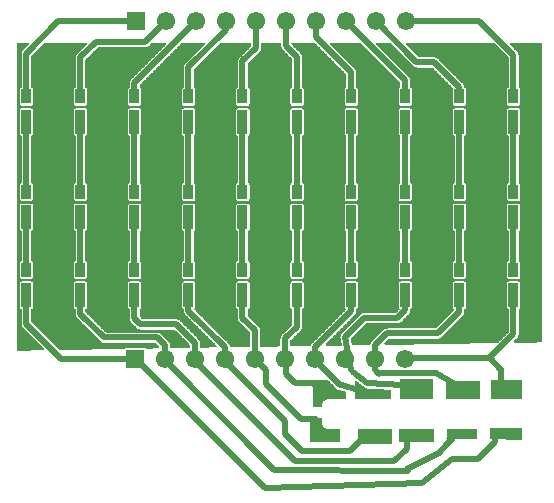
<source format=gtl>
%FSLAX33Y33*%
%MOMM*%
%AMRect-W2000001-H800001-RO0.500*
21,1,2.000001,0.800001,0.,0.,270*%
%AMRect-W1200000-H800001-RO0.500*
21,1,1.2,0.800001,0.,0.,270*%
%ADD10C,0.0508*%
%ADD11C,0.508*%
%ADD12C,1.0668*%
%ADD13Rect-W2000001-H800001-RO0.500*%
%ADD14Rect-W1200000-H800001-RO0.500*%
%ADD15R,1.55X1.55*%
%ADD16C,1.55*%
D10*
%LNpour fill*%
G01*
X35000Y9788D02*
X35000Y9788D01*
X33116Y9918*
X33115Y9918*
X33110Y9919*
X33075Y9917*
X33072Y9917*
X32981Y9931*
X32979Y9932*
X32892Y9963*
X32890Y9964*
X32811Y10012*
X32810Y10013*
X32093Y10551*
X32050Y10530*
X32050Y9084*
X35000Y9084*
X35000Y9788*
X32025Y9108D02*
X35025Y9108D01*
X32025Y9157D02*
X35025Y9157D01*
X32025Y9207D02*
X35025Y9207D01*
X32025Y9256D02*
X35025Y9256D01*
X32025Y9306D02*
X35025Y9306D01*
X32025Y9355D02*
X35025Y9355D01*
X32025Y9405D02*
X35025Y9405D01*
X32025Y9454D02*
X35025Y9454D01*
X32025Y9504D02*
X35025Y9504D01*
X32025Y9554D02*
X35025Y9554D01*
X32025Y9603D02*
X35025Y9603D01*
X32025Y9653D02*
X35025Y9653D01*
X32025Y9702D02*
X35025Y9702D01*
X32025Y9752D02*
X35025Y9752D01*
X32025Y9801D02*
X35025Y9801D01*
X32025Y9851D02*
X34455Y9851D01*
X32025Y9900D02*
X33737Y9900D01*
X32025Y9950D02*
X33028Y9950D01*
X32025Y9999D02*
X32881Y9999D01*
X32025Y10049D02*
X32805Y10049D01*
X32025Y10098D02*
X32739Y10098D01*
X32025Y10148D02*
X32673Y10148D01*
X32025Y10197D02*
X32606Y10197D01*
X32025Y10247D02*
X32540Y10247D01*
X32025Y10296D02*
X32474Y10296D01*
X32025Y10346D02*
X32408Y10346D01*
X32025Y10396D02*
X32342Y10396D01*
X32025Y10445D02*
X32276Y10445D01*
X32025Y10495D02*
X32210Y10495D01*
X32025Y10544D02*
X32144Y10544D01*
%LNpour fill*%
X38650Y6516D02*
X38650Y6516D01*
X35800Y6516*
X35800Y5450*
X38650Y5450*
X38650Y6516*
X35775Y5475D02*
X38675Y5475D01*
X35775Y5524D02*
X38675Y5524D01*
X35775Y5574D02*
X38675Y5574D01*
X35775Y5623D02*
X38675Y5623D01*
X35775Y5673D02*
X38675Y5673D01*
X35775Y5722D02*
X38675Y5722D01*
X35775Y5772D02*
X38675Y5772D01*
X35775Y5821D02*
X38675Y5821D01*
X35775Y5871D02*
X38675Y5871D01*
X35775Y5920D02*
X38675Y5920D01*
X35775Y5970D02*
X38675Y5970D01*
X35775Y6019D02*
X38675Y6019D01*
X35775Y6069D02*
X38675Y6069D01*
X35775Y6118D02*
X38675Y6118D01*
X35775Y6168D02*
X38675Y6168D01*
X35775Y6217D02*
X38675Y6217D01*
X35775Y6267D02*
X38675Y6267D01*
X35775Y6317D02*
X38675Y6317D01*
X35775Y6366D02*
X38675Y6366D01*
X35775Y6416D02*
X38675Y6416D01*
X35775Y6465D02*
X38675Y6465D01*
X35775Y6515D02*
X38675Y6515D01*
%LNpour fill*%
X46050Y10650D02*
X46050Y10650D01*
X43600Y10650*
X43600Y9084*
X46050Y9084*
X46050Y10650*
X43575Y9108D02*
X46075Y9108D01*
X43575Y9157D02*
X46075Y9157D01*
X43575Y9207D02*
X46075Y9207D01*
X43575Y9256D02*
X46075Y9256D01*
X43575Y9306D02*
X46075Y9306D01*
X43575Y9355D02*
X46075Y9355D01*
X43575Y9405D02*
X46075Y9405D01*
X43575Y9454D02*
X46075Y9454D01*
X43575Y9504D02*
X46075Y9504D01*
X43575Y9554D02*
X46075Y9554D01*
X43575Y9603D02*
X46075Y9603D01*
X43575Y9653D02*
X46075Y9653D01*
X43575Y9702D02*
X46075Y9702D01*
X43575Y9752D02*
X46075Y9752D01*
X43575Y9801D02*
X46075Y9801D01*
X43575Y9851D02*
X46075Y9851D01*
X43575Y9900D02*
X46075Y9900D01*
X43575Y9950D02*
X46075Y9950D01*
X43575Y9999D02*
X46075Y9999D01*
X43575Y10049D02*
X46075Y10049D01*
X43575Y10098D02*
X46075Y10098D01*
X43575Y10148D02*
X46075Y10148D01*
X43575Y10197D02*
X46075Y10197D01*
X43575Y10247D02*
X46075Y10247D01*
X43575Y10296D02*
X46075Y10296D01*
X43575Y10346D02*
X46075Y10346D01*
X43575Y10396D02*
X46075Y10396D01*
X43575Y10445D02*
X46075Y10445D01*
X43575Y10495D02*
X46075Y10495D01*
X43575Y10544D02*
X46075Y10544D01*
X43575Y10594D02*
X46075Y10594D01*
X43575Y10643D02*
X46075Y10643D01*
%LNpour fill*%
X42525Y10575D02*
X42525Y10575D01*
X39825Y10575*
X39825Y9084*
X42525Y9084*
X42525Y10575*
X39800Y9108D02*
X42550Y9108D01*
X39800Y9157D02*
X42550Y9157D01*
X39800Y9207D02*
X42550Y9207D01*
X39800Y9256D02*
X42550Y9256D01*
X39800Y9306D02*
X42550Y9306D01*
X39800Y9355D02*
X42550Y9355D01*
X39800Y9405D02*
X42550Y9405D01*
X39800Y9454D02*
X42550Y9454D01*
X39800Y9504D02*
X42550Y9504D01*
X39800Y9554D02*
X42550Y9554D01*
X39800Y9603D02*
X42550Y9603D01*
X39800Y9653D02*
X42550Y9653D01*
X39800Y9702D02*
X42550Y9702D01*
X39800Y9752D02*
X42550Y9752D01*
X39800Y9801D02*
X42550Y9801D01*
X39800Y9851D02*
X42550Y9851D01*
X39800Y9900D02*
X42550Y9900D01*
X39800Y9950D02*
X42550Y9950D01*
X39800Y9999D02*
X42550Y9999D01*
X39800Y10049D02*
X42550Y10049D01*
X39800Y10098D02*
X42550Y10098D01*
X39800Y10148D02*
X42550Y10148D01*
X39800Y10197D02*
X42550Y10197D01*
X39800Y10247D02*
X42550Y10247D01*
X39800Y10296D02*
X42550Y10296D01*
X39800Y10346D02*
X42550Y10346D01*
X39800Y10396D02*
X42550Y10396D01*
X39800Y10445D02*
X42550Y10445D01*
X39800Y10495D02*
X42550Y10495D01*
X39800Y10544D02*
X42550Y10544D01*
X39800Y10594D02*
X42550Y10594D01*
%LNpour fill*%
X29166Y8601D02*
X29166Y8601D01*
X29166Y8602*
X29175Y8693*
X29176Y8696*
X29203Y8784*
X29204Y8786*
X29247Y8868*
X29249Y8870*
X29307Y8941*
X29309Y8943*
X29380Y9001*
X29382Y9003*
X29464Y9046*
X29466Y9047*
X29554Y9074*
X29557Y9075*
X29648Y9084*
X29649Y9084*
X31225Y9084*
X31225Y9631*
X30515Y9836*
X30514Y9836*
X30429Y9870*
X30427Y9871*
X30349Y9921*
X30347Y9923*
X30281Y9987*
X30280Y9989*
X30227Y10065*
X30226Y10067*
X30209Y10107*
X29691Y10625*
X28525Y10625*
X28525Y8425*
X29166Y8425*
X29166Y8601*
X28500Y8450D02*
X29192Y8450D01*
X28500Y8499D02*
X29192Y8499D01*
X28500Y8549D02*
X29192Y8549D01*
X28500Y8598D02*
X29192Y8598D01*
X28500Y8648D02*
X29196Y8648D01*
X28500Y8697D02*
X29203Y8697D01*
X28500Y8747D02*
X29218Y8747D01*
X28500Y8796D02*
X29238Y8796D01*
X28500Y8846D02*
X29264Y8846D01*
X28500Y8895D02*
X29302Y8895D01*
X28500Y8945D02*
X29351Y8945D01*
X28500Y8994D02*
X29420Y8994D01*
X28500Y9044D02*
X29542Y9044D01*
X28500Y9093D02*
X31250Y9093D01*
X28500Y9143D02*
X31250Y9143D01*
X28500Y9192D02*
X31250Y9192D01*
X28500Y9242D02*
X31250Y9242D01*
X28500Y9292D02*
X31250Y9292D01*
X28500Y9341D02*
X31250Y9341D01*
X28500Y9391D02*
X31250Y9391D01*
X28500Y9440D02*
X31250Y9440D01*
X28500Y9490D02*
X31250Y9490D01*
X28500Y9539D02*
X31250Y9539D01*
X28500Y9589D02*
X31250Y9589D01*
X28500Y9638D02*
X31250Y9638D01*
X28500Y9688D02*
X31119Y9688D01*
X28500Y9737D02*
X30947Y9737D01*
X28500Y9787D02*
X30776Y9787D01*
X28500Y9836D02*
X30604Y9836D01*
X28500Y9886D02*
X30457Y9886D01*
X28500Y9935D02*
X30374Y9935D01*
X28500Y9985D02*
X30320Y9985D01*
X28500Y10034D02*
X30279Y10034D01*
X28500Y10084D02*
X30247Y10084D01*
X28500Y10134D02*
X30218Y10134D01*
X28500Y10183D02*
X30169Y10183D01*
X28500Y10233D02*
X30119Y10233D01*
X28500Y10282D02*
X30070Y10282D01*
X28500Y10332D02*
X30020Y10332D01*
X28500Y10381D02*
X29971Y10381D01*
X28500Y10431D02*
X29921Y10431D01*
X28500Y10480D02*
X29872Y10480D01*
X28500Y10530D02*
X29822Y10530D01*
X28500Y10579D02*
X29773Y10579D01*
X28500Y10629D02*
X29723Y10629D01*
%LNpour fill*%
X38575Y10716D02*
X38575Y10716D01*
X35875Y10716*
X35875Y9084*
X38575Y9084*
X38575Y10716*
X35850Y9108D02*
X38600Y9108D01*
X35850Y9157D02*
X38600Y9157D01*
X35850Y9207D02*
X38600Y9207D01*
X35850Y9256D02*
X38600Y9256D01*
X35850Y9306D02*
X38600Y9306D01*
X35850Y9355D02*
X38600Y9355D01*
X35850Y9405D02*
X38600Y9405D01*
X35850Y9454D02*
X38600Y9454D01*
X35850Y9504D02*
X38600Y9504D01*
X35850Y9554D02*
X38600Y9554D01*
X35850Y9603D02*
X38600Y9603D01*
X35850Y9653D02*
X38600Y9653D01*
X35850Y9702D02*
X38600Y9702D01*
X35850Y9752D02*
X38600Y9752D01*
X35850Y9801D02*
X38600Y9801D01*
X35850Y9851D02*
X38600Y9851D01*
X35850Y9900D02*
X38600Y9900D01*
X35850Y9950D02*
X38600Y9950D01*
X35850Y9999D02*
X38600Y9999D01*
X35850Y10049D02*
X38600Y10049D01*
X35850Y10098D02*
X38600Y10098D01*
X35850Y10148D02*
X38600Y10148D01*
X35850Y10197D02*
X38600Y10197D01*
X35850Y10247D02*
X38600Y10247D01*
X35850Y10296D02*
X38600Y10296D01*
X35850Y10346D02*
X38600Y10346D01*
X35850Y10396D02*
X38600Y10396D01*
X35850Y10445D02*
X38600Y10445D01*
X35850Y10495D02*
X38600Y10495D01*
X35850Y10544D02*
X38600Y10544D01*
X35850Y10594D02*
X38600Y10594D01*
X35850Y10643D02*
X38600Y10643D01*
X35850Y10693D02*
X38600Y10693D01*
%LNpour fill*%
X42275Y6516D02*
X42275Y6516D01*
X39902Y6516*
X39828Y5725*
X42275Y5725*
X42275Y6516*
X39805Y5750D02*
X42300Y5750D01*
X39809Y5799D02*
X42300Y5799D01*
X39814Y5849D02*
X42300Y5849D01*
X39819Y5898D02*
X42300Y5898D01*
X39823Y5948D02*
X42300Y5948D01*
X39828Y5997D02*
X42300Y5997D01*
X39833Y6047D02*
X42300Y6047D01*
X39837Y6096D02*
X42300Y6096D01*
X39842Y6146D02*
X42300Y6146D01*
X39846Y6195D02*
X42300Y6195D01*
X39851Y6245D02*
X42300Y6245D01*
X39856Y6294D02*
X42300Y6294D01*
X39860Y6344D02*
X42300Y6344D01*
X39865Y6393D02*
X42300Y6393D01*
X39870Y6443D02*
X42300Y6443D01*
X39874Y6492D02*
X42300Y6492D01*
%LNpour fill*%
X30700Y6516D02*
X30700Y6516D01*
X29649Y6516*
X29648Y6516*
X29557Y6525*
X29554Y6526*
X29466Y6553*
X29464Y6554*
X29382Y6597*
X29380Y6599*
X29309Y6657*
X29307Y6659*
X29249Y6730*
X29247Y6732*
X29204Y6814*
X29203Y6816*
X29176Y6904*
X29175Y6907*
X29166Y6998*
X29166Y6999*
X29166Y7450*
X28250Y7450*
X28250Y5500*
X30700Y5500*
X30700Y6516*
X28225Y5525D02*
X30725Y5525D01*
X28225Y5574D02*
X30725Y5574D01*
X28225Y5624D02*
X30725Y5624D01*
X28225Y5673D02*
X30725Y5673D01*
X28225Y5723D02*
X30725Y5723D01*
X28225Y5772D02*
X30725Y5772D01*
X28225Y5822D02*
X30725Y5822D01*
X28225Y5871D02*
X30725Y5871D01*
X28225Y5921D02*
X30725Y5921D01*
X28225Y5970D02*
X30725Y5970D01*
X28225Y6020D02*
X30725Y6020D01*
X28225Y6069D02*
X30725Y6069D01*
X28225Y6119D02*
X30725Y6119D01*
X28225Y6168D02*
X30725Y6168D01*
X28225Y6218D02*
X30725Y6218D01*
X28225Y6267D02*
X30725Y6267D01*
X28225Y6317D02*
X30725Y6317D01*
X28225Y6367D02*
X30725Y6367D01*
X28225Y6416D02*
X30725Y6416D01*
X28225Y6466D02*
X30725Y6466D01*
X28225Y6515D02*
X30725Y6515D01*
X28225Y6565D02*
X29514Y6565D01*
X28225Y6614D02*
X29404Y6614D01*
X28225Y6664D02*
X29341Y6664D01*
X28225Y6713D02*
X29295Y6713D01*
X28225Y6763D02*
X29260Y6763D01*
X28225Y6812D02*
X29233Y6812D01*
X28225Y6862D02*
X29215Y6862D01*
X28225Y6911D02*
X29201Y6911D01*
X28225Y6961D02*
X29196Y6961D01*
X28225Y7010D02*
X29192Y7010D01*
X28225Y7060D02*
X29192Y7060D01*
X28225Y7109D02*
X29192Y7109D01*
X28225Y7159D02*
X29192Y7159D01*
X28225Y7209D02*
X29192Y7209D01*
X28225Y7258D02*
X29192Y7258D01*
X28225Y7308D02*
X29192Y7308D01*
X28225Y7357D02*
X29192Y7357D01*
X28225Y7407D02*
X29192Y7407D01*
X28225Y7456D02*
X29192Y7456D01*
%LNpour fill*%
X35050Y6516D02*
X35050Y6516D01*
X32300Y6516*
X32300Y5300*
X35050Y5300*
X35050Y6516*
X32275Y5325D02*
X35075Y5325D01*
X32275Y5374D02*
X35075Y5374D01*
X32275Y5424D02*
X35075Y5424D01*
X32275Y5473D02*
X35075Y5473D01*
X32275Y5523D02*
X35075Y5523D01*
X32275Y5572D02*
X35075Y5572D01*
X32275Y5622D02*
X35075Y5622D01*
X32275Y5671D02*
X35075Y5671D01*
X32275Y5721D02*
X35075Y5721D01*
X32275Y5770D02*
X35075Y5770D01*
X32275Y5820D02*
X35075Y5820D01*
X32275Y5869D02*
X35075Y5869D01*
X32275Y5919D02*
X35075Y5919D01*
X32275Y5968D02*
X35075Y5968D01*
X32275Y6018D02*
X35075Y6018D01*
X32275Y6067D02*
X35075Y6067D01*
X32275Y6117D02*
X35075Y6117D01*
X32275Y6167D02*
X35075Y6167D01*
X32275Y6216D02*
X35075Y6216D01*
X32275Y6266D02*
X35075Y6266D01*
X32275Y6315D02*
X35075Y6315D01*
X32275Y6365D02*
X35075Y6365D01*
X32275Y6414D02*
X35075Y6414D01*
X32275Y6464D02*
X35075Y6464D01*
X32275Y6513D02*
X35075Y6513D01*
%LNpour fill*%
X5616Y13260D02*
X5616Y13260D01*
X5635Y13306*
X3855Y15086*
X3854Y15087*
X3796Y15158*
X3794Y15160*
X3751Y15242*
X3750Y15244*
X3723Y15332*
X3723Y15335*
X3714Y15426*
X3714Y15427*
X3714Y16628*
X3663Y16659*
X3661Y16660*
X3636Y16682*
X3634Y16683*
X3612Y16709*
X3611Y16711*
X3593Y16740*
X3592Y16742*
X3579Y16773*
X3579Y16775*
X3571Y16808*
X3570Y16810*
X3568Y16843*
X3568Y16844*
X3568Y18846*
X3568Y18846*
X3570Y18880*
X3571Y18882*
X3579Y18915*
X3579Y18917*
X3592Y18948*
X3593Y18950*
X3611Y18979*
X3612Y18981*
X3634Y19007*
X3636Y19008*
X3661Y19030*
X3663Y19031*
X3692Y19049*
X3694Y19050*
X3725Y19063*
X3727Y19064*
X3760Y19072*
X3762Y19072*
X3796Y19075*
X3797Y19075*
X4598Y19075*
X4599Y19075*
X4632Y19072*
X4634Y19072*
X4667Y19064*
X4669Y19063*
X4701Y19050*
X4702Y19049*
X4731Y19031*
X4733Y19030*
X4759Y19008*
X4760Y19007*
X4782Y18981*
X4784Y18979*
X4801Y18950*
X4802Y18948*
X4815Y18917*
X4816Y18915*
X4824Y18882*
X4824Y18880*
X4827Y18846*
X4827Y18845*
X4827Y16845*
X4827Y16844*
X4824Y16810*
X4824Y16808*
X4816Y16775*
X4815Y16773*
X4802Y16742*
X4801Y16740*
X4784Y16711*
X4782Y16709*
X4760Y16683*
X4759Y16682*
X4733Y16660*
X4731Y16659*
X4681Y16628*
X4681Y15628*
X7027Y13282*
X12466Y13368*
X12482Y13387*
X12483Y13388*
X12509Y13410*
X12511Y13411*
X12540Y13429*
X12542Y13430*
X12573Y13443*
X12575Y13444*
X12608Y13452*
X12610Y13452*
X12644Y13455*
X12645Y13455*
X14195Y13455*
X14196Y13455*
X14230Y13452*
X14232Y13452*
X14265Y13444*
X14267Y13443*
X14298Y13430*
X14300Y13429*
X14329Y13411*
X14331Y13410*
X14346Y13397*
X15372Y13414*
X15391Y13460*
X15085Y13766*
X10774Y13766*
X10773Y13766*
X10682Y13775*
X10679Y13776*
X10591Y13803*
X10589Y13804*
X10507Y13847*
X10505Y13849*
X10434Y13907*
X10433Y13908*
X8438Y15903*
X8437Y15904*
X8379Y15975*
X8378Y15977*
X8334Y16058*
X8333Y16061*
X8306Y16149*
X8306Y16151*
X8297Y16243*
X8297Y16244*
X8297Y16628*
X8246Y16659*
X8245Y16660*
X8219Y16682*
X8217Y16683*
X8195Y16709*
X8194Y16711*
X8176Y16740*
X8176Y16742*
X8163Y16773*
X8162Y16775*
X8154Y16808*
X8154Y16810*
X8151Y16843*
X8151Y16844*
X8151Y18846*
X8151Y18846*
X8154Y18880*
X8154Y18882*
X8162Y18915*
X8163Y18917*
X8176Y18948*
X8176Y18950*
X8194Y18979*
X8195Y18981*
X8217Y19007*
X8219Y19008*
X8245Y19030*
X8246Y19031*
X8275Y19049*
X8277Y19050*
X8309Y19063*
X8311Y19064*
X8344Y19072*
X8346Y19072*
X8379Y19075*
X8380Y19075*
X9181Y19075*
X9182Y19075*
X9215Y19072*
X9217Y19072*
X9251Y19064*
X9252Y19063*
X9284Y19050*
X9286Y19049*
X9315Y19031*
X9316Y19030*
X9342Y19008*
X9344Y19007*
X9366Y18981*
X9367Y18979*
X9385Y18950*
X9386Y18948*
X9399Y18917*
X9399Y18915*
X9407Y18882*
X9407Y18880*
X9410Y18846*
X9410Y18845*
X9410Y16845*
X9410Y16844*
X9407Y16810*
X9407Y16808*
X9399Y16775*
X9399Y16773*
X9386Y16742*
X9385Y16740*
X9367Y16711*
X9366Y16709*
X9344Y16683*
X9342Y16682*
X9316Y16660*
X9315Y16659*
X9264Y16628*
X9264Y16445*
X10975Y14734*
X15286Y14734*
X15287Y14734*
X15378Y14725*
X15381Y14724*
X15469Y14697*
X15471Y14696*
X15553Y14653*
X15555Y14651*
X15626Y14593*
X15627Y14592*
X16302Y13917*
X16303Y13916*
X16361Y13845*
X16363Y13843*
X16406Y13761*
X16407Y13759*
X16434Y13671*
X16435Y13668*
X16444Y13577*
X16444Y13576*
X16444Y13430*
X18016Y13455*
X18016Y13600*
X16725Y14891*
X13849Y14891*
X13848Y14891*
X13757Y14900*
X13754Y14901*
X13666Y14928*
X13664Y14929*
X13582Y14972*
X13580Y14974*
X13509Y15032*
X13508Y15033*
X13021Y15520*
X13021Y15521*
X12962Y15591*
X12961Y15593*
X12918Y15675*
X12917Y15677*
X12890Y15766*
X12889Y15768*
X12880Y15859*
X12880Y15860*
X12880Y16628*
X12830Y16659*
X12828Y16660*
X12802Y16682*
X12801Y16683*
X12779Y16709*
X12778Y16711*
X12760Y16740*
X12759Y16742*
X12746Y16773*
X12745Y16775*
X12737Y16808*
X12737Y16810*
X12734Y16843*
X12734Y16844*
X12734Y18846*
X12734Y18846*
X12737Y18880*
X12737Y18882*
X12745Y18915*
X12746Y18917*
X12759Y18948*
X12760Y18950*
X12778Y18979*
X12779Y18981*
X12801Y19007*
X12802Y19008*
X12828Y19030*
X12830Y19031*
X12859Y19049*
X12861Y19050*
X12892Y19063*
X12894Y19064*
X12927Y19072*
X12929Y19072*
X12962Y19075*
X12963Y19075*
X13764Y19075*
X13765Y19075*
X13799Y19072*
X13801Y19072*
X13834Y19064*
X13836Y19063*
X13867Y19050*
X13869Y19049*
X13898Y19031*
X13900Y19030*
X13926Y19008*
X13927Y19007*
X13949Y18981*
X13950Y18979*
X13968Y18950*
X13969Y18948*
X13982Y18917*
X13983Y18915*
X13991Y18882*
X13991Y18880*
X13993Y18846*
X13993Y18845*
X13993Y16845*
X13993Y16844*
X13991Y16810*
X13991Y16808*
X13983Y16775*
X13982Y16773*
X13969Y16742*
X13968Y16740*
X13950Y16711*
X13949Y16709*
X13927Y16683*
X13926Y16682*
X13900Y16660*
X13898Y16659*
X13847Y16628*
X13847Y16061*
X14050Y15859*
X16926Y15859*
X16927Y15859*
X17018Y15850*
X17021Y15849*
X17109Y15822*
X17111Y15821*
X17193Y15778*
X17195Y15776*
X17266Y15718*
X17267Y15717*
X18842Y14142*
X18843Y14141*
X18901Y14070*
X18903Y14068*
X18946Y13986*
X18947Y13984*
X18974Y13896*
X18975Y13893*
X18984Y13802*
X18984Y13801*
X18984Y13471*
X20235Y13490*
X20254Y13537*
X17605Y16186*
X17604Y16187*
X17546Y16258*
X17544Y16260*
X17501Y16342*
X17500Y16344*
X17473Y16432*
X17473Y16435*
X17464Y16526*
X17464Y16527*
X17464Y16628*
X17413Y16659*
X17411Y16660*
X17386Y16682*
X17384Y16683*
X17362Y16709*
X17361Y16711*
X17343Y16740*
X17342Y16742*
X17329Y16773*
X17329Y16775*
X17321Y16808*
X17320Y16810*
X17318Y16843*
X17318Y16844*
X17318Y18846*
X17318Y18846*
X17320Y18880*
X17321Y18882*
X17329Y18915*
X17329Y18917*
X17342Y18948*
X17343Y18950*
X17361Y18979*
X17362Y18981*
X17384Y19007*
X17386Y19008*
X17411Y19030*
X17413Y19031*
X17442Y19049*
X17444Y19050*
X17475Y19063*
X17477Y19064*
X17510Y19072*
X17512Y19072*
X17546Y19075*
X17547Y19075*
X18348Y19075*
X18349Y19075*
X18382Y19072*
X18384Y19072*
X18417Y19064*
X18419Y19063*
X18451Y19050*
X18452Y19049*
X18481Y19031*
X18483Y19030*
X18509Y19008*
X18510Y19007*
X18532Y18981*
X18534Y18979*
X18551Y18950*
X18552Y18948*
X18565Y18917*
X18566Y18915*
X18574Y18882*
X18574Y18880*
X18577Y18846*
X18577Y18845*
X18577Y16845*
X18577Y16844*
X18574Y16810*
X18574Y16808*
X18566Y16775*
X18565Y16773*
X18552Y16742*
X18551Y16740*
X18534Y16711*
X18532Y16709*
X18494Y16665*
X21382Y13777*
X21383Y13776*
X21441Y13705*
X21443Y13703*
X21486Y13621*
X21487Y13619*
X21520Y13511*
X23096Y13535*
X23096Y14650*
X22188Y15558*
X22187Y15559*
X22129Y15630*
X22128Y15632*
X22084Y15713*
X22083Y15716*
X22056Y15804*
X22056Y15806*
X22047Y15898*
X22047Y15899*
X22047Y16628*
X21996Y16659*
X21995Y16660*
X21969Y16682*
X21967Y16683*
X21945Y16709*
X21944Y16711*
X21926Y16740*
X21926Y16742*
X21913Y16773*
X21912Y16775*
X21904Y16808*
X21904Y16810*
X21901Y16843*
X21901Y16844*
X21901Y18846*
X21901Y18846*
X21904Y18880*
X21904Y18882*
X21912Y18915*
X21913Y18917*
X21926Y18948*
X21926Y18950*
X21944Y18979*
X21945Y18981*
X21967Y19007*
X21969Y19008*
X21995Y19030*
X21996Y19031*
X22025Y19049*
X22027Y19050*
X22059Y19063*
X22061Y19064*
X22094Y19072*
X22096Y19072*
X22129Y19075*
X22130Y19075*
X22931Y19075*
X22932Y19075*
X22965Y19072*
X22967Y19072*
X23001Y19064*
X23002Y19063*
X23034Y19050*
X23036Y19049*
X23065Y19031*
X23066Y19030*
X23092Y19008*
X23094Y19007*
X23116Y18981*
X23117Y18979*
X23135Y18950*
X23136Y18948*
X23149Y18917*
X23149Y18915*
X23157Y18882*
X23157Y18880*
X23160Y18846*
X23160Y18845*
X23160Y16845*
X23160Y16844*
X23157Y16810*
X23157Y16808*
X23149Y16775*
X23149Y16773*
X23136Y16742*
X23135Y16740*
X23117Y16711*
X23116Y16709*
X23094Y16683*
X23092Y16682*
X23066Y16660*
X23065Y16659*
X23014Y16628*
X23014Y16100*
X23922Y15192*
X23923Y15191*
X23981Y15120*
X23983Y15118*
X24026Y15036*
X24027Y15034*
X24054Y14946*
X24055Y14943*
X24064Y14852*
X24064Y14851*
X24064Y13551*
X25636Y13576*
X25636Y14176*
X25636Y14177*
X25645Y14268*
X25646Y14271*
X25673Y14359*
X25674Y14361*
X25717Y14443*
X25719Y14445*
X25777Y14516*
X25778Y14517*
X26630Y15369*
X26630Y16628*
X26580Y16659*
X26578Y16660*
X26552Y16682*
X26551Y16683*
X26529Y16709*
X26528Y16711*
X26510Y16740*
X26509Y16742*
X26496Y16773*
X26495Y16775*
X26487Y16808*
X26487Y16810*
X26484Y16843*
X26484Y16844*
X26484Y18846*
X26484Y18846*
X26487Y18880*
X26487Y18882*
X26495Y18915*
X26496Y18917*
X26509Y18948*
X26510Y18950*
X26528Y18979*
X26529Y18981*
X26551Y19007*
X26552Y19008*
X26578Y19030*
X26580Y19031*
X26609Y19049*
X26611Y19050*
X26642Y19063*
X26644Y19064*
X26677Y19072*
X26679Y19072*
X26712Y19075*
X26713Y19075*
X27514Y19075*
X27515Y19075*
X27549Y19072*
X27551Y19072*
X27584Y19064*
X27586Y19063*
X27617Y19050*
X27619Y19049*
X27648Y19031*
X27650Y19030*
X27676Y19008*
X27677Y19007*
X27699Y18981*
X27700Y18979*
X27718Y18950*
X27719Y18948*
X27732Y18917*
X27733Y18915*
X27741Y18882*
X27741Y18880*
X27743Y18846*
X27743Y18845*
X27743Y16845*
X27743Y16844*
X27741Y16810*
X27741Y16808*
X27733Y16775*
X27732Y16773*
X27719Y16742*
X27718Y16740*
X27700Y16711*
X27699Y16709*
X27677Y16683*
X27676Y16682*
X27650Y16660*
X27648Y16659*
X27597Y16628*
X27597Y15168*
X27597Y15167*
X27588Y15076*
X27588Y15073*
X27561Y14985*
X27560Y14983*
X27517Y14901*
X27515Y14899*
X27457Y14828*
X27456Y14827*
X26604Y13975*
X26604Y13591*
X28210Y13616*
X28257Y13705*
X28259Y13707*
X28317Y13778*
X28318Y13779*
X31181Y16643*
X31136Y16682*
X31134Y16683*
X31112Y16709*
X31111Y16711*
X31093Y16740*
X31092Y16742*
X31079Y16773*
X31079Y16775*
X31071Y16808*
X31070Y16810*
X31068Y16843*
X31068Y16844*
X31068Y18846*
X31068Y18846*
X31070Y18880*
X31071Y18882*
X31079Y18915*
X31079Y18917*
X31092Y18948*
X31093Y18950*
X31111Y18979*
X31112Y18981*
X31134Y19007*
X31136Y19008*
X31161Y19030*
X31163Y19031*
X31192Y19049*
X31194Y19050*
X31225Y19063*
X31227Y19064*
X31260Y19072*
X31262Y19072*
X31296Y19075*
X31297Y19075*
X32098Y19075*
X32099Y19075*
X32132Y19072*
X32134Y19072*
X32167Y19064*
X32169Y19063*
X32201Y19050*
X32202Y19049*
X32231Y19031*
X32233Y19030*
X32259Y19008*
X32260Y19007*
X32282Y18981*
X32284Y18979*
X32301Y18950*
X32302Y18948*
X32315Y18917*
X32316Y18915*
X32324Y18882*
X32324Y18880*
X32327Y18846*
X32327Y18845*
X32327Y16845*
X32327Y16844*
X32324Y16810*
X32324Y16808*
X32316Y16775*
X32315Y16773*
X32302Y16742*
X32301Y16740*
X32284Y16711*
X32282Y16709*
X32260Y16683*
X32259Y16682*
X32233Y16660*
X32231Y16659*
X32181Y16628*
X32181Y16474*
X32181Y16473*
X32172Y16382*
X32171Y16379*
X32144Y16291*
X32144Y16289*
X32100Y16207*
X32099Y16205*
X32040Y16134*
X32040Y16133*
X29592Y13686*
X29612Y13638*
X30835Y13658*
X30725Y14235*
X30725Y14236*
X30721Y14280*
X30716Y14324*
X30716Y14326*
X30716Y14327*
X30716Y14327*
X30716Y14330*
X30721Y14374*
X30725Y14418*
X30726Y14421*
X30726Y14421*
X30726Y14422*
X30727Y14424*
X30740Y14466*
X30753Y14509*
X30754Y14511*
X30754Y14512*
X30754Y14512*
X30755Y14514*
X30776Y14553*
X30797Y14593*
X30799Y14595*
X30799Y14595*
X30799Y14596*
X30801Y14598*
X30829Y14632*
X30857Y14666*
X30858Y14667*
X32458Y16267*
X32459Y16268*
X32530Y16326*
X32532Y16328*
X32614Y16371*
X32616Y16372*
X32704Y16399*
X32707Y16400*
X32798Y16409*
X32799Y16409*
X35450Y16409*
X35721Y16680*
X35695Y16709*
X35694Y16711*
X35676Y16740*
X35676Y16742*
X35663Y16773*
X35662Y16775*
X35654Y16808*
X35654Y16810*
X35651Y16843*
X35651Y16844*
X35651Y18846*
X35651Y18846*
X35654Y18880*
X35654Y18882*
X35662Y18915*
X35663Y18917*
X35676Y18948*
X35676Y18950*
X35694Y18979*
X35695Y18981*
X35717Y19007*
X35719Y19008*
X35745Y19030*
X35746Y19031*
X35775Y19049*
X35777Y19050*
X35809Y19063*
X35811Y19064*
X35844Y19072*
X35846Y19072*
X35879Y19075*
X35880Y19075*
X36681Y19075*
X36682Y19075*
X36715Y19072*
X36717Y19072*
X36751Y19064*
X36752Y19063*
X36784Y19050*
X36786Y19049*
X36815Y19031*
X36816Y19030*
X36842Y19008*
X36844Y19007*
X36866Y18981*
X36867Y18979*
X36885Y18950*
X36886Y18948*
X36899Y18917*
X36899Y18915*
X36907Y18882*
X36907Y18880*
X36910Y18846*
X36910Y18845*
X36910Y16845*
X36910Y16844*
X36907Y16810*
X36907Y16808*
X36899Y16775*
X36899Y16773*
X36886Y16742*
X36885Y16740*
X36867Y16711*
X36866Y16709*
X36844Y16683*
X36842Y16682*
X36816Y16660*
X36815Y16659*
X36764Y16628*
X36764Y16555*
X36764Y16554*
X36755Y16462*
X36755Y16460*
X36728Y16372*
X36727Y16369*
X36683Y16288*
X36682Y16286*
X36624Y16215*
X36623Y16214*
X35992Y15583*
X35991Y15582*
X35920Y15524*
X35918Y15522*
X35836Y15479*
X35834Y15478*
X35746Y15451*
X35743Y15450*
X35652Y15441*
X35651Y15441*
X33000Y15441*
X31723Y14164*
X31817Y13673*
X33258Y13696*
X33293Y13809*
X33294Y13811*
X33337Y13893*
X33339Y13895*
X33397Y13966*
X33398Y13967*
X34398Y14967*
X34399Y14968*
X34470Y15026*
X34472Y15028*
X34554Y15071*
X34556Y15072*
X34644Y15099*
X34647Y15100*
X34738Y15109*
X34739Y15109*
X38850Y15109*
X40373Y16632*
X40330Y16659*
X40328Y16660*
X40302Y16682*
X40301Y16683*
X40279Y16709*
X40278Y16711*
X40260Y16740*
X40259Y16742*
X40246Y16773*
X40245Y16775*
X40237Y16808*
X40237Y16810*
X40234Y16843*
X40234Y16844*
X40234Y18846*
X40234Y18846*
X40237Y18880*
X40237Y18882*
X40245Y18915*
X40246Y18917*
X40259Y18948*
X40260Y18950*
X40278Y18979*
X40279Y18981*
X40301Y19007*
X40302Y19008*
X40328Y19030*
X40330Y19031*
X40359Y19049*
X40361Y19050*
X40392Y19063*
X40394Y19064*
X40427Y19072*
X40429Y19072*
X40462Y19075*
X40463Y19075*
X41264Y19075*
X41265Y19075*
X41299Y19072*
X41301Y19072*
X41334Y19064*
X41336Y19063*
X41367Y19050*
X41369Y19049*
X41398Y19031*
X41400Y19030*
X41426Y19008*
X41427Y19007*
X41449Y18981*
X41450Y18979*
X41468Y18950*
X41469Y18948*
X41482Y18917*
X41483Y18915*
X41491Y18882*
X41491Y18880*
X41493Y18846*
X41493Y18845*
X41493Y16845*
X41493Y16844*
X41491Y16810*
X41491Y16808*
X41483Y16775*
X41482Y16773*
X41469Y16742*
X41468Y16740*
X41450Y16711*
X41449Y16709*
X41427Y16683*
X41426Y16682*
X41400Y16660*
X41398Y16659*
X41347Y16628*
X41347Y16438*
X41347Y16437*
X41338Y16346*
X41338Y16343*
X41311Y16255*
X41310Y16253*
X41267Y16171*
X41265Y16169*
X41207Y16098*
X41206Y16097*
X39392Y14283*
X39391Y14282*
X39320Y14224*
X39318Y14222*
X39236Y14179*
X39234Y14178*
X39146Y14151*
X39143Y14150*
X39052Y14141*
X39051Y14141*
X34940Y14141*
X34563Y13764*
X34583Y13717*
X44083Y13867*
X44964Y14748*
X44964Y16628*
X44913Y16659*
X44911Y16660*
X44886Y16682*
X44884Y16683*
X44862Y16709*
X44861Y16711*
X44843Y16740*
X44842Y16742*
X44829Y16773*
X44829Y16775*
X44821Y16808*
X44820Y16810*
X44818Y16843*
X44818Y16844*
X44818Y18846*
X44818Y18846*
X44820Y18880*
X44821Y18882*
X44829Y18915*
X44829Y18917*
X44842Y18948*
X44843Y18950*
X44861Y18979*
X44862Y18981*
X44884Y19007*
X44886Y19008*
X44911Y19030*
X44913Y19031*
X44942Y19049*
X44944Y19050*
X44975Y19063*
X44977Y19064*
X45010Y19072*
X45012Y19072*
X45046Y19075*
X45047Y19075*
X45848Y19075*
X45849Y19075*
X45882Y19072*
X45884Y19072*
X45917Y19064*
X45919Y19063*
X45951Y19050*
X45952Y19049*
X45981Y19031*
X45983Y19030*
X46009Y19008*
X46010Y19007*
X46032Y18981*
X46034Y18979*
X46051Y18950*
X46052Y18948*
X46065Y18917*
X46066Y18915*
X46074Y18882*
X46074Y18880*
X46077Y18846*
X46077Y18845*
X46077Y16845*
X46077Y16844*
X46074Y16810*
X46074Y16808*
X46066Y16775*
X46065Y16773*
X46052Y16742*
X46051Y16740*
X46034Y16711*
X46032Y16709*
X46010Y16683*
X46009Y16682*
X45983Y16660*
X45981Y16659*
X45931Y16628*
X45931Y14547*
X45931Y14545*
X45922Y14454*
X45921Y14452*
X45894Y14363*
X45894Y14361*
X45850Y14280*
X45849Y14278*
X45790Y14207*
X45790Y14206*
X45521Y13937*
X45541Y13890*
X47775Y13925*
X47775Y39175*
X45198Y39175*
X45179Y39128*
X45790Y38517*
X45790Y38516*
X45849Y38445*
X45850Y38443*
X45894Y38361*
X45894Y38359*
X45921Y38271*
X45922Y38268*
X45931Y38177*
X45931Y38176*
X45931Y35487*
X45981Y35456*
X45983Y35455*
X46009Y35433*
X46010Y35432*
X46032Y35406*
X46034Y35404*
X46051Y35375*
X46052Y35373*
X46065Y35342*
X46066Y35340*
X46074Y35307*
X46074Y35305*
X46077Y35271*
X46077Y35270*
X46077Y34070*
X46077Y34069*
X46074Y34035*
X46074Y34033*
X46066Y34000*
X46065Y33998*
X46052Y33967*
X46051Y33965*
X46034Y33936*
X46032Y33934*
X46010Y33908*
X46009Y33907*
X45983Y33885*
X45981Y33884*
X45952Y33866*
X45951Y33865*
X45919Y33852*
X45917Y33851*
X45884Y33843*
X45882Y33843*
X45849Y33840*
X45848Y33840*
X45047Y33840*
X45046Y33840*
X45012Y33843*
X45010Y33843*
X44977Y33851*
X44975Y33852*
X44944Y33865*
X44942Y33866*
X44913Y33884*
X44911Y33885*
X44886Y33907*
X44884Y33908*
X44862Y33934*
X44861Y33936*
X44843Y33965*
X44842Y33967*
X44829Y33998*
X44829Y34000*
X44821Y34033*
X44820Y34035*
X44818Y34068*
X44818Y34069*
X44818Y35271*
X44818Y35272*
X44820Y35305*
X44821Y35307*
X44829Y35340*
X44829Y35342*
X44842Y35373*
X44843Y35375*
X44861Y35404*
X44862Y35406*
X44884Y35432*
X44886Y35433*
X44911Y35455*
X44913Y35456*
X44964Y35487*
X44964Y37975*
X43764Y39175*
X36416Y39175*
X36396Y39128*
X37465Y38059*
X38726Y38059*
X38727Y38059*
X38818Y38050*
X38821Y38049*
X38909Y38022*
X38911Y38021*
X38993Y37978*
X38995Y37976*
X39066Y37918*
X39067Y37917*
X41206Y35778*
X41207Y35777*
X41265Y35706*
X41267Y35704*
X41310Y35622*
X41311Y35620*
X41338Y35532*
X41338Y35529*
X41343Y35485*
X41367Y35475*
X41369Y35474*
X41398Y35456*
X41400Y35455*
X41426Y35433*
X41427Y35432*
X41449Y35406*
X41450Y35404*
X41468Y35375*
X41469Y35373*
X41482Y35342*
X41483Y35340*
X41491Y35307*
X41491Y35305*
X41493Y35271*
X41493Y35270*
X41493Y34070*
X41493Y34069*
X41491Y34035*
X41491Y34033*
X41483Y34000*
X41482Y33998*
X41469Y33967*
X41468Y33965*
X41450Y33936*
X41449Y33934*
X41427Y33908*
X41426Y33907*
X41400Y33885*
X41398Y33884*
X41369Y33866*
X41367Y33865*
X41336Y33852*
X41334Y33851*
X41301Y33843*
X41299Y33843*
X41265Y33840*
X41264Y33840*
X40463Y33840*
X40462Y33840*
X40429Y33843*
X40427Y33843*
X40394Y33851*
X40392Y33852*
X40361Y33865*
X40359Y33866*
X40330Y33884*
X40328Y33885*
X40302Y33907*
X40301Y33908*
X40279Y33934*
X40278Y33936*
X40260Y33965*
X40259Y33967*
X40246Y33998*
X40245Y34000*
X40237Y34033*
X40237Y34035*
X40234Y34068*
X40234Y34069*
X40234Y35271*
X40234Y35272*
X40237Y35305*
X40237Y35307*
X40245Y35340*
X40246Y35342*
X40254Y35362*
X38525Y37091*
X37264Y37091*
X37263Y37091*
X37172Y37100*
X37169Y37101*
X37081Y37128*
X37079Y37129*
X36997Y37172*
X36995Y37174*
X36924Y37232*
X36923Y37233*
X34981Y39175*
X33876Y39175*
X33856Y39128*
X36623Y36361*
X36624Y36360*
X36682Y36289*
X36683Y36287*
X36727Y36206*
X36728Y36203*
X36755Y36115*
X36755Y36113*
X36764Y36021*
X36764Y36020*
X36764Y35487*
X36815Y35456*
X36816Y35455*
X36842Y35433*
X36844Y35432*
X36866Y35406*
X36867Y35404*
X36885Y35375*
X36886Y35373*
X36899Y35342*
X36899Y35340*
X36907Y35307*
X36907Y35305*
X36910Y35271*
X36910Y35270*
X36910Y34070*
X36910Y34069*
X36907Y34035*
X36907Y34033*
X36899Y34000*
X36899Y33998*
X36886Y33967*
X36885Y33965*
X36867Y33936*
X36866Y33934*
X36844Y33908*
X36842Y33907*
X36816Y33885*
X36815Y33884*
X36786Y33866*
X36784Y33865*
X36752Y33852*
X36751Y33851*
X36717Y33843*
X36715Y33843*
X36682Y33840*
X36681Y33840*
X35880Y33840*
X35879Y33840*
X35846Y33843*
X35844Y33843*
X35811Y33851*
X35809Y33852*
X35777Y33865*
X35775Y33866*
X35746Y33884*
X35745Y33885*
X35719Y33907*
X35717Y33908*
X35695Y33934*
X35694Y33936*
X35676Y33965*
X35676Y33967*
X35663Y33998*
X35662Y34000*
X35654Y34033*
X35654Y34035*
X35651Y34068*
X35651Y34069*
X35651Y35271*
X35651Y35272*
X35654Y35305*
X35654Y35307*
X35662Y35340*
X35663Y35342*
X35676Y35373*
X35676Y35375*
X35694Y35404*
X35695Y35406*
X35717Y35432*
X35719Y35433*
X35745Y35455*
X35746Y35456*
X35797Y35487*
X35797Y35819*
X32441Y39175*
X30001Y39175*
X29981Y39128*
X32040Y37069*
X32040Y37068*
X32099Y36997*
X32100Y36995*
X32144Y36914*
X32144Y36912*
X32171Y36823*
X32172Y36821*
X32181Y36730*
X32181Y36728*
X32181Y35487*
X32231Y35456*
X32233Y35455*
X32259Y35433*
X32260Y35432*
X32282Y35406*
X32284Y35404*
X32301Y35375*
X32302Y35373*
X32315Y35342*
X32316Y35340*
X32324Y35307*
X32324Y35305*
X32327Y35271*
X32327Y35270*
X32327Y34070*
X32327Y34069*
X32324Y34035*
X32324Y34033*
X32316Y34000*
X32315Y33998*
X32302Y33967*
X32301Y33965*
X32284Y33936*
X32282Y33934*
X32260Y33908*
X32259Y33907*
X32233Y33885*
X32231Y33884*
X32202Y33866*
X32201Y33865*
X32169Y33852*
X32167Y33851*
X32134Y33843*
X32132Y33843*
X32099Y33840*
X32098Y33840*
X31297Y33840*
X31296Y33840*
X31262Y33843*
X31260Y33843*
X31227Y33851*
X31225Y33852*
X31194Y33865*
X31192Y33866*
X31163Y33884*
X31161Y33885*
X31136Y33907*
X31134Y33908*
X31112Y33934*
X31111Y33936*
X31093Y33965*
X31092Y33967*
X31079Y33998*
X31079Y34000*
X31071Y34033*
X31070Y34035*
X31068Y34068*
X31068Y34069*
X31068Y35271*
X31068Y35272*
X31070Y35305*
X31071Y35307*
X31079Y35340*
X31079Y35342*
X31092Y35373*
X31093Y35375*
X31111Y35404*
X31112Y35406*
X31134Y35432*
X31136Y35433*
X31161Y35455*
X31163Y35456*
X31214Y35487*
X31214Y36527*
X28566Y39175*
X26715Y39175*
X26695Y39128*
X27456Y38367*
X27457Y38366*
X27515Y38295*
X27517Y38293*
X27560Y38211*
X27561Y38209*
X27588Y38121*
X27588Y38118*
X27597Y38027*
X27597Y38026*
X27597Y35487*
X27648Y35456*
X27650Y35455*
X27676Y35433*
X27677Y35432*
X27699Y35406*
X27700Y35404*
X27718Y35375*
X27719Y35373*
X27732Y35342*
X27733Y35340*
X27741Y35307*
X27741Y35305*
X27743Y35271*
X27743Y35270*
X27743Y34070*
X27743Y34069*
X27741Y34035*
X27741Y34033*
X27733Y34000*
X27732Y33998*
X27719Y33967*
X27718Y33965*
X27700Y33936*
X27699Y33934*
X27677Y33908*
X27676Y33907*
X27650Y33885*
X27648Y33884*
X27619Y33866*
X27617Y33865*
X27586Y33852*
X27584Y33851*
X27551Y33843*
X27549Y33843*
X27515Y33840*
X27514Y33840*
X26713Y33840*
X26712Y33840*
X26679Y33843*
X26677Y33843*
X26644Y33851*
X26642Y33852*
X26611Y33865*
X26609Y33866*
X26580Y33884*
X26578Y33885*
X26552Y33907*
X26551Y33908*
X26529Y33934*
X26528Y33936*
X26510Y33965*
X26509Y33967*
X26496Y33998*
X26495Y34000*
X26487Y34033*
X26487Y34035*
X26484Y34068*
X26484Y34069*
X26484Y35271*
X26484Y35272*
X26487Y35305*
X26487Y35307*
X26495Y35340*
X26496Y35342*
X26509Y35373*
X26510Y35375*
X26528Y35404*
X26529Y35406*
X26551Y35432*
X26552Y35433*
X26578Y35455*
X26580Y35456*
X26630Y35487*
X26630Y37825*
X25853Y38602*
X25852Y38603*
X25794Y38674*
X25792Y38676*
X25749Y38758*
X25748Y38760*
X25721Y38848*
X25720Y38851*
X25711Y38942*
X25711Y38943*
X25711Y39175*
X24139Y39175*
X24139Y38749*
X24139Y38748*
X24130Y38656*
X24129Y38654*
X24102Y38566*
X24101Y38563*
X24058Y38482*
X24056Y38480*
X23998Y38409*
X23997Y38408*
X23014Y37425*
X23014Y35487*
X23065Y35456*
X23066Y35455*
X23092Y35433*
X23094Y35432*
X23116Y35406*
X23117Y35404*
X23135Y35375*
X23136Y35373*
X23149Y35342*
X23149Y35340*
X23157Y35307*
X23157Y35305*
X23160Y35271*
X23160Y35270*
X23160Y34070*
X23160Y34069*
X23157Y34035*
X23157Y34033*
X23149Y34000*
X23149Y33998*
X23136Y33967*
X23135Y33965*
X23117Y33936*
X23116Y33934*
X23094Y33908*
X23092Y33907*
X23066Y33885*
X23065Y33884*
X23036Y33866*
X23034Y33865*
X23002Y33852*
X23001Y33851*
X22967Y33843*
X22965Y33843*
X22932Y33840*
X22931Y33840*
X22130Y33840*
X22129Y33840*
X22096Y33843*
X22094Y33843*
X22061Y33851*
X22059Y33852*
X22027Y33865*
X22025Y33866*
X21996Y33884*
X21995Y33885*
X21969Y33907*
X21967Y33908*
X21945Y33934*
X21944Y33936*
X21926Y33965*
X21926Y33967*
X21913Y33998*
X21912Y34000*
X21904Y34033*
X21904Y34035*
X21901Y34068*
X21901Y34069*
X21901Y35271*
X21901Y35272*
X21904Y35305*
X21904Y35307*
X21912Y35340*
X21913Y35342*
X21926Y35373*
X21926Y35375*
X21944Y35404*
X21945Y35406*
X21967Y35432*
X21969Y35433*
X21995Y35455*
X21996Y35456*
X22047Y35487*
X22047Y37626*
X22047Y37627*
X22056Y37718*
X22056Y37721*
X22083Y37809*
X22084Y37811*
X22128Y37893*
X22129Y37895*
X22187Y37966*
X22188Y37967*
X23171Y38950*
X23171Y39175*
X20684Y39175*
X18431Y36922*
X18431Y35487*
X18481Y35456*
X18483Y35455*
X18509Y35433*
X18510Y35432*
X18532Y35406*
X18534Y35404*
X18551Y35375*
X18552Y35373*
X18565Y35342*
X18566Y35340*
X18574Y35307*
X18574Y35305*
X18577Y35271*
X18577Y35270*
X18577Y34070*
X18577Y34069*
X18574Y34035*
X18574Y34033*
X18566Y34000*
X18565Y33998*
X18552Y33967*
X18551Y33965*
X18534Y33936*
X18532Y33934*
X18510Y33908*
X18509Y33907*
X18483Y33885*
X18481Y33884*
X18452Y33866*
X18451Y33865*
X18419Y33852*
X18417Y33851*
X18384Y33843*
X18382Y33843*
X18349Y33840*
X18348Y33840*
X17547Y33840*
X17546Y33840*
X17512Y33843*
X17510Y33843*
X17477Y33851*
X17475Y33852*
X17444Y33865*
X17442Y33866*
X17413Y33884*
X17411Y33885*
X17386Y33907*
X17384Y33908*
X17362Y33934*
X17361Y33936*
X17343Y33965*
X17342Y33967*
X17329Y33998*
X17329Y34000*
X17321Y34033*
X17320Y34035*
X17318Y34068*
X17318Y34069*
X17318Y35271*
X17318Y35272*
X17320Y35305*
X17321Y35307*
X17329Y35340*
X17329Y35342*
X17342Y35373*
X17343Y35375*
X17361Y35404*
X17362Y35406*
X17384Y35432*
X17386Y35433*
X17411Y35455*
X17413Y35456*
X17464Y35487*
X17464Y37123*
X17464Y37124*
X17473Y37215*
X17473Y37218*
X17500Y37306*
X17501Y37308*
X17544Y37390*
X17546Y37392*
X17604Y37463*
X17605Y37464*
X19269Y39128*
X19249Y39175*
X17409Y39175*
X13847Y35614*
X13847Y35487*
X13898Y35456*
X13900Y35455*
X13926Y35433*
X13927Y35432*
X13949Y35406*
X13950Y35404*
X13968Y35375*
X13969Y35373*
X13982Y35342*
X13983Y35340*
X13991Y35307*
X13991Y35305*
X13993Y35271*
X13993Y35270*
X13993Y34070*
X13993Y34069*
X13991Y34035*
X13991Y34033*
X13983Y34000*
X13982Y33998*
X13969Y33967*
X13968Y33965*
X13950Y33936*
X13949Y33934*
X13927Y33908*
X13926Y33907*
X13900Y33885*
X13898Y33884*
X13869Y33866*
X13867Y33865*
X13836Y33852*
X13834Y33851*
X13801Y33843*
X13799Y33843*
X13765Y33840*
X13764Y33840*
X12963Y33840*
X12962Y33840*
X12929Y33843*
X12927Y33843*
X12894Y33851*
X12892Y33852*
X12861Y33865*
X12859Y33866*
X12830Y33884*
X12828Y33885*
X12802Y33907*
X12801Y33908*
X12779Y33934*
X12778Y33936*
X12760Y33965*
X12759Y33967*
X12746Y33998*
X12745Y34000*
X12737Y34033*
X12737Y34035*
X12734Y34068*
X12734Y34069*
X12734Y35271*
X12734Y35272*
X12737Y35305*
X12737Y35307*
X12745Y35340*
X12746Y35342*
X12759Y35373*
X12760Y35375*
X12778Y35404*
X12779Y35406*
X12801Y35432*
X12802Y35433*
X12828Y35455*
X12830Y35456*
X12880Y35487*
X12880Y35815*
X12880Y35816*
X12889Y35907*
X12890Y35909*
X12917Y35998*
X12918Y36000*
X12961Y36082*
X12962Y36084*
X13021Y36154*
X13021Y36155*
X15994Y39128*
X15974Y39175*
X14869Y39175*
X14652Y38958*
X14651Y38957*
X14580Y38899*
X14578Y38897*
X14496Y38854*
X14494Y38853*
X14406Y38826*
X14403Y38825*
X14312Y38816*
X14311Y38816*
X10306Y38816*
X9264Y37775*
X9264Y35487*
X9315Y35456*
X9316Y35455*
X9342Y35433*
X9344Y35432*
X9366Y35406*
X9367Y35404*
X9385Y35375*
X9386Y35373*
X9399Y35342*
X9399Y35340*
X9407Y35307*
X9407Y35305*
X9410Y35271*
X9410Y35270*
X9410Y34070*
X9410Y34069*
X9407Y34035*
X9407Y34033*
X9399Y34000*
X9399Y33998*
X9386Y33967*
X9385Y33965*
X9367Y33936*
X9366Y33934*
X9344Y33908*
X9342Y33907*
X9316Y33885*
X9315Y33884*
X9286Y33866*
X9284Y33865*
X9252Y33852*
X9251Y33851*
X9217Y33843*
X9215Y33843*
X9182Y33840*
X9181Y33840*
X8380Y33840*
X8379Y33840*
X8346Y33843*
X8344Y33843*
X8311Y33851*
X8309Y33852*
X8277Y33865*
X8275Y33866*
X8246Y33884*
X8245Y33885*
X8219Y33907*
X8217Y33908*
X8195Y33934*
X8194Y33936*
X8176Y33965*
X8176Y33967*
X8163Y33998*
X8162Y34000*
X8154Y34033*
X8154Y34035*
X8151Y34068*
X8151Y34069*
X8151Y35271*
X8151Y35272*
X8154Y35305*
X8154Y35307*
X8162Y35340*
X8163Y35342*
X8176Y35373*
X8176Y35375*
X8194Y35404*
X8195Y35406*
X8217Y35432*
X8219Y35433*
X8245Y35455*
X8246Y35456*
X8297Y35487*
X8297Y37976*
X8297Y37977*
X8306Y38068*
X8306Y38071*
X8333Y38159*
X8334Y38161*
X8378Y38243*
X8379Y38245*
X8437Y38316*
X8438Y38317*
X9249Y39128*
X9230Y39175*
X5784Y39175*
X4681Y38072*
X4681Y35487*
X4731Y35456*
X4733Y35455*
X4759Y35433*
X4760Y35432*
X4782Y35406*
X4784Y35404*
X4801Y35375*
X4802Y35373*
X4815Y35342*
X4816Y35340*
X4824Y35307*
X4824Y35305*
X4827Y35271*
X4827Y35270*
X4827Y34070*
X4827Y34069*
X4824Y34035*
X4824Y34033*
X4816Y34000*
X4815Y33998*
X4802Y33967*
X4801Y33965*
X4784Y33936*
X4782Y33934*
X4760Y33908*
X4759Y33907*
X4733Y33885*
X4731Y33884*
X4702Y33866*
X4701Y33865*
X4669Y33852*
X4667Y33851*
X4634Y33843*
X4632Y33843*
X4599Y33840*
X4598Y33840*
X3797Y33840*
X3796Y33840*
X3762Y33843*
X3760Y33843*
X3727Y33851*
X3725Y33852*
X3694Y33865*
X3692Y33866*
X3663Y33884*
X3661Y33885*
X3636Y33907*
X3634Y33908*
X3612Y33934*
X3611Y33936*
X3593Y33965*
X3592Y33967*
X3579Y33998*
X3579Y34000*
X3571Y34033*
X3570Y34035*
X3568Y34068*
X3568Y34069*
X3568Y35271*
X3568Y35272*
X3570Y35305*
X3571Y35307*
X3579Y35340*
X3579Y35342*
X3592Y35373*
X3593Y35375*
X3611Y35404*
X3612Y35406*
X3634Y35432*
X3636Y35433*
X3661Y35455*
X3663Y35456*
X3714Y35487*
X3714Y38273*
X3714Y38274*
X3723Y38365*
X3723Y38368*
X3750Y38456*
X3751Y38458*
X3794Y38540*
X3796Y38542*
X3854Y38613*
X3855Y38614*
X4369Y39128*
X4349Y39175*
X3475Y39175*
X3475Y13226*
X5616Y13260*
X45847Y25796D02*
X45047Y25796D01*
X45015Y25798*
X44984Y25806*
X44955Y25818*
X44927Y25835*
X44903Y25856*
X44882Y25880*
X44865Y25907*
X44853Y25937*
X44846Y25968*
X44843Y26000*
X44843Y27200*
X44846Y27232*
X44853Y27263*
X44865Y27293*
X44882Y27320*
X44903Y27344*
X44927Y27365*
X44989Y27403*
X44989Y31317*
X44927Y31355*
X44903Y31376*
X44882Y31400*
X44865Y31427*
X44853Y31457*
X44846Y31488*
X44843Y31520*
X44843Y33520*
X44846Y33552*
X44853Y33583*
X44865Y33613*
X44882Y33640*
X44903Y33664*
X44927Y33685*
X44955Y33702*
X44984Y33714*
X45015Y33722*
X45047Y33724*
X45847Y33724*
X45879Y33722*
X45910Y33714*
X45940Y33702*
X45967Y33685*
X45992Y33664*
X46012Y33640*
X46029Y33613*
X46041Y33583*
X46049Y33552*
X46051Y33520*
X46051Y31520*
X46049Y31488*
X46041Y31457*
X46029Y31427*
X46012Y31400*
X45992Y31376*
X45967Y31355*
X45905Y31317*
X45905Y27403*
X45967Y27365*
X45992Y27344*
X46012Y27320*
X46029Y27293*
X46041Y27263*
X46049Y27232*
X46051Y27200*
X46051Y26000*
X46049Y25968*
X46041Y25937*
X46029Y25907*
X46012Y25880*
X45992Y25856*
X45967Y25835*
X45940Y25818*
X45910Y25806*
X45879Y25798*
X45847Y25796*
X41264Y25796D02*
X40464Y25796D01*
X40432Y25798*
X40401Y25806*
X40371Y25818*
X40344Y25835*
X40319Y25856*
X40299Y25880*
X40282Y25907*
X40270Y25937*
X40262Y25968*
X40260Y26000*
X40260Y27200*
X40262Y27232*
X40270Y27263*
X40282Y27293*
X40299Y27320*
X40319Y27344*
X40344Y27365*
X40406Y27403*
X40406Y31317*
X40344Y31355*
X40319Y31376*
X40299Y31400*
X40282Y31427*
X40270Y31457*
X40262Y31488*
X40260Y31520*
X40260Y33520*
X40262Y33552*
X40270Y33583*
X40282Y33613*
X40299Y33640*
X40319Y33664*
X40344Y33685*
X40371Y33702*
X40401Y33714*
X40432Y33722*
X40464Y33724*
X41264Y33724*
X41296Y33722*
X41327Y33714*
X41357Y33702*
X41384Y33685*
X41408Y33664*
X41429Y33640*
X41446Y33613*
X41458Y33583*
X41466Y33552*
X41468Y33520*
X41468Y31520*
X41466Y31488*
X41458Y31457*
X41446Y31427*
X41429Y31400*
X41408Y31376*
X41384Y31355*
X41322Y31317*
X41322Y27403*
X41384Y27365*
X41408Y27344*
X41429Y27320*
X41446Y27293*
X41458Y27263*
X41466Y27232*
X41468Y27200*
X41468Y26000*
X41466Y25968*
X41458Y25937*
X41446Y25907*
X41429Y25880*
X41408Y25856*
X41384Y25835*
X41357Y25818*
X41327Y25806*
X41296Y25798*
X41264Y25796*
X36681Y25796D02*
X35881Y25796D01*
X35849Y25798*
X35817Y25806*
X35788Y25818*
X35761Y25835*
X35736Y25856*
X35715Y25880*
X35699Y25907*
X35686Y25937*
X35679Y25968*
X35676Y26000*
X35676Y27200*
X35679Y27232*
X35686Y27263*
X35699Y27293*
X35715Y27320*
X35736Y27344*
X35761Y27365*
X35822Y27403*
X35822Y31317*
X35761Y31355*
X35736Y31376*
X35715Y31400*
X35699Y31427*
X35686Y31457*
X35679Y31488*
X35676Y31520*
X35676Y33520*
X35679Y33552*
X35686Y33583*
X35699Y33613*
X35715Y33640*
X35736Y33664*
X35761Y33685*
X35788Y33702*
X35817Y33714*
X35849Y33722*
X35881Y33724*
X36681Y33724*
X36713Y33722*
X36744Y33714*
X36773Y33702*
X36801Y33685*
X36825Y33664*
X36846Y33640*
X36862Y33613*
X36875Y33583*
X36882Y33552*
X36885Y33520*
X36885Y31520*
X36882Y31488*
X36875Y31457*
X36862Y31427*
X36846Y31400*
X36825Y31376*
X36801Y31355*
X36739Y31317*
X36739Y27403*
X36801Y27365*
X36825Y27344*
X36846Y27320*
X36862Y27293*
X36875Y27263*
X36882Y27232*
X36885Y27200*
X36885Y26000*
X36882Y25968*
X36875Y25937*
X36862Y25907*
X36846Y25880*
X36825Y25856*
X36801Y25835*
X36773Y25818*
X36744Y25806*
X36713Y25798*
X36681Y25796*
X32097Y25796D02*
X31297Y25796D01*
X31265Y25798*
X31234Y25806*
X31205Y25818*
X31177Y25835*
X31153Y25856*
X31132Y25880*
X31115Y25907*
X31103Y25937*
X31096Y25968*
X31093Y26000*
X31093Y27200*
X31096Y27232*
X31103Y27263*
X31115Y27293*
X31132Y27320*
X31153Y27344*
X31177Y27365*
X31239Y27403*
X31239Y31317*
X31177Y31355*
X31153Y31376*
X31132Y31400*
X31115Y31427*
X31103Y31457*
X31096Y31488*
X31093Y31520*
X31093Y33520*
X31096Y33552*
X31103Y33583*
X31115Y33613*
X31132Y33640*
X31153Y33664*
X31177Y33685*
X31205Y33702*
X31234Y33714*
X31265Y33722*
X31297Y33724*
X32097Y33724*
X32129Y33722*
X32160Y33714*
X32190Y33702*
X32217Y33685*
X32242Y33664*
X32262Y33640*
X32279Y33613*
X32291Y33583*
X32299Y33552*
X32301Y33520*
X32301Y31520*
X32299Y31488*
X32291Y31457*
X32279Y31427*
X32262Y31400*
X32242Y31376*
X32217Y31355*
X32155Y31317*
X32155Y27403*
X32217Y27365*
X32242Y27344*
X32262Y27320*
X32279Y27293*
X32291Y27263*
X32299Y27232*
X32301Y27200*
X32301Y26000*
X32299Y25968*
X32291Y25937*
X32279Y25907*
X32262Y25880*
X32242Y25856*
X32217Y25835*
X32190Y25818*
X32160Y25806*
X32129Y25798*
X32097Y25796*
X27514Y25796D02*
X26714Y25796D01*
X26682Y25798*
X26651Y25806*
X26621Y25818*
X26594Y25835*
X26569Y25856*
X26549Y25880*
X26532Y25907*
X26520Y25937*
X26512Y25968*
X26510Y26000*
X26510Y27200*
X26512Y27232*
X26520Y27263*
X26532Y27293*
X26549Y27320*
X26569Y27344*
X26594Y27365*
X26656Y27403*
X26656Y31317*
X26594Y31355*
X26569Y31376*
X26549Y31400*
X26532Y31427*
X26520Y31457*
X26512Y31488*
X26510Y31520*
X26510Y33520*
X26512Y33552*
X26520Y33583*
X26532Y33613*
X26549Y33640*
X26569Y33664*
X26594Y33685*
X26621Y33702*
X26651Y33714*
X26682Y33722*
X26714Y33724*
X27514Y33724*
X27546Y33722*
X27577Y33714*
X27607Y33702*
X27634Y33685*
X27658Y33664*
X27679Y33640*
X27696Y33613*
X27708Y33583*
X27716Y33552*
X27718Y33520*
X27718Y31520*
X27716Y31488*
X27708Y31457*
X27696Y31427*
X27679Y31400*
X27658Y31376*
X27634Y31355*
X27572Y31317*
X27572Y27403*
X27634Y27365*
X27658Y27344*
X27679Y27320*
X27696Y27293*
X27708Y27263*
X27716Y27232*
X27718Y27200*
X27718Y26000*
X27716Y25968*
X27708Y25937*
X27696Y25907*
X27679Y25880*
X27658Y25856*
X27634Y25835*
X27607Y25818*
X27577Y25806*
X27546Y25798*
X27514Y25796*
X22931Y25796D02*
X22131Y25796D01*
X22099Y25798*
X22067Y25806*
X22038Y25818*
X22011Y25835*
X21986Y25856*
X21965Y25880*
X21949Y25907*
X21936Y25937*
X21929Y25968*
X21926Y26000*
X21926Y27200*
X21929Y27232*
X21936Y27263*
X21949Y27293*
X21965Y27320*
X21986Y27344*
X22011Y27365*
X22072Y27403*
X22072Y31317*
X22011Y31355*
X21986Y31376*
X21965Y31400*
X21949Y31427*
X21936Y31457*
X21929Y31488*
X21926Y31520*
X21926Y33520*
X21929Y33552*
X21936Y33583*
X21949Y33613*
X21965Y33640*
X21986Y33664*
X22011Y33685*
X22038Y33702*
X22067Y33714*
X22099Y33722*
X22131Y33724*
X22931Y33724*
X22963Y33722*
X22994Y33714*
X23023Y33702*
X23051Y33685*
X23075Y33664*
X23096Y33640*
X23112Y33613*
X23125Y33583*
X23132Y33552*
X23135Y33520*
X23135Y31520*
X23132Y31488*
X23125Y31457*
X23112Y31427*
X23096Y31400*
X23075Y31376*
X23051Y31355*
X22989Y31317*
X22989Y27403*
X23051Y27365*
X23075Y27344*
X23096Y27320*
X23112Y27293*
X23125Y27263*
X23132Y27232*
X23135Y27200*
X23135Y26000*
X23132Y25968*
X23125Y25937*
X23112Y25907*
X23096Y25880*
X23075Y25856*
X23051Y25835*
X23023Y25818*
X22994Y25806*
X22963Y25798*
X22931Y25796*
X18347Y25796D02*
X17547Y25796D01*
X17515Y25798*
X17484Y25806*
X17455Y25818*
X17427Y25835*
X17403Y25856*
X17382Y25880*
X17365Y25907*
X17353Y25937*
X17346Y25968*
X17343Y26000*
X17343Y27200*
X17346Y27232*
X17353Y27263*
X17365Y27293*
X17382Y27320*
X17403Y27344*
X17427Y27365*
X17489Y27403*
X17489Y31317*
X17427Y31355*
X17403Y31376*
X17382Y31400*
X17365Y31427*
X17353Y31457*
X17346Y31488*
X17343Y31520*
X17343Y33520*
X17346Y33552*
X17353Y33583*
X17365Y33613*
X17382Y33640*
X17403Y33664*
X17427Y33685*
X17455Y33702*
X17484Y33714*
X17515Y33722*
X17547Y33724*
X18347Y33724*
X18379Y33722*
X18410Y33714*
X18440Y33702*
X18467Y33685*
X18492Y33664*
X18512Y33640*
X18529Y33613*
X18541Y33583*
X18549Y33552*
X18551Y33520*
X18551Y31520*
X18549Y31488*
X18541Y31457*
X18529Y31427*
X18512Y31400*
X18492Y31376*
X18467Y31355*
X18405Y31317*
X18405Y27403*
X18467Y27365*
X18492Y27344*
X18512Y27320*
X18529Y27293*
X18541Y27263*
X18549Y27232*
X18551Y27200*
X18551Y26000*
X18549Y25968*
X18541Y25937*
X18529Y25907*
X18512Y25880*
X18492Y25856*
X18467Y25835*
X18440Y25818*
X18410Y25806*
X18379Y25798*
X18347Y25796*
X13764Y25796D02*
X12964Y25796D01*
X12932Y25798*
X12901Y25806*
X12871Y25818*
X12844Y25835*
X12819Y25856*
X12799Y25880*
X12782Y25907*
X12770Y25937*
X12762Y25968*
X12760Y26000*
X12760Y27200*
X12762Y27232*
X12770Y27263*
X12782Y27293*
X12799Y27320*
X12819Y27344*
X12844Y27365*
X12906Y27403*
X12906Y31317*
X12844Y31355*
X12819Y31376*
X12799Y31400*
X12782Y31427*
X12770Y31457*
X12762Y31488*
X12760Y31520*
X12760Y33520*
X12762Y33552*
X12770Y33583*
X12782Y33613*
X12799Y33640*
X12819Y33664*
X12844Y33685*
X12871Y33702*
X12901Y33714*
X12932Y33722*
X12964Y33724*
X13764Y33724*
X13796Y33722*
X13827Y33714*
X13857Y33702*
X13884Y33685*
X13908Y33664*
X13929Y33640*
X13946Y33613*
X13958Y33583*
X13966Y33552*
X13968Y33520*
X13968Y31520*
X13966Y31488*
X13958Y31457*
X13946Y31427*
X13929Y31400*
X13908Y31376*
X13884Y31355*
X13822Y31317*
X13822Y27403*
X13884Y27365*
X13908Y27344*
X13929Y27320*
X13946Y27293*
X13958Y27263*
X13966Y27232*
X13968Y27200*
X13968Y26000*
X13966Y25968*
X13958Y25937*
X13946Y25907*
X13929Y25880*
X13908Y25856*
X13884Y25835*
X13857Y25818*
X13827Y25806*
X13796Y25798*
X13764Y25796*
X9181Y25796D02*
X8381Y25796D01*
X8349Y25798*
X8317Y25806*
X8288Y25818*
X8261Y25835*
X8236Y25856*
X8215Y25880*
X8199Y25907*
X8186Y25937*
X8179Y25968*
X8176Y26000*
X8176Y27200*
X8179Y27232*
X8186Y27263*
X8199Y27293*
X8215Y27320*
X8236Y27344*
X8261Y27365*
X8322Y27403*
X8322Y31317*
X8261Y31355*
X8236Y31376*
X8215Y31400*
X8199Y31427*
X8186Y31457*
X8179Y31488*
X8176Y31520*
X8176Y33520*
X8179Y33552*
X8186Y33583*
X8199Y33613*
X8215Y33640*
X8236Y33664*
X8261Y33685*
X8288Y33702*
X8317Y33714*
X8349Y33722*
X8381Y33724*
X9181Y33724*
X9213Y33722*
X9244Y33714*
X9273Y33702*
X9301Y33685*
X9325Y33664*
X9346Y33640*
X9362Y33613*
X9375Y33583*
X9382Y33552*
X9385Y33520*
X9385Y31520*
X9382Y31488*
X9375Y31457*
X9362Y31427*
X9346Y31400*
X9325Y31376*
X9301Y31355*
X9239Y31317*
X9239Y27403*
X9301Y27365*
X9325Y27344*
X9346Y27320*
X9362Y27293*
X9375Y27263*
X9382Y27232*
X9385Y27200*
X9385Y26000*
X9382Y25968*
X9375Y25937*
X9362Y25907*
X9346Y25880*
X9325Y25856*
X9301Y25835*
X9273Y25818*
X9244Y25806*
X9213Y25798*
X9181Y25796*
X4597Y25796D02*
X3797Y25796D01*
X3765Y25798*
X3734Y25806*
X3705Y25818*
X3677Y25835*
X3653Y25856*
X3632Y25880*
X3615Y25907*
X3603Y25937*
X3596Y25968*
X3593Y26000*
X3593Y27200*
X3596Y27232*
X3603Y27263*
X3615Y27293*
X3632Y27320*
X3653Y27344*
X3677Y27365*
X3739Y27403*
X3739Y31317*
X3677Y31355*
X3653Y31376*
X3632Y31400*
X3615Y31427*
X3603Y31457*
X3596Y31488*
X3593Y31520*
X3593Y33520*
X3596Y33552*
X3603Y33583*
X3615Y33613*
X3632Y33640*
X3653Y33664*
X3677Y33685*
X3705Y33702*
X3734Y33714*
X3765Y33722*
X3797Y33724*
X4597Y33724*
X4629Y33722*
X4660Y33714*
X4690Y33702*
X4717Y33685*
X4742Y33664*
X4762Y33640*
X4779Y33613*
X4791Y33583*
X4799Y33552*
X4801Y33520*
X4801Y31520*
X4799Y31488*
X4791Y31457*
X4779Y31427*
X4762Y31400*
X4742Y31376*
X4717Y31355*
X4655Y31317*
X4655Y27403*
X4717Y27365*
X4742Y27344*
X4762Y27320*
X4779Y27293*
X4791Y27263*
X4799Y27232*
X4801Y27200*
X4801Y26000*
X4799Y25968*
X4791Y25937*
X4779Y25907*
X4762Y25880*
X4742Y25856*
X4717Y25835*
X4690Y25818*
X4660Y25806*
X4629Y25798*
X4597Y25796*
X45847Y19191D02*
X45047Y19191D01*
X45015Y19193*
X44984Y19201*
X44955Y19213*
X44927Y19230*
X44903Y19251*
X44882Y19275*
X44865Y19302*
X44853Y19332*
X44846Y19363*
X44843Y19395*
X44843Y20595*
X44846Y20627*
X44853Y20658*
X44865Y20688*
X44882Y20715*
X44903Y20739*
X44927Y20760*
X44989Y20798*
X44989Y23247*
X44927Y23285*
X44903Y23306*
X44882Y23330*
X44865Y23357*
X44853Y23387*
X44846Y23418*
X44843Y23450*
X44843Y25450*
X44846Y25482*
X44853Y25513*
X44865Y25543*
X44882Y25570*
X44903Y25594*
X44927Y25615*
X44955Y25632*
X44984Y25644*
X45015Y25652*
X45047Y25654*
X45847Y25654*
X45879Y25652*
X45910Y25644*
X45940Y25632*
X45967Y25615*
X45992Y25594*
X46012Y25570*
X46029Y25543*
X46041Y25513*
X46049Y25482*
X46051Y25450*
X46051Y23450*
X46049Y23418*
X46041Y23387*
X46029Y23357*
X46012Y23330*
X45992Y23306*
X45967Y23285*
X45905Y23247*
X45905Y20798*
X45967Y20760*
X45992Y20739*
X46012Y20715*
X46029Y20688*
X46041Y20658*
X46049Y20627*
X46051Y20595*
X46051Y19395*
X46049Y19363*
X46041Y19332*
X46029Y19302*
X46012Y19275*
X45992Y19251*
X45967Y19230*
X45940Y19213*
X45910Y19201*
X45879Y19193*
X45847Y19191*
X41264Y19191D02*
X40464Y19191D01*
X40432Y19193*
X40401Y19201*
X40371Y19213*
X40344Y19230*
X40319Y19251*
X40299Y19275*
X40282Y19302*
X40270Y19332*
X40262Y19363*
X40260Y19395*
X40260Y20595*
X40262Y20627*
X40270Y20658*
X40282Y20688*
X40299Y20715*
X40319Y20739*
X40344Y20760*
X40406Y20798*
X40406Y23247*
X40344Y23285*
X40319Y23306*
X40299Y23330*
X40282Y23357*
X40270Y23387*
X40262Y23418*
X40260Y23450*
X40260Y25450*
X40262Y25482*
X40270Y25513*
X40282Y25543*
X40299Y25570*
X40319Y25594*
X40344Y25615*
X40371Y25632*
X40401Y25644*
X40432Y25652*
X40464Y25654*
X41264Y25654*
X41296Y25652*
X41327Y25644*
X41357Y25632*
X41384Y25615*
X41408Y25594*
X41429Y25570*
X41446Y25543*
X41458Y25513*
X41466Y25482*
X41468Y25450*
X41468Y23450*
X41466Y23418*
X41458Y23387*
X41446Y23357*
X41429Y23330*
X41408Y23306*
X41384Y23285*
X41322Y23247*
X41322Y20798*
X41384Y20760*
X41408Y20739*
X41429Y20715*
X41446Y20688*
X41458Y20658*
X41466Y20627*
X41468Y20595*
X41468Y19395*
X41466Y19363*
X41458Y19332*
X41446Y19302*
X41429Y19275*
X41408Y19251*
X41384Y19230*
X41357Y19213*
X41327Y19201*
X41296Y19193*
X41264Y19191*
X36681Y19191D02*
X35881Y19191D01*
X35849Y19193*
X35817Y19201*
X35788Y19213*
X35761Y19230*
X35736Y19251*
X35715Y19275*
X35699Y19302*
X35686Y19332*
X35679Y19363*
X35676Y19395*
X35676Y20595*
X35679Y20627*
X35686Y20658*
X35699Y20688*
X35715Y20715*
X35736Y20739*
X35761Y20760*
X35822Y20798*
X35822Y23247*
X35761Y23285*
X35736Y23306*
X35715Y23330*
X35699Y23357*
X35686Y23387*
X35679Y23418*
X35676Y23450*
X35676Y25450*
X35679Y25482*
X35686Y25513*
X35699Y25543*
X35715Y25570*
X35736Y25594*
X35761Y25615*
X35788Y25632*
X35817Y25644*
X35849Y25652*
X35881Y25654*
X36681Y25654*
X36713Y25652*
X36744Y25644*
X36773Y25632*
X36801Y25615*
X36825Y25594*
X36846Y25570*
X36862Y25543*
X36875Y25513*
X36882Y25482*
X36885Y25450*
X36885Y23450*
X36882Y23418*
X36875Y23387*
X36862Y23357*
X36846Y23330*
X36825Y23306*
X36801Y23285*
X36739Y23247*
X36739Y20798*
X36801Y20760*
X36825Y20739*
X36846Y20715*
X36862Y20688*
X36875Y20658*
X36882Y20627*
X36885Y20595*
X36885Y19395*
X36882Y19363*
X36875Y19332*
X36862Y19302*
X36846Y19275*
X36825Y19251*
X36801Y19230*
X36773Y19213*
X36744Y19201*
X36713Y19193*
X36681Y19191*
X32097Y19191D02*
X31297Y19191D01*
X31265Y19193*
X31234Y19201*
X31205Y19213*
X31177Y19230*
X31153Y19251*
X31132Y19275*
X31115Y19302*
X31103Y19332*
X31096Y19363*
X31093Y19395*
X31093Y20595*
X31096Y20627*
X31103Y20658*
X31115Y20688*
X31132Y20715*
X31153Y20739*
X31177Y20760*
X31239Y20798*
X31239Y23247*
X31177Y23285*
X31153Y23306*
X31132Y23330*
X31115Y23357*
X31103Y23387*
X31096Y23418*
X31093Y23450*
X31093Y25450*
X31096Y25482*
X31103Y25513*
X31115Y25543*
X31132Y25570*
X31153Y25594*
X31177Y25615*
X31205Y25632*
X31234Y25644*
X31265Y25652*
X31297Y25654*
X32097Y25654*
X32129Y25652*
X32160Y25644*
X32190Y25632*
X32217Y25615*
X32242Y25594*
X32262Y25570*
X32279Y25543*
X32291Y25513*
X32299Y25482*
X32301Y25450*
X32301Y23450*
X32299Y23418*
X32291Y23387*
X32279Y23357*
X32262Y23330*
X32242Y23306*
X32217Y23285*
X32155Y23247*
X32155Y20798*
X32217Y20760*
X32242Y20739*
X32262Y20715*
X32279Y20688*
X32291Y20658*
X32299Y20627*
X32301Y20595*
X32301Y19395*
X32299Y19363*
X32291Y19332*
X32279Y19302*
X32262Y19275*
X32242Y19251*
X32217Y19230*
X32190Y19213*
X32160Y19201*
X32129Y19193*
X32097Y19191*
X27514Y19191D02*
X26714Y19191D01*
X26682Y19193*
X26651Y19201*
X26621Y19213*
X26594Y19230*
X26569Y19251*
X26549Y19275*
X26532Y19302*
X26520Y19332*
X26512Y19363*
X26510Y19395*
X26510Y20595*
X26512Y20627*
X26520Y20658*
X26532Y20688*
X26549Y20715*
X26569Y20739*
X26594Y20760*
X26656Y20798*
X26656Y23247*
X26594Y23285*
X26569Y23306*
X26549Y23330*
X26532Y23357*
X26520Y23387*
X26512Y23418*
X26510Y23450*
X26510Y25450*
X26512Y25482*
X26520Y25513*
X26532Y25543*
X26549Y25570*
X26569Y25594*
X26594Y25615*
X26621Y25632*
X26651Y25644*
X26682Y25652*
X26714Y25654*
X27514Y25654*
X27546Y25652*
X27577Y25644*
X27607Y25632*
X27634Y25615*
X27658Y25594*
X27679Y25570*
X27696Y25543*
X27708Y25513*
X27716Y25482*
X27718Y25450*
X27718Y23450*
X27716Y23418*
X27708Y23387*
X27696Y23357*
X27679Y23330*
X27658Y23306*
X27634Y23285*
X27572Y23247*
X27572Y20798*
X27634Y20760*
X27658Y20739*
X27679Y20715*
X27696Y20688*
X27708Y20658*
X27716Y20627*
X27718Y20595*
X27718Y19395*
X27716Y19363*
X27708Y19332*
X27696Y19302*
X27679Y19275*
X27658Y19251*
X27634Y19230*
X27607Y19213*
X27577Y19201*
X27546Y19193*
X27514Y19191*
X22931Y19191D02*
X22131Y19191D01*
X22099Y19193*
X22067Y19201*
X22038Y19213*
X22011Y19230*
X21986Y19251*
X21965Y19275*
X21949Y19302*
X21936Y19332*
X21929Y19363*
X21926Y19395*
X21926Y20595*
X21929Y20627*
X21936Y20658*
X21949Y20688*
X21965Y20715*
X21986Y20739*
X22011Y20760*
X22072Y20798*
X22072Y23247*
X22011Y23285*
X21986Y23306*
X21965Y23330*
X21949Y23357*
X21936Y23387*
X21929Y23418*
X21926Y23450*
X21926Y25450*
X21929Y25482*
X21936Y25513*
X21949Y25543*
X21965Y25570*
X21986Y25594*
X22011Y25615*
X22038Y25632*
X22067Y25644*
X22099Y25652*
X22131Y25654*
X22931Y25654*
X22963Y25652*
X22994Y25644*
X23023Y25632*
X23051Y25615*
X23075Y25594*
X23096Y25570*
X23112Y25543*
X23125Y25513*
X23132Y25482*
X23135Y25450*
X23135Y23450*
X23132Y23418*
X23125Y23387*
X23112Y23357*
X23096Y23330*
X23075Y23306*
X23051Y23285*
X22989Y23247*
X22989Y20798*
X23051Y20760*
X23075Y20739*
X23096Y20715*
X23112Y20688*
X23125Y20658*
X23132Y20627*
X23135Y20595*
X23135Y19395*
X23132Y19363*
X23125Y19332*
X23112Y19302*
X23096Y19275*
X23075Y19251*
X23051Y19230*
X23023Y19213*
X22994Y19201*
X22963Y19193*
X22931Y19191*
X18347Y19191D02*
X17547Y19191D01*
X17515Y19193*
X17484Y19201*
X17455Y19213*
X17427Y19230*
X17403Y19251*
X17382Y19275*
X17365Y19302*
X17353Y19332*
X17346Y19363*
X17343Y19395*
X17343Y20595*
X17346Y20627*
X17353Y20658*
X17365Y20688*
X17382Y20715*
X17403Y20739*
X17427Y20760*
X17489Y20798*
X17489Y23247*
X17427Y23285*
X17403Y23306*
X17382Y23330*
X17365Y23357*
X17353Y23387*
X17346Y23418*
X17343Y23450*
X17343Y25450*
X17346Y25482*
X17353Y25513*
X17365Y25543*
X17382Y25570*
X17403Y25594*
X17427Y25615*
X17455Y25632*
X17484Y25644*
X17515Y25652*
X17547Y25654*
X18347Y25654*
X18379Y25652*
X18410Y25644*
X18440Y25632*
X18467Y25615*
X18492Y25594*
X18512Y25570*
X18529Y25543*
X18541Y25513*
X18549Y25482*
X18551Y25450*
X18551Y23450*
X18549Y23418*
X18541Y23387*
X18529Y23357*
X18512Y23330*
X18492Y23306*
X18467Y23285*
X18405Y23247*
X18405Y20798*
X18467Y20760*
X18492Y20739*
X18512Y20715*
X18529Y20688*
X18541Y20658*
X18549Y20627*
X18551Y20595*
X18551Y19395*
X18549Y19363*
X18541Y19332*
X18529Y19302*
X18512Y19275*
X18492Y19251*
X18467Y19230*
X18440Y19213*
X18410Y19201*
X18379Y19193*
X18347Y19191*
X13764Y19191D02*
X12964Y19191D01*
X12932Y19193*
X12901Y19201*
X12871Y19213*
X12844Y19230*
X12819Y19251*
X12799Y19275*
X12782Y19302*
X12770Y19332*
X12762Y19363*
X12760Y19395*
X12760Y20595*
X12762Y20627*
X12770Y20658*
X12782Y20688*
X12799Y20715*
X12819Y20739*
X12844Y20760*
X12906Y20798*
X12906Y23247*
X12844Y23285*
X12819Y23306*
X12799Y23330*
X12782Y23357*
X12770Y23387*
X12762Y23418*
X12760Y23450*
X12760Y25450*
X12762Y25482*
X12770Y25513*
X12782Y25543*
X12799Y25570*
X12819Y25594*
X12844Y25615*
X12871Y25632*
X12901Y25644*
X12932Y25652*
X12964Y25654*
X13764Y25654*
X13796Y25652*
X13827Y25644*
X13857Y25632*
X13884Y25615*
X13908Y25594*
X13929Y25570*
X13946Y25543*
X13958Y25513*
X13966Y25482*
X13968Y25450*
X13968Y23450*
X13966Y23418*
X13958Y23387*
X13946Y23357*
X13929Y23330*
X13908Y23306*
X13884Y23285*
X13822Y23247*
X13822Y20798*
X13884Y20760*
X13908Y20739*
X13929Y20715*
X13946Y20688*
X13958Y20658*
X13966Y20627*
X13968Y20595*
X13968Y19395*
X13966Y19363*
X13958Y19332*
X13946Y19302*
X13929Y19275*
X13908Y19251*
X13884Y19230*
X13857Y19213*
X13827Y19201*
X13796Y19193*
X13764Y19191*
X9181Y19191D02*
X8381Y19191D01*
X8349Y19193*
X8317Y19201*
X8288Y19213*
X8261Y19230*
X8236Y19251*
X8215Y19275*
X8199Y19302*
X8186Y19332*
X8179Y19363*
X8176Y19395*
X8176Y20595*
X8179Y20627*
X8186Y20658*
X8199Y20688*
X8215Y20715*
X8236Y20739*
X8261Y20760*
X8322Y20798*
X8322Y23247*
X8261Y23285*
X8236Y23306*
X8215Y23330*
X8199Y23357*
X8186Y23387*
X8179Y23418*
X8176Y23450*
X8176Y25450*
X8179Y25482*
X8186Y25513*
X8199Y25543*
X8215Y25570*
X8236Y25594*
X8261Y25615*
X8288Y25632*
X8317Y25644*
X8349Y25652*
X8381Y25654*
X9181Y25654*
X9213Y25652*
X9244Y25644*
X9273Y25632*
X9301Y25615*
X9325Y25594*
X9346Y25570*
X9362Y25543*
X9375Y25513*
X9382Y25482*
X9385Y25450*
X9385Y23450*
X9382Y23418*
X9375Y23387*
X9362Y23357*
X9346Y23330*
X9325Y23306*
X9301Y23285*
X9239Y23247*
X9239Y20798*
X9301Y20760*
X9325Y20739*
X9346Y20715*
X9362Y20688*
X9375Y20658*
X9382Y20627*
X9385Y20595*
X9385Y19395*
X9382Y19363*
X9375Y19332*
X9362Y19302*
X9346Y19275*
X9325Y19251*
X9301Y19230*
X9273Y19213*
X9244Y19201*
X9213Y19193*
X9181Y19191*
X4597Y19191D02*
X3797Y19191D01*
X3765Y19193*
X3734Y19201*
X3705Y19213*
X3677Y19230*
X3653Y19251*
X3632Y19275*
X3615Y19302*
X3603Y19332*
X3596Y19363*
X3593Y19395*
X3593Y20595*
X3596Y20627*
X3603Y20658*
X3615Y20688*
X3632Y20715*
X3653Y20739*
X3677Y20760*
X3739Y20798*
X3739Y23247*
X3677Y23285*
X3653Y23306*
X3632Y23330*
X3615Y23357*
X3603Y23387*
X3596Y23418*
X3593Y23450*
X3593Y25450*
X3596Y25482*
X3603Y25513*
X3615Y25543*
X3632Y25570*
X3653Y25594*
X3677Y25615*
X3705Y25632*
X3734Y25644*
X3765Y25652*
X3797Y25654*
X4597Y25654*
X4629Y25652*
X4660Y25644*
X4690Y25632*
X4717Y25615*
X4742Y25594*
X4762Y25570*
X4779Y25543*
X4791Y25513*
X4799Y25482*
X4801Y25450*
X4801Y23450*
X4799Y23418*
X4791Y23387*
X4779Y23357*
X4762Y23330*
X4742Y23306*
X4717Y23285*
X4655Y23247*
X4655Y20798*
X4717Y20760*
X4742Y20739*
X4762Y20715*
X4779Y20688*
X4791Y20658*
X4799Y20627*
X4801Y20595*
X4801Y19395*
X4799Y19363*
X4791Y19332*
X4779Y19302*
X4762Y19275*
X4742Y19251*
X4717Y19230*
X4690Y19213*
X4660Y19201*
X4629Y19193*
X4597Y19191*
X3450Y13250D02*
X5639Y13250D01*
X3450Y13299D02*
X5659Y13299D01*
X6974Y13299D02*
X9726Y13299D01*
X3450Y13349D02*
X5628Y13349D01*
X6924Y13349D02*
X12483Y13349D01*
X3450Y13398D02*
X5579Y13398D01*
X6875Y13398D02*
X12538Y13398D01*
X14302Y13398D02*
X15393Y13398D01*
X3450Y13448D02*
X5529Y13448D01*
X6825Y13448D02*
X15413Y13448D01*
X16418Y13448D02*
X18042Y13448D01*
X18958Y13448D02*
X19140Y13448D01*
X3450Y13497D02*
X5480Y13497D01*
X6776Y13497D02*
X15390Y13497D01*
X16418Y13497D02*
X18042Y13497D01*
X18958Y13497D02*
X20265Y13497D01*
X21498Y13497D02*
X22278Y13497D01*
X3450Y13547D02*
X5430Y13547D01*
X6726Y13547D02*
X15340Y13547D01*
X16418Y13547D02*
X18042Y13547D01*
X18958Y13547D02*
X20280Y13547D01*
X21483Y13547D02*
X23122Y13547D01*
X24038Y13547D02*
X25416Y13547D01*
X3450Y13596D02*
X5381Y13596D01*
X6677Y13596D02*
X15291Y13596D01*
X16416Y13596D02*
X18042Y13596D01*
X18958Y13596D02*
X20231Y13596D01*
X21468Y13596D02*
X23122Y13596D01*
X24038Y13596D02*
X25662Y13596D01*
X26578Y13596D02*
X28228Y13596D01*
X3450Y13646D02*
X5331Y13646D01*
X6627Y13646D02*
X15241Y13646D01*
X16411Y13646D02*
X18006Y13646D01*
X18958Y13646D02*
X20181Y13646D01*
X21444Y13646D02*
X23122Y13646D01*
X24038Y13646D02*
X25662Y13646D01*
X26578Y13646D02*
X28254Y13646D01*
X29581Y13646D02*
X30863Y13646D01*
X3450Y13695D02*
X5282Y13695D01*
X6578Y13695D02*
X15192Y13695D01*
X16400Y13695D02*
X17957Y13695D01*
X18958Y13695D02*
X20132Y13695D01*
X21416Y13695D02*
X23122Y13695D01*
X24038Y13695D02*
X25662Y13695D01*
X26578Y13695D02*
X28281Y13695D01*
X29566Y13695D02*
X30854Y13695D01*
X31787Y13695D02*
X33285Y13695D01*
X34565Y13695D02*
X34831Y13695D01*
X3450Y13745D02*
X5232Y13745D01*
X6528Y13745D02*
X15142Y13745D01*
X16385Y13745D02*
X17907Y13745D01*
X18958Y13745D02*
X20082Y13745D01*
X21376Y13745D02*
X23122Y13745D01*
X24038Y13745D02*
X25662Y13745D01*
X26578Y13745D02*
X28322Y13745D01*
X29615Y13745D02*
X30844Y13745D01*
X31777Y13745D02*
X33300Y13745D01*
X34544Y13745D02*
X37969Y13745D01*
X3450Y13794D02*
X5183Y13794D01*
X6479Y13794D02*
X10749Y13794D01*
X16360Y13794D02*
X17858Y13794D01*
X18958Y13794D02*
X20033Y13794D01*
X21329Y13794D02*
X23122Y13794D01*
X24038Y13794D02*
X25662Y13794D01*
X26578Y13794D02*
X28369Y13794D01*
X29665Y13794D02*
X30835Y13794D01*
X31768Y13794D02*
X33315Y13794D01*
X34557Y13794D02*
X41107Y13794D01*
X3450Y13844D02*
X5133Y13844D01*
X6429Y13844D02*
X10567Y13844D01*
X16329Y13844D02*
X17808Y13844D01*
X18954Y13844D02*
X19983Y13844D01*
X21279Y13844D02*
X23122Y13844D01*
X24038Y13844D02*
X25662Y13844D01*
X26578Y13844D02*
X28418Y13844D01*
X29714Y13844D02*
X30826Y13844D01*
X31759Y13844D02*
X33340Y13844D01*
X34607Y13844D02*
X44096Y13844D01*
X3450Y13893D02*
X5084Y13893D01*
X6380Y13893D02*
X10491Y13893D01*
X16289Y13893D02*
X17759Y13893D01*
X18948Y13893D02*
X19934Y13893D01*
X21230Y13893D02*
X23122Y13893D01*
X24038Y13893D02*
X25662Y13893D01*
X26578Y13893D02*
X28468Y13893D01*
X29764Y13893D02*
X30816Y13893D01*
X31749Y13893D02*
X33370Y13893D01*
X34656Y13893D02*
X44145Y13893D01*
X45512Y13893D02*
X47383Y13893D01*
X3450Y13943D02*
X5034Y13943D01*
X6330Y13943D02*
X10434Y13943D01*
X16240Y13943D02*
X17709Y13943D01*
X18933Y13943D02*
X19884Y13943D01*
X21180Y13943D02*
X23122Y13943D01*
X24038Y13943D02*
X25662Y13943D01*
X26578Y13943D02*
X28517Y13943D01*
X29813Y13943D02*
X30807Y13943D01*
X31740Y13943D02*
X33411Y13943D01*
X34706Y13943D02*
X44195Y13943D01*
X45491Y13943D02*
X47800Y13943D01*
X3450Y13992D02*
X4985Y13992D01*
X6281Y13992D02*
X10385Y13992D01*
X16191Y13992D02*
X17660Y13992D01*
X18914Y13992D02*
X19835Y13992D01*
X21131Y13992D02*
X23122Y13992D01*
X24038Y13992D02*
X25662Y13992D01*
X26585Y13992D02*
X28567Y13992D01*
X29863Y13992D02*
X30797Y13992D01*
X31730Y13992D02*
X33459Y13992D01*
X34755Y13992D02*
X44244Y13992D01*
X45540Y13992D02*
X47800Y13992D01*
X3450Y14042D02*
X4935Y14042D01*
X6231Y14042D02*
X10335Y14042D01*
X16141Y14042D02*
X17610Y14042D01*
X18888Y14042D02*
X19785Y14042D01*
X21081Y14042D02*
X23122Y14042D01*
X24038Y14042D02*
X25662Y14042D01*
X26635Y14042D02*
X28616Y14042D01*
X29912Y14042D02*
X30788Y14042D01*
X31721Y14042D02*
X33509Y14042D01*
X34805Y14042D02*
X44294Y14042D01*
X45590Y14042D02*
X47800Y14042D01*
X3450Y14092D02*
X4885Y14092D01*
X6181Y14092D02*
X10285Y14092D01*
X16091Y14092D02*
X17560Y14092D01*
X18851Y14092D02*
X19735Y14092D01*
X21031Y14092D02*
X23122Y14092D01*
X24038Y14092D02*
X25662Y14092D01*
X26685Y14092D02*
X28666Y14092D01*
X29962Y14092D02*
X30778Y14092D01*
X31711Y14092D02*
X33559Y14092D01*
X34855Y14092D02*
X44344Y14092D01*
X45640Y14092D02*
X47800Y14092D01*
X3450Y14141D02*
X4836Y14141D01*
X6132Y14141D02*
X10236Y14141D01*
X16042Y14141D02*
X17511Y14141D01*
X18807Y14141D02*
X19686Y14141D01*
X20982Y14141D02*
X23122Y14141D01*
X24038Y14141D02*
X25662Y14141D01*
X26734Y14141D02*
X28715Y14141D01*
X30011Y14141D02*
X30769Y14141D01*
X31702Y14141D02*
X33608Y14141D01*
X34904Y14141D02*
X44393Y14141D01*
X45689Y14141D02*
X47800Y14141D01*
X3450Y14191D02*
X4786Y14191D01*
X6082Y14191D02*
X10186Y14191D01*
X15992Y14191D02*
X17461Y14191D01*
X18757Y14191D02*
X19636Y14191D01*
X20932Y14191D02*
X23122Y14191D01*
X24038Y14191D02*
X25663Y14191D01*
X26784Y14191D02*
X28765Y14191D01*
X30061Y14191D02*
X30759Y14191D01*
X31714Y14191D02*
X33658Y14191D01*
X39189Y14191D02*
X44443Y14191D01*
X45739Y14191D02*
X47800Y14191D01*
X3450Y14240D02*
X4737Y14240D01*
X6033Y14240D02*
X10137Y14240D01*
X15943Y14240D02*
X17412Y14240D01*
X18708Y14240D02*
X19587Y14240D01*
X20883Y14240D02*
X23122Y14240D01*
X24038Y14240D02*
X25668Y14240D01*
X26833Y14240D02*
X28814Y14240D01*
X30110Y14240D02*
X30750Y14240D01*
X31763Y14240D02*
X33707Y14240D01*
X39297Y14240D02*
X44492Y14240D01*
X45785Y14240D02*
X47800Y14240D01*
X3450Y14290D02*
X4687Y14290D01*
X5983Y14290D02*
X10087Y14290D01*
X15893Y14290D02*
X17362Y14290D01*
X18658Y14290D02*
X19537Y14290D01*
X20833Y14290D02*
X23122Y14290D01*
X24038Y14290D02*
X25678Y14290D01*
X26883Y14290D02*
X28864Y14290D01*
X30160Y14290D02*
X30745Y14290D01*
X31813Y14290D02*
X33757Y14290D01*
X39360Y14290D02*
X44542Y14290D01*
X45826Y14290D02*
X47800Y14290D01*
X3450Y14339D02*
X4638Y14339D01*
X5934Y14339D02*
X10038Y14339D01*
X15844Y14339D02*
X17313Y14339D01*
X18609Y14339D02*
X19488Y14339D01*
X20784Y14339D02*
X23122Y14339D01*
X24038Y14339D02*
X25693Y14339D01*
X26932Y14339D02*
X28913Y14339D01*
X30209Y14339D02*
X30743Y14339D01*
X31862Y14339D02*
X33806Y14339D01*
X39412Y14339D02*
X44591Y14339D01*
X45853Y14339D02*
X47800Y14339D01*
X3450Y14389D02*
X4588Y14389D01*
X5884Y14389D02*
X9988Y14389D01*
X15794Y14389D02*
X17263Y14389D01*
X18559Y14389D02*
X19438Y14389D01*
X20734Y14389D02*
X23122Y14389D01*
X24038Y14389D02*
X25717Y14389D01*
X26982Y14389D02*
X28963Y14389D01*
X30259Y14389D02*
X30748Y14389D01*
X31912Y14389D02*
X33856Y14389D01*
X39462Y14389D02*
X44641Y14389D01*
X45876Y14389D02*
X47800Y14389D01*
X3450Y14438D02*
X4539Y14438D01*
X5835Y14438D02*
X9939Y14438D01*
X15745Y14438D02*
X17214Y14438D01*
X18510Y14438D02*
X19389Y14438D01*
X20685Y14438D02*
X23122Y14438D01*
X24038Y14438D02*
X25746Y14438D01*
X27031Y14438D02*
X29012Y14438D01*
X30308Y14438D02*
X30758Y14438D01*
X31961Y14438D02*
X33905Y14438D01*
X39511Y14438D02*
X44690Y14438D01*
X45891Y14438D02*
X47800Y14438D01*
X3450Y14488D02*
X4489Y14488D01*
X5785Y14488D02*
X9889Y14488D01*
X15695Y14488D02*
X17164Y14488D01*
X18460Y14488D02*
X19339Y14488D01*
X20635Y14488D02*
X23122Y14488D01*
X24038Y14488D02*
X25787Y14488D01*
X27081Y14488D02*
X29062Y14488D01*
X30358Y14488D02*
X30773Y14488D01*
X32011Y14488D02*
X33955Y14488D01*
X39561Y14488D02*
X44740Y14488D01*
X45900Y14488D02*
X47800Y14488D01*
X3450Y14537D02*
X4440Y14537D01*
X5736Y14537D02*
X9840Y14537D01*
X15646Y14537D02*
X17115Y14537D01*
X18411Y14537D02*
X19290Y14537D01*
X20586Y14537D02*
X23122Y14537D01*
X24038Y14537D02*
X25834Y14537D01*
X27130Y14537D02*
X29112Y14537D01*
X30408Y14537D02*
X30796Y14537D01*
X32060Y14537D02*
X34004Y14537D01*
X39610Y14537D02*
X44789Y14537D01*
X45904Y14537D02*
X47800Y14537D01*
X3450Y14587D02*
X4390Y14587D01*
X5686Y14587D02*
X9790Y14587D01*
X15593Y14587D02*
X17065Y14587D01*
X18361Y14587D02*
X19240Y14587D01*
X20536Y14587D02*
X23122Y14587D01*
X24038Y14587D02*
X25884Y14587D01*
X27180Y14587D02*
X29161Y14587D01*
X30457Y14587D02*
X30825Y14587D01*
X32110Y14587D02*
X34054Y14587D01*
X39660Y14587D02*
X44839Y14587D01*
X45905Y14587D02*
X47800Y14587D01*
X3450Y14636D02*
X4341Y14636D01*
X5637Y14636D02*
X9741Y14636D01*
X15529Y14636D02*
X17016Y14636D01*
X18312Y14636D02*
X19191Y14636D01*
X20487Y14636D02*
X23122Y14636D01*
X24038Y14636D02*
X25933Y14636D01*
X27229Y14636D02*
X29211Y14636D01*
X30507Y14636D02*
X30866Y14636D01*
X32159Y14636D02*
X34103Y14636D01*
X39709Y14636D02*
X44888Y14636D01*
X45905Y14636D02*
X47800Y14636D01*
X3450Y14686D02*
X4291Y14686D01*
X5587Y14686D02*
X9691Y14686D01*
X15419Y14686D02*
X16966Y14686D01*
X18262Y14686D02*
X19141Y14686D01*
X20437Y14686D02*
X23096Y14686D01*
X24038Y14686D02*
X25983Y14686D01*
X27279Y14686D02*
X29260Y14686D01*
X30556Y14686D02*
X30913Y14686D01*
X32209Y14686D02*
X34153Y14686D01*
X39759Y14686D02*
X44938Y14686D01*
X45905Y14686D02*
X47800Y14686D01*
X3450Y14735D02*
X4242Y14735D01*
X5538Y14735D02*
X9642Y14735D01*
X10938Y14735D02*
X16917Y14735D01*
X18213Y14735D02*
X19092Y14735D01*
X20388Y14735D02*
X23047Y14735D01*
X24038Y14735D02*
X26032Y14735D01*
X27328Y14735D02*
X29310Y14735D01*
X30606Y14735D02*
X30962Y14735D01*
X32258Y14735D02*
X34202Y14735D01*
X39808Y14735D02*
X44987Y14735D01*
X45905Y14735D02*
X47800Y14735D01*
X3450Y14785D02*
X4192Y14785D01*
X5488Y14785D02*
X9592Y14785D01*
X10888Y14785D02*
X16867Y14785D01*
X18163Y14785D02*
X19042Y14785D01*
X20338Y14785D02*
X22997Y14785D01*
X24038Y14785D02*
X26082Y14785D01*
X27378Y14785D02*
X29359Y14785D01*
X30655Y14785D02*
X31012Y14785D01*
X32308Y14785D02*
X34252Y14785D01*
X39858Y14785D02*
X44989Y14785D01*
X45905Y14785D02*
X47800Y14785D01*
X3450Y14834D02*
X4143Y14834D01*
X5439Y14834D02*
X9543Y14834D01*
X10839Y14834D02*
X16818Y14834D01*
X18114Y14834D02*
X18993Y14834D01*
X20289Y14834D02*
X22948Y14834D01*
X24038Y14834D02*
X26131Y14834D01*
X27427Y14834D02*
X29409Y14834D01*
X30705Y14834D02*
X31061Y14834D01*
X32357Y14834D02*
X34301Y14834D01*
X39907Y14834D02*
X44989Y14834D01*
X45905Y14834D02*
X47800Y14834D01*
X3450Y14884D02*
X4093Y14884D01*
X5389Y14884D02*
X9493Y14884D01*
X10789Y14884D02*
X16768Y14884D01*
X18064Y14884D02*
X18943Y14884D01*
X20239Y14884D02*
X22898Y14884D01*
X24035Y14884D02*
X26181Y14884D01*
X27470Y14884D02*
X29458Y14884D01*
X30754Y14884D02*
X31111Y14884D01*
X32407Y14884D02*
X34351Y14884D01*
X39957Y14884D02*
X44989Y14884D01*
X45905Y14884D02*
X47800Y14884D01*
X3450Y14934D02*
X4043Y14934D01*
X5339Y14934D02*
X9443Y14934D01*
X10739Y14934D02*
X13734Y14934D01*
X18014Y14934D02*
X18893Y14934D01*
X20189Y14934D02*
X22848Y14934D01*
X24030Y14934D02*
X26231Y14934D01*
X27505Y14934D02*
X29508Y14934D01*
X30804Y14934D02*
X31161Y14934D01*
X32457Y14934D02*
X34401Y14934D01*
X40007Y14934D02*
X44989Y14934D01*
X45905Y14934D02*
X47800Y14934D01*
X3450Y14983D02*
X3994Y14983D01*
X5290Y14983D02*
X9394Y14983D01*
X10690Y14983D02*
X13616Y14983D01*
X17965Y14983D02*
X18844Y14983D01*
X20140Y14983D02*
X22799Y14983D01*
X24016Y14983D02*
X26280Y14983D01*
X27532Y14983D02*
X29557Y14983D01*
X30853Y14983D02*
X31210Y14983D01*
X32506Y14983D02*
X34458Y14983D01*
X40056Y14983D02*
X44989Y14983D01*
X45905Y14983D02*
X47800Y14983D01*
X3450Y15033D02*
X3944Y15033D01*
X5240Y15033D02*
X9344Y15033D01*
X10640Y15033D02*
X13548Y15033D01*
X17915Y15033D02*
X18794Y15033D01*
X20090Y15033D02*
X22749Y15033D01*
X23999Y15033D02*
X26330Y15033D01*
X27549Y15033D02*
X29607Y15033D01*
X30903Y15033D02*
X31260Y15033D01*
X32556Y15033D02*
X34535Y15033D01*
X40106Y15033D02*
X44989Y15033D01*
X45905Y15033D02*
X47800Y15033D01*
X3450Y15082D02*
X3895Y15082D01*
X5191Y15082D02*
X9295Y15082D01*
X10591Y15082D02*
X13495Y15082D01*
X17866Y15082D02*
X18745Y15082D01*
X20041Y15082D02*
X22700Y15082D01*
X23973Y15082D02*
X26379Y15082D01*
X27564Y15082D02*
X29656Y15082D01*
X30952Y15082D02*
X31309Y15082D01*
X32605Y15082D02*
X34729Y15082D01*
X40155Y15082D02*
X44989Y15082D01*
X45905Y15082D02*
X47800Y15082D01*
X3450Y15132D02*
X3850Y15132D01*
X5141Y15132D02*
X9245Y15132D01*
X10541Y15132D02*
X13445Y15132D01*
X17816Y15132D02*
X18695Y15132D01*
X19991Y15132D02*
X22650Y15132D01*
X23939Y15132D02*
X26429Y15132D01*
X27568Y15132D02*
X29706Y15132D01*
X31002Y15132D02*
X31359Y15132D01*
X32655Y15132D02*
X38909Y15132D01*
X40205Y15132D02*
X44989Y15132D01*
X45905Y15132D02*
X47800Y15132D01*
X3450Y15181D02*
X3812Y15181D01*
X5092Y15181D02*
X9196Y15181D01*
X10492Y15181D02*
X13396Y15181D01*
X17767Y15181D02*
X18646Y15181D01*
X19942Y15181D02*
X22601Y15181D01*
X23897Y15181D02*
X26478Y15181D01*
X27572Y15181D02*
X29755Y15181D01*
X31051Y15181D02*
X31408Y15181D01*
X32704Y15181D02*
X38958Y15181D01*
X40254Y15181D02*
X44989Y15181D01*
X45905Y15181D02*
X47800Y15181D01*
X3450Y15231D02*
X3786Y15231D01*
X5042Y15231D02*
X9146Y15231D01*
X10442Y15231D02*
X13346Y15231D01*
X17717Y15231D02*
X18596Y15231D01*
X19892Y15231D02*
X22551Y15231D01*
X23847Y15231D02*
X26528Y15231D01*
X27572Y15231D02*
X29805Y15231D01*
X31101Y15231D02*
X31458Y15231D01*
X32754Y15231D02*
X39008Y15231D01*
X40304Y15231D02*
X44989Y15231D01*
X45905Y15231D02*
X47800Y15231D01*
X3450Y15280D02*
X3765Y15280D01*
X4993Y15280D02*
X9097Y15280D01*
X10393Y15280D02*
X13297Y15280D01*
X17668Y15280D02*
X18547Y15280D01*
X19843Y15280D02*
X22502Y15280D01*
X23798Y15280D02*
X26577Y15280D01*
X27572Y15280D02*
X29854Y15280D01*
X31150Y15280D02*
X31507Y15280D01*
X32803Y15280D02*
X39057Y15280D01*
X40353Y15280D02*
X44989Y15280D01*
X45905Y15280D02*
X47800Y15280D01*
X3450Y15330D02*
X3750Y15330D01*
X4943Y15330D02*
X9047Y15330D01*
X10343Y15330D02*
X13247Y15330D01*
X17618Y15330D02*
X18497Y15330D01*
X19793Y15330D02*
X22452Y15330D01*
X23748Y15330D02*
X26627Y15330D01*
X27572Y15330D02*
X29904Y15330D01*
X31200Y15330D02*
X31557Y15330D01*
X32853Y15330D02*
X39107Y15330D01*
X40403Y15330D02*
X44989Y15330D01*
X45905Y15330D02*
X47800Y15330D01*
X3450Y15379D02*
X3744Y15379D01*
X4894Y15379D02*
X8998Y15379D01*
X10294Y15379D02*
X13198Y15379D01*
X17569Y15379D02*
X18448Y15379D01*
X19744Y15379D02*
X22403Y15379D01*
X23699Y15379D02*
X26656Y15379D01*
X27572Y15379D02*
X29954Y15379D01*
X31250Y15379D02*
X31606Y15379D01*
X32902Y15379D02*
X39156Y15379D01*
X40452Y15379D02*
X44989Y15379D01*
X45905Y15379D02*
X47800Y15379D01*
X3450Y15429D02*
X3739Y15429D01*
X4844Y15429D02*
X8948Y15429D01*
X10244Y15429D02*
X13148Y15429D01*
X17519Y15429D02*
X18398Y15429D01*
X19694Y15429D02*
X22353Y15429D01*
X23649Y15429D02*
X26656Y15429D01*
X27572Y15429D02*
X30003Y15429D01*
X31299Y15429D02*
X31656Y15429D01*
X32952Y15429D02*
X39206Y15429D01*
X40502Y15429D02*
X44989Y15429D01*
X45905Y15429D02*
X47800Y15429D01*
X3450Y15478D02*
X3739Y15478D01*
X4795Y15478D02*
X8899Y15478D01*
X10195Y15478D02*
X13099Y15478D01*
X17470Y15478D02*
X18349Y15478D01*
X19645Y15478D02*
X22304Y15478D01*
X23600Y15478D02*
X26656Y15478D01*
X27572Y15478D02*
X30053Y15478D01*
X31349Y15478D02*
X31705Y15478D01*
X35749Y15478D02*
X39255Y15478D01*
X40551Y15478D02*
X44989Y15478D01*
X45905Y15478D02*
X47800Y15478D01*
X3450Y15528D02*
X3739Y15528D01*
X4745Y15528D02*
X8849Y15528D01*
X10145Y15528D02*
X13049Y15528D01*
X17420Y15528D02*
X18299Y15528D01*
X19595Y15528D02*
X22254Y15528D01*
X23550Y15528D02*
X26656Y15528D01*
X27572Y15528D02*
X30102Y15528D01*
X31398Y15528D02*
X31755Y15528D01*
X35874Y15528D02*
X39305Y15528D01*
X40601Y15528D02*
X44989Y15528D01*
X45905Y15528D02*
X47800Y15528D01*
X3450Y15577D02*
X3739Y15577D01*
X4696Y15577D02*
X8800Y15577D01*
X10096Y15577D02*
X13007Y15577D01*
X17371Y15577D02*
X18250Y15577D01*
X19546Y15577D02*
X22205Y15577D01*
X23501Y15577D02*
X26656Y15577D01*
X27572Y15577D02*
X30152Y15577D01*
X31448Y15577D02*
X31804Y15577D01*
X35945Y15577D02*
X39354Y15577D01*
X40650Y15577D02*
X44989Y15577D01*
X45905Y15577D02*
X47800Y15577D01*
X3450Y15627D02*
X3739Y15627D01*
X4655Y15627D02*
X8750Y15627D01*
X10046Y15627D02*
X12972Y15627D01*
X17321Y15627D02*
X18200Y15627D01*
X19496Y15627D02*
X22164Y15627D01*
X23451Y15627D02*
X26656Y15627D01*
X27572Y15627D02*
X30201Y15627D01*
X31497Y15627D02*
X31854Y15627D01*
X36000Y15627D02*
X39404Y15627D01*
X40700Y15627D02*
X44989Y15627D01*
X45905Y15627D02*
X47800Y15627D01*
X3450Y15676D02*
X3739Y15676D01*
X4655Y15676D02*
X8701Y15676D01*
X9996Y15676D02*
X12946Y15676D01*
X17271Y15676D02*
X18151Y15676D01*
X19446Y15676D02*
X22133Y15676D01*
X23401Y15676D02*
X26656Y15676D01*
X27572Y15676D02*
X30251Y15676D01*
X31547Y15676D02*
X31904Y15676D01*
X36049Y15676D02*
X39454Y15676D01*
X40749Y15676D02*
X44989Y15676D01*
X45905Y15676D02*
X47800Y15676D01*
X3450Y15726D02*
X3739Y15726D01*
X4655Y15726D02*
X8651Y15726D01*
X9947Y15726D02*
X12928Y15726D01*
X17216Y15726D02*
X18101Y15726D01*
X19397Y15726D02*
X22107Y15726D01*
X23352Y15726D02*
X26656Y15726D01*
X27572Y15726D02*
X30300Y15726D01*
X31596Y15726D02*
X31953Y15726D01*
X36099Y15726D02*
X39503Y15726D01*
X40799Y15726D02*
X44989Y15726D01*
X45905Y15726D02*
X47800Y15726D01*
X3450Y15776D02*
X3739Y15776D01*
X4655Y15776D02*
X8601Y15776D01*
X9897Y15776D02*
X12914Y15776D01*
X17143Y15776D02*
X18051Y15776D01*
X19347Y15776D02*
X22092Y15776D01*
X23302Y15776D02*
X26656Y15776D01*
X27572Y15776D02*
X30350Y15776D01*
X31646Y15776D02*
X32003Y15776D01*
X36149Y15776D02*
X39553Y15776D01*
X40849Y15776D02*
X44989Y15776D01*
X45905Y15776D02*
X47800Y15776D01*
X3450Y15825D02*
X3739Y15825D01*
X4655Y15825D02*
X8552Y15825D01*
X9848Y15825D02*
X12909Y15825D01*
X17007Y15825D02*
X18002Y15825D01*
X19298Y15825D02*
X22080Y15825D01*
X23253Y15825D02*
X26656Y15825D01*
X27572Y15825D02*
X30399Y15825D01*
X31695Y15825D02*
X32052Y15825D01*
X36198Y15825D02*
X39602Y15825D01*
X40898Y15825D02*
X44989Y15825D01*
X45905Y15825D02*
X47800Y15825D01*
X3450Y15875D02*
X3739Y15875D01*
X4655Y15875D02*
X8502Y15875D01*
X9798Y15875D02*
X12906Y15875D01*
X13998Y15875D02*
X17952Y15875D01*
X19248Y15875D02*
X22075Y15875D01*
X23203Y15875D02*
X26656Y15875D01*
X27572Y15875D02*
X30449Y15875D01*
X31745Y15875D02*
X32102Y15875D01*
X36248Y15875D02*
X39652Y15875D01*
X40948Y15875D02*
X44989Y15875D01*
X45905Y15875D02*
X47800Y15875D01*
X3450Y15924D02*
X3739Y15924D01*
X4655Y15924D02*
X8454Y15924D01*
X9749Y15924D02*
X12906Y15924D01*
X13949Y15924D02*
X17903Y15924D01*
X19199Y15924D02*
X22072Y15924D01*
X23154Y15924D02*
X26656Y15924D01*
X27572Y15924D02*
X30498Y15924D01*
X31794Y15924D02*
X32151Y15924D01*
X36297Y15924D02*
X39701Y15924D01*
X40997Y15924D02*
X44989Y15924D01*
X45905Y15924D02*
X47800Y15924D01*
X3450Y15974D02*
X3739Y15974D01*
X4655Y15974D02*
X8413Y15974D01*
X9699Y15974D02*
X12906Y15974D01*
X13899Y15974D02*
X17853Y15974D01*
X19149Y15974D02*
X22072Y15974D01*
X23104Y15974D02*
X26656Y15974D01*
X27572Y15974D02*
X30548Y15974D01*
X31844Y15974D02*
X32201Y15974D01*
X36347Y15974D02*
X39751Y15974D01*
X41047Y15974D02*
X44989Y15974D01*
X45905Y15974D02*
X47800Y15974D01*
X3450Y16023D02*
X3739Y16023D01*
X4655Y16023D02*
X8382Y16023D01*
X9650Y16023D02*
X12906Y16023D01*
X13850Y16023D02*
X17804Y16023D01*
X19100Y16023D02*
X22072Y16023D01*
X23055Y16023D02*
X26656Y16023D01*
X27572Y16023D02*
X30597Y16023D01*
X31893Y16023D02*
X32250Y16023D01*
X36396Y16023D02*
X39800Y16023D01*
X41096Y16023D02*
X44989Y16023D01*
X45905Y16023D02*
X47800Y16023D01*
X3450Y16073D02*
X3739Y16073D01*
X4655Y16073D02*
X8356Y16073D01*
X9600Y16073D02*
X12906Y16073D01*
X13822Y16073D02*
X17754Y16073D01*
X19050Y16073D02*
X22072Y16073D01*
X23005Y16073D02*
X26656Y16073D01*
X27572Y16073D02*
X30647Y16073D01*
X31943Y16073D02*
X32300Y16073D01*
X36446Y16073D02*
X39850Y16073D01*
X41146Y16073D02*
X44989Y16073D01*
X45905Y16073D02*
X47800Y16073D01*
X3450Y16122D02*
X3739Y16122D01*
X4655Y16122D02*
X8341Y16122D01*
X9551Y16122D02*
X12906Y16122D01*
X13822Y16122D02*
X17705Y16122D01*
X19001Y16122D02*
X22072Y16122D01*
X22989Y16122D02*
X26656Y16122D01*
X27572Y16122D02*
X30696Y16122D01*
X31992Y16122D02*
X32349Y16122D01*
X36495Y16122D02*
X39899Y16122D01*
X41194Y16122D02*
X44989Y16122D01*
X45905Y16122D02*
X47800Y16122D01*
X3450Y16172D02*
X3739Y16172D01*
X4655Y16172D02*
X8330Y16172D01*
X9501Y16172D02*
X12906Y16172D01*
X13822Y16172D02*
X17655Y16172D01*
X18951Y16172D02*
X22072Y16172D01*
X22989Y16172D02*
X26656Y16172D01*
X27572Y16172D02*
X30746Y16172D01*
X32038Y16172D02*
X32399Y16172D01*
X36545Y16172D02*
X39949Y16172D01*
X41235Y16172D02*
X44989Y16172D01*
X45905Y16172D02*
X47800Y16172D01*
X3450Y16221D02*
X3739Y16221D01*
X4655Y16221D02*
X8325Y16221D01*
X9452Y16221D02*
X12906Y16221D01*
X13822Y16221D02*
X17609Y16221D01*
X18902Y16221D02*
X22072Y16221D01*
X22989Y16221D02*
X26656Y16221D01*
X27572Y16221D02*
X30796Y16221D01*
X32079Y16221D02*
X32448Y16221D01*
X36594Y16221D02*
X39998Y16221D01*
X41265Y16221D02*
X44989Y16221D01*
X45905Y16221D02*
X47800Y16221D01*
X3450Y16271D02*
X3739Y16271D01*
X4655Y16271D02*
X8322Y16271D01*
X9402Y16271D02*
X12906Y16271D01*
X13822Y16271D02*
X17568Y16271D01*
X18852Y16271D02*
X22072Y16271D01*
X22989Y16271D02*
X26656Y16271D01*
X27572Y16271D02*
X30845Y16271D01*
X32105Y16271D02*
X32503Y16271D01*
X36637Y16271D02*
X40048Y16271D01*
X41289Y16271D02*
X44989Y16271D01*
X45905Y16271D02*
X47800Y16271D01*
X3450Y16320D02*
X3739Y16320D01*
X4655Y16320D02*
X8322Y16320D01*
X9353Y16320D02*
X12906Y16320D01*
X13822Y16320D02*
X17541Y16320D01*
X18803Y16320D02*
X22072Y16320D01*
X22989Y16320D02*
X26656Y16320D01*
X27572Y16320D02*
X30895Y16320D01*
X32127Y16320D02*
X32572Y16320D01*
X36672Y16320D02*
X40097Y16320D01*
X41304Y16320D02*
X44989Y16320D01*
X45905Y16320D02*
X47800Y16320D01*
X3450Y16370D02*
X3739Y16370D01*
X4655Y16370D02*
X8322Y16370D01*
X9303Y16370D02*
X12906Y16370D01*
X13822Y16370D02*
X17519Y16370D01*
X18753Y16370D02*
X22072Y16370D01*
X22989Y16370D02*
X26656Y16370D01*
X27572Y16370D02*
X30944Y16370D01*
X32142Y16370D02*
X32696Y16370D01*
X36698Y16370D02*
X40147Y16370D01*
X41315Y16370D02*
X44989Y16370D01*
X45905Y16370D02*
X47800Y16370D01*
X3450Y16419D02*
X3739Y16419D01*
X4655Y16419D02*
X8322Y16419D01*
X9254Y16419D02*
X12906Y16419D01*
X13822Y16419D02*
X17504Y16419D01*
X18704Y16419D02*
X22072Y16419D01*
X22989Y16419D02*
X26656Y16419D01*
X27572Y16419D02*
X30994Y16419D01*
X32150Y16419D02*
X35496Y16419D01*
X36716Y16419D02*
X40196Y16419D01*
X41320Y16419D02*
X44989Y16419D01*
X45905Y16419D02*
X47800Y16419D01*
X3450Y16469D02*
X3739Y16469D01*
X4655Y16469D02*
X8322Y16469D01*
X9239Y16469D02*
X12906Y16469D01*
X13822Y16469D02*
X17495Y16469D01*
X18654Y16469D02*
X22072Y16469D01*
X22989Y16469D02*
X26656Y16469D01*
X27572Y16469D02*
X31043Y16469D01*
X32155Y16469D02*
X35546Y16469D01*
X36730Y16469D02*
X40246Y16469D01*
X41322Y16469D02*
X44989Y16469D01*
X45905Y16469D02*
X47800Y16469D01*
X3450Y16519D02*
X3739Y16519D01*
X4655Y16519D02*
X8322Y16519D01*
X9239Y16519D02*
X12906Y16519D01*
X13822Y16519D02*
X17490Y16519D01*
X18604Y16519D02*
X22072Y16519D01*
X22989Y16519D02*
X26656Y16519D01*
X27572Y16519D02*
X31093Y16519D01*
X32155Y16519D02*
X35596Y16519D01*
X36735Y16519D02*
X40296Y16519D01*
X41322Y16519D02*
X44989Y16519D01*
X45905Y16519D02*
X47800Y16519D01*
X3450Y16568D02*
X3739Y16568D01*
X4655Y16568D02*
X8322Y16568D01*
X9239Y16568D02*
X12906Y16568D01*
X13822Y16568D02*
X17489Y16568D01*
X18555Y16568D02*
X22072Y16568D01*
X22989Y16568D02*
X26656Y16568D01*
X27572Y16568D02*
X31142Y16568D01*
X32155Y16568D02*
X35645Y16568D01*
X36739Y16568D02*
X40345Y16568D01*
X41322Y16568D02*
X44989Y16568D01*
X45905Y16568D02*
X47800Y16568D01*
X3450Y16618D02*
X3739Y16618D01*
X4655Y16618D02*
X8322Y16618D01*
X9239Y16618D02*
X12906Y16618D01*
X13822Y16618D02*
X17489Y16618D01*
X18505Y16618D02*
X22072Y16618D01*
X22989Y16618D02*
X26656Y16618D01*
X27572Y16618D02*
X31192Y16618D01*
X32155Y16618D02*
X35695Y16618D01*
X36739Y16618D02*
X40395Y16618D01*
X41322Y16618D02*
X44989Y16618D01*
X45905Y16618D02*
X47800Y16618D01*
X3450Y16667D02*
X3698Y16667D01*
X4697Y16667D02*
X8281Y16667D01*
X9280Y16667D02*
X12865Y16667D01*
X13863Y16667D02*
X17448Y16667D01*
X18463Y16667D02*
X22031Y16667D01*
X23030Y16667D02*
X26615Y16667D01*
X27613Y16667D02*
X31192Y16667D01*
X32197Y16667D02*
X35744Y16667D01*
X36780Y16667D02*
X40365Y16667D01*
X41363Y16667D02*
X44948Y16667D01*
X45947Y16667D02*
X47800Y16667D01*
X3450Y16717D02*
X3639Y16717D01*
X4755Y16717D02*
X8222Y16717D01*
X9339Y16717D02*
X12806Y16717D01*
X13922Y16717D02*
X17389Y16717D01*
X18505Y16717D02*
X21972Y16717D01*
X23089Y16717D02*
X26556Y16717D01*
X27672Y16717D02*
X31139Y16717D01*
X32255Y16717D02*
X35722Y16717D01*
X36839Y16717D02*
X40306Y16717D01*
X41422Y16717D02*
X44889Y16717D01*
X46005Y16717D02*
X47800Y16717D01*
X3450Y16766D02*
X3610Y16766D01*
X4785Y16766D02*
X8193Y16766D01*
X9368Y16766D02*
X12776Y16766D01*
X13952Y16766D02*
X17360Y16766D01*
X18535Y16766D02*
X21943Y16766D01*
X23118Y16766D02*
X26526Y16766D01*
X27702Y16766D02*
X31110Y16766D01*
X32285Y16766D02*
X35693Y16766D01*
X36868Y16766D02*
X40276Y16766D01*
X41452Y16766D02*
X44860Y16766D01*
X46035Y16766D02*
X47800Y16766D01*
X3450Y16816D02*
X3595Y16816D01*
X4799Y16816D02*
X8179Y16816D01*
X9382Y16816D02*
X12762Y16816D01*
X13966Y16816D02*
X17345Y16816D01*
X18549Y16816D02*
X21929Y16816D01*
X23132Y16816D02*
X26512Y16816D01*
X27716Y16816D02*
X31095Y16816D01*
X32299Y16816D02*
X35679Y16816D01*
X36882Y16816D02*
X40262Y16816D01*
X41466Y16816D02*
X44845Y16816D01*
X46049Y16816D02*
X47800Y16816D01*
X3450Y16865D02*
X3593Y16865D01*
X4801Y16865D02*
X8176Y16865D01*
X9385Y16865D02*
X12760Y16865D01*
X13968Y16865D02*
X17343Y16865D01*
X18551Y16865D02*
X21926Y16865D01*
X23135Y16865D02*
X26510Y16865D01*
X27718Y16865D02*
X31093Y16865D01*
X32301Y16865D02*
X35676Y16865D01*
X36885Y16865D02*
X40260Y16865D01*
X41468Y16865D02*
X44843Y16865D01*
X46051Y16865D02*
X47800Y16865D01*
X3450Y16915D02*
X3593Y16915D01*
X4801Y16915D02*
X8176Y16915D01*
X9385Y16915D02*
X12760Y16915D01*
X13968Y16915D02*
X17343Y16915D01*
X18551Y16915D02*
X21926Y16915D01*
X23135Y16915D02*
X26510Y16915D01*
X27718Y16915D02*
X31093Y16915D01*
X32301Y16915D02*
X35676Y16915D01*
X36885Y16915D02*
X40260Y16915D01*
X41468Y16915D02*
X44843Y16915D01*
X46051Y16915D02*
X47800Y16915D01*
X3450Y16964D02*
X3593Y16964D01*
X4801Y16964D02*
X8176Y16964D01*
X9385Y16964D02*
X12760Y16964D01*
X13968Y16964D02*
X17343Y16964D01*
X18551Y16964D02*
X21926Y16964D01*
X23135Y16964D02*
X26510Y16964D01*
X27718Y16964D02*
X31093Y16964D01*
X32301Y16964D02*
X35676Y16964D01*
X36885Y16964D02*
X40260Y16964D01*
X41468Y16964D02*
X44843Y16964D01*
X46051Y16964D02*
X47800Y16964D01*
X3450Y17014D02*
X3593Y17014D01*
X4801Y17014D02*
X8176Y17014D01*
X9385Y17014D02*
X12760Y17014D01*
X13968Y17014D02*
X17343Y17014D01*
X18551Y17014D02*
X21926Y17014D01*
X23135Y17014D02*
X26510Y17014D01*
X27718Y17014D02*
X31093Y17014D01*
X32301Y17014D02*
X35676Y17014D01*
X36885Y17014D02*
X40260Y17014D01*
X41468Y17014D02*
X44843Y17014D01*
X46051Y17014D02*
X47800Y17014D01*
X3450Y17063D02*
X3593Y17063D01*
X4801Y17063D02*
X8176Y17063D01*
X9385Y17063D02*
X12760Y17063D01*
X13968Y17063D02*
X17343Y17063D01*
X18551Y17063D02*
X21926Y17063D01*
X23135Y17063D02*
X26510Y17063D01*
X27718Y17063D02*
X31093Y17063D01*
X32301Y17063D02*
X35676Y17063D01*
X36885Y17063D02*
X40260Y17063D01*
X41468Y17063D02*
X44843Y17063D01*
X46051Y17063D02*
X47800Y17063D01*
X3450Y17113D02*
X3593Y17113D01*
X4801Y17113D02*
X8176Y17113D01*
X9385Y17113D02*
X12760Y17113D01*
X13968Y17113D02*
X17343Y17113D01*
X18551Y17113D02*
X21926Y17113D01*
X23135Y17113D02*
X26510Y17113D01*
X27718Y17113D02*
X31093Y17113D01*
X32301Y17113D02*
X35676Y17113D01*
X36885Y17113D02*
X40260Y17113D01*
X41468Y17113D02*
X44843Y17113D01*
X46051Y17113D02*
X47800Y17113D01*
X3450Y17162D02*
X3593Y17162D01*
X4801Y17162D02*
X8176Y17162D01*
X9385Y17162D02*
X12760Y17162D01*
X13968Y17162D02*
X17343Y17162D01*
X18551Y17162D02*
X21926Y17162D01*
X23135Y17162D02*
X26510Y17162D01*
X27718Y17162D02*
X31093Y17162D01*
X32301Y17162D02*
X35676Y17162D01*
X36885Y17162D02*
X40260Y17162D01*
X41468Y17162D02*
X44843Y17162D01*
X46051Y17162D02*
X47800Y17162D01*
X3450Y17212D02*
X3593Y17212D01*
X4801Y17212D02*
X8176Y17212D01*
X9385Y17212D02*
X12760Y17212D01*
X13968Y17212D02*
X17343Y17212D01*
X18551Y17212D02*
X21926Y17212D01*
X23135Y17212D02*
X26510Y17212D01*
X27718Y17212D02*
X31093Y17212D01*
X32301Y17212D02*
X35676Y17212D01*
X36885Y17212D02*
X40260Y17212D01*
X41468Y17212D02*
X44843Y17212D01*
X46051Y17212D02*
X47800Y17212D01*
X3450Y17261D02*
X3593Y17261D01*
X4801Y17261D02*
X8176Y17261D01*
X9385Y17261D02*
X12760Y17261D01*
X13968Y17261D02*
X17343Y17261D01*
X18551Y17261D02*
X21926Y17261D01*
X23135Y17261D02*
X26510Y17261D01*
X27718Y17261D02*
X31093Y17261D01*
X32301Y17261D02*
X35676Y17261D01*
X36885Y17261D02*
X40260Y17261D01*
X41468Y17261D02*
X44843Y17261D01*
X46051Y17261D02*
X47800Y17261D01*
X3450Y17311D02*
X3593Y17311D01*
X4801Y17311D02*
X8176Y17311D01*
X9385Y17311D02*
X12760Y17311D01*
X13968Y17311D02*
X17343Y17311D01*
X18551Y17311D02*
X21926Y17311D01*
X23135Y17311D02*
X26510Y17311D01*
X27718Y17311D02*
X31093Y17311D01*
X32301Y17311D02*
X35676Y17311D01*
X36885Y17311D02*
X40260Y17311D01*
X41468Y17311D02*
X44843Y17311D01*
X46051Y17311D02*
X47800Y17311D01*
X3450Y17361D02*
X3593Y17361D01*
X4801Y17361D02*
X8176Y17361D01*
X9385Y17361D02*
X12760Y17361D01*
X13968Y17361D02*
X17343Y17361D01*
X18551Y17361D02*
X21926Y17361D01*
X23135Y17361D02*
X26510Y17361D01*
X27718Y17361D02*
X31093Y17361D01*
X32301Y17361D02*
X35676Y17361D01*
X36885Y17361D02*
X40260Y17361D01*
X41468Y17361D02*
X44843Y17361D01*
X46051Y17361D02*
X47800Y17361D01*
X3450Y17410D02*
X3593Y17410D01*
X4801Y17410D02*
X8176Y17410D01*
X9385Y17410D02*
X12760Y17410D01*
X13968Y17410D02*
X17343Y17410D01*
X18551Y17410D02*
X21926Y17410D01*
X23135Y17410D02*
X26510Y17410D01*
X27718Y17410D02*
X31093Y17410D01*
X32301Y17410D02*
X35676Y17410D01*
X36885Y17410D02*
X40260Y17410D01*
X41468Y17410D02*
X44843Y17410D01*
X46051Y17410D02*
X47800Y17410D01*
X3450Y17460D02*
X3593Y17460D01*
X4801Y17460D02*
X8176Y17460D01*
X9385Y17460D02*
X12760Y17460D01*
X13968Y17460D02*
X17343Y17460D01*
X18551Y17460D02*
X21926Y17460D01*
X23135Y17460D02*
X26510Y17460D01*
X27718Y17460D02*
X31093Y17460D01*
X32301Y17460D02*
X35676Y17460D01*
X36885Y17460D02*
X40260Y17460D01*
X41468Y17460D02*
X44843Y17460D01*
X46051Y17460D02*
X47800Y17460D01*
X3450Y17509D02*
X3593Y17509D01*
X4801Y17509D02*
X8176Y17509D01*
X9385Y17509D02*
X12760Y17509D01*
X13968Y17509D02*
X17343Y17509D01*
X18551Y17509D02*
X21926Y17509D01*
X23135Y17509D02*
X26510Y17509D01*
X27718Y17509D02*
X31093Y17509D01*
X32301Y17509D02*
X35676Y17509D01*
X36885Y17509D02*
X40260Y17509D01*
X41468Y17509D02*
X44843Y17509D01*
X46051Y17509D02*
X47800Y17509D01*
X3450Y17559D02*
X3593Y17559D01*
X4801Y17559D02*
X8176Y17559D01*
X9385Y17559D02*
X12760Y17559D01*
X13968Y17559D02*
X17343Y17559D01*
X18551Y17559D02*
X21926Y17559D01*
X23135Y17559D02*
X26510Y17559D01*
X27718Y17559D02*
X31093Y17559D01*
X32301Y17559D02*
X35676Y17559D01*
X36885Y17559D02*
X40260Y17559D01*
X41468Y17559D02*
X44843Y17559D01*
X46051Y17559D02*
X47800Y17559D01*
X3450Y17608D02*
X3593Y17608D01*
X4801Y17608D02*
X8176Y17608D01*
X9385Y17608D02*
X12760Y17608D01*
X13968Y17608D02*
X17343Y17608D01*
X18551Y17608D02*
X21926Y17608D01*
X23135Y17608D02*
X26510Y17608D01*
X27718Y17608D02*
X31093Y17608D01*
X32301Y17608D02*
X35676Y17608D01*
X36885Y17608D02*
X40260Y17608D01*
X41468Y17608D02*
X44843Y17608D01*
X46051Y17608D02*
X47800Y17608D01*
X3450Y17658D02*
X3593Y17658D01*
X4801Y17658D02*
X8176Y17658D01*
X9385Y17658D02*
X12760Y17658D01*
X13968Y17658D02*
X17343Y17658D01*
X18551Y17658D02*
X21926Y17658D01*
X23135Y17658D02*
X26510Y17658D01*
X27718Y17658D02*
X31093Y17658D01*
X32301Y17658D02*
X35676Y17658D01*
X36885Y17658D02*
X40260Y17658D01*
X41468Y17658D02*
X44843Y17658D01*
X46051Y17658D02*
X47800Y17658D01*
X3450Y17707D02*
X3593Y17707D01*
X4801Y17707D02*
X8176Y17707D01*
X9385Y17707D02*
X12760Y17707D01*
X13968Y17707D02*
X17343Y17707D01*
X18551Y17707D02*
X21926Y17707D01*
X23135Y17707D02*
X26510Y17707D01*
X27718Y17707D02*
X31093Y17707D01*
X32301Y17707D02*
X35676Y17707D01*
X36885Y17707D02*
X40260Y17707D01*
X41468Y17707D02*
X44843Y17707D01*
X46051Y17707D02*
X47800Y17707D01*
X3450Y17757D02*
X3593Y17757D01*
X4801Y17757D02*
X8176Y17757D01*
X9385Y17757D02*
X12760Y17757D01*
X13968Y17757D02*
X17343Y17757D01*
X18551Y17757D02*
X21926Y17757D01*
X23135Y17757D02*
X26510Y17757D01*
X27718Y17757D02*
X31093Y17757D01*
X32301Y17757D02*
X35676Y17757D01*
X36885Y17757D02*
X40260Y17757D01*
X41468Y17757D02*
X44843Y17757D01*
X46051Y17757D02*
X47800Y17757D01*
X3450Y17806D02*
X3593Y17806D01*
X4801Y17806D02*
X8176Y17806D01*
X9385Y17806D02*
X12760Y17806D01*
X13968Y17806D02*
X17343Y17806D01*
X18551Y17806D02*
X21926Y17806D01*
X23135Y17806D02*
X26510Y17806D01*
X27718Y17806D02*
X31093Y17806D01*
X32301Y17806D02*
X35676Y17806D01*
X36885Y17806D02*
X40260Y17806D01*
X41468Y17806D02*
X44843Y17806D01*
X46051Y17806D02*
X47800Y17806D01*
X3450Y17856D02*
X3593Y17856D01*
X4801Y17856D02*
X8176Y17856D01*
X9385Y17856D02*
X12760Y17856D01*
X13968Y17856D02*
X17343Y17856D01*
X18551Y17856D02*
X21926Y17856D01*
X23135Y17856D02*
X26510Y17856D01*
X27718Y17856D02*
X31093Y17856D01*
X32301Y17856D02*
X35676Y17856D01*
X36885Y17856D02*
X40260Y17856D01*
X41468Y17856D02*
X44843Y17856D01*
X46051Y17856D02*
X47800Y17856D01*
X3450Y17905D02*
X3593Y17905D01*
X4801Y17905D02*
X8176Y17905D01*
X9385Y17905D02*
X12760Y17905D01*
X13968Y17905D02*
X17343Y17905D01*
X18551Y17905D02*
X21926Y17905D01*
X23135Y17905D02*
X26510Y17905D01*
X27718Y17905D02*
X31093Y17905D01*
X32301Y17905D02*
X35676Y17905D01*
X36885Y17905D02*
X40260Y17905D01*
X41468Y17905D02*
X44843Y17905D01*
X46051Y17905D02*
X47800Y17905D01*
X3450Y17955D02*
X3593Y17955D01*
X4801Y17955D02*
X8176Y17955D01*
X9385Y17955D02*
X12760Y17955D01*
X13968Y17955D02*
X17343Y17955D01*
X18551Y17955D02*
X21926Y17955D01*
X23135Y17955D02*
X26510Y17955D01*
X27718Y17955D02*
X31093Y17955D01*
X32301Y17955D02*
X35676Y17955D01*
X36885Y17955D02*
X40260Y17955D01*
X41468Y17955D02*
X44843Y17955D01*
X46051Y17955D02*
X47800Y17955D01*
X3450Y18004D02*
X3593Y18004D01*
X4801Y18004D02*
X8176Y18004D01*
X9385Y18004D02*
X12760Y18004D01*
X13968Y18004D02*
X17343Y18004D01*
X18551Y18004D02*
X21926Y18004D01*
X23135Y18004D02*
X26510Y18004D01*
X27718Y18004D02*
X31093Y18004D01*
X32301Y18004D02*
X35676Y18004D01*
X36885Y18004D02*
X40260Y18004D01*
X41468Y18004D02*
X44843Y18004D01*
X46051Y18004D02*
X47800Y18004D01*
X3450Y18054D02*
X3593Y18054D01*
X4801Y18054D02*
X8176Y18054D01*
X9385Y18054D02*
X12760Y18054D01*
X13968Y18054D02*
X17343Y18054D01*
X18551Y18054D02*
X21926Y18054D01*
X23135Y18054D02*
X26510Y18054D01*
X27718Y18054D02*
X31093Y18054D01*
X32301Y18054D02*
X35676Y18054D01*
X36885Y18054D02*
X40260Y18054D01*
X41468Y18054D02*
X44843Y18054D01*
X46051Y18054D02*
X47800Y18054D01*
X3450Y18103D02*
X3593Y18103D01*
X4801Y18103D02*
X8176Y18103D01*
X9385Y18103D02*
X12760Y18103D01*
X13968Y18103D02*
X17343Y18103D01*
X18551Y18103D02*
X21926Y18103D01*
X23135Y18103D02*
X26510Y18103D01*
X27718Y18103D02*
X31093Y18103D01*
X32301Y18103D02*
X35676Y18103D01*
X36885Y18103D02*
X40260Y18103D01*
X41468Y18103D02*
X44843Y18103D01*
X46051Y18103D02*
X47800Y18103D01*
X3450Y18153D02*
X3593Y18153D01*
X4801Y18153D02*
X8176Y18153D01*
X9385Y18153D02*
X12760Y18153D01*
X13968Y18153D02*
X17343Y18153D01*
X18551Y18153D02*
X21926Y18153D01*
X23135Y18153D02*
X26510Y18153D01*
X27718Y18153D02*
X31093Y18153D01*
X32301Y18153D02*
X35676Y18153D01*
X36885Y18153D02*
X40260Y18153D01*
X41468Y18153D02*
X44843Y18153D01*
X46051Y18153D02*
X47800Y18153D01*
X3450Y18203D02*
X3593Y18203D01*
X4801Y18203D02*
X8176Y18203D01*
X9385Y18203D02*
X12760Y18203D01*
X13968Y18203D02*
X17343Y18203D01*
X18551Y18203D02*
X21926Y18203D01*
X23135Y18203D02*
X26510Y18203D01*
X27718Y18203D02*
X31093Y18203D01*
X32301Y18203D02*
X35676Y18203D01*
X36885Y18203D02*
X40260Y18203D01*
X41468Y18203D02*
X44843Y18203D01*
X46051Y18203D02*
X47800Y18203D01*
X3450Y18252D02*
X3593Y18252D01*
X4801Y18252D02*
X8176Y18252D01*
X9385Y18252D02*
X12760Y18252D01*
X13968Y18252D02*
X17343Y18252D01*
X18551Y18252D02*
X21926Y18252D01*
X23135Y18252D02*
X26510Y18252D01*
X27718Y18252D02*
X31093Y18252D01*
X32301Y18252D02*
X35676Y18252D01*
X36885Y18252D02*
X40260Y18252D01*
X41468Y18252D02*
X44843Y18252D01*
X46051Y18252D02*
X47800Y18252D01*
X3450Y18302D02*
X3593Y18302D01*
X4801Y18302D02*
X8176Y18302D01*
X9385Y18302D02*
X12760Y18302D01*
X13968Y18302D02*
X17343Y18302D01*
X18551Y18302D02*
X21926Y18302D01*
X23135Y18302D02*
X26510Y18302D01*
X27718Y18302D02*
X31093Y18302D01*
X32301Y18302D02*
X35676Y18302D01*
X36885Y18302D02*
X40260Y18302D01*
X41468Y18302D02*
X44843Y18302D01*
X46051Y18302D02*
X47800Y18302D01*
X3450Y18351D02*
X3593Y18351D01*
X4801Y18351D02*
X8176Y18351D01*
X9385Y18351D02*
X12760Y18351D01*
X13968Y18351D02*
X17343Y18351D01*
X18551Y18351D02*
X21926Y18351D01*
X23135Y18351D02*
X26510Y18351D01*
X27718Y18351D02*
X31093Y18351D01*
X32301Y18351D02*
X35676Y18351D01*
X36885Y18351D02*
X40260Y18351D01*
X41468Y18351D02*
X44843Y18351D01*
X46051Y18351D02*
X47800Y18351D01*
X3450Y18401D02*
X3593Y18401D01*
X4801Y18401D02*
X8176Y18401D01*
X9385Y18401D02*
X12760Y18401D01*
X13968Y18401D02*
X17343Y18401D01*
X18551Y18401D02*
X21926Y18401D01*
X23135Y18401D02*
X26510Y18401D01*
X27718Y18401D02*
X31093Y18401D01*
X32301Y18401D02*
X35676Y18401D01*
X36885Y18401D02*
X40260Y18401D01*
X41468Y18401D02*
X44843Y18401D01*
X46051Y18401D02*
X47800Y18401D01*
X3450Y18450D02*
X3593Y18450D01*
X4801Y18450D02*
X8176Y18450D01*
X9385Y18450D02*
X12760Y18450D01*
X13968Y18450D02*
X17343Y18450D01*
X18551Y18450D02*
X21926Y18450D01*
X23135Y18450D02*
X26510Y18450D01*
X27718Y18450D02*
X31093Y18450D01*
X32301Y18450D02*
X35676Y18450D01*
X36885Y18450D02*
X40260Y18450D01*
X41468Y18450D02*
X44843Y18450D01*
X46051Y18450D02*
X47800Y18450D01*
X3450Y18500D02*
X3593Y18500D01*
X4801Y18500D02*
X8176Y18500D01*
X9385Y18500D02*
X12760Y18500D01*
X13968Y18500D02*
X17343Y18500D01*
X18551Y18500D02*
X21926Y18500D01*
X23135Y18500D02*
X26510Y18500D01*
X27718Y18500D02*
X31093Y18500D01*
X32301Y18500D02*
X35676Y18500D01*
X36885Y18500D02*
X40260Y18500D01*
X41468Y18500D02*
X44843Y18500D01*
X46051Y18500D02*
X47800Y18500D01*
X3450Y18549D02*
X3593Y18549D01*
X4801Y18549D02*
X8176Y18549D01*
X9385Y18549D02*
X12760Y18549D01*
X13968Y18549D02*
X17343Y18549D01*
X18551Y18549D02*
X21926Y18549D01*
X23135Y18549D02*
X26510Y18549D01*
X27718Y18549D02*
X31093Y18549D01*
X32301Y18549D02*
X35676Y18549D01*
X36885Y18549D02*
X40260Y18549D01*
X41468Y18549D02*
X44843Y18549D01*
X46051Y18549D02*
X47800Y18549D01*
X3450Y18599D02*
X3593Y18599D01*
X4801Y18599D02*
X8176Y18599D01*
X9385Y18599D02*
X12760Y18599D01*
X13968Y18599D02*
X17343Y18599D01*
X18551Y18599D02*
X21926Y18599D01*
X23135Y18599D02*
X26510Y18599D01*
X27718Y18599D02*
X31093Y18599D01*
X32301Y18599D02*
X35676Y18599D01*
X36885Y18599D02*
X40260Y18599D01*
X41468Y18599D02*
X44843Y18599D01*
X46051Y18599D02*
X47800Y18599D01*
X3450Y18648D02*
X3593Y18648D01*
X4801Y18648D02*
X8176Y18648D01*
X9385Y18648D02*
X12760Y18648D01*
X13968Y18648D02*
X17343Y18648D01*
X18551Y18648D02*
X21926Y18648D01*
X23135Y18648D02*
X26510Y18648D01*
X27718Y18648D02*
X31093Y18648D01*
X32301Y18648D02*
X35676Y18648D01*
X36885Y18648D02*
X40260Y18648D01*
X41468Y18648D02*
X44843Y18648D01*
X46051Y18648D02*
X47800Y18648D01*
X3450Y18698D02*
X3593Y18698D01*
X4801Y18698D02*
X8176Y18698D01*
X9385Y18698D02*
X12760Y18698D01*
X13968Y18698D02*
X17343Y18698D01*
X18551Y18698D02*
X21926Y18698D01*
X23135Y18698D02*
X26510Y18698D01*
X27718Y18698D02*
X31093Y18698D01*
X32301Y18698D02*
X35676Y18698D01*
X36885Y18698D02*
X40260Y18698D01*
X41468Y18698D02*
X44843Y18698D01*
X46051Y18698D02*
X47800Y18698D01*
X3450Y18747D02*
X3593Y18747D01*
X4801Y18747D02*
X8176Y18747D01*
X9385Y18747D02*
X12760Y18747D01*
X13968Y18747D02*
X17343Y18747D01*
X18551Y18747D02*
X21926Y18747D01*
X23135Y18747D02*
X26510Y18747D01*
X27718Y18747D02*
X31093Y18747D01*
X32301Y18747D02*
X35676Y18747D01*
X36885Y18747D02*
X40260Y18747D01*
X41468Y18747D02*
X44843Y18747D01*
X46051Y18747D02*
X47800Y18747D01*
X3450Y18797D02*
X3593Y18797D01*
X4801Y18797D02*
X8176Y18797D01*
X9385Y18797D02*
X12760Y18797D01*
X13968Y18797D02*
X17343Y18797D01*
X18551Y18797D02*
X21926Y18797D01*
X23135Y18797D02*
X26510Y18797D01*
X27718Y18797D02*
X31093Y18797D01*
X32301Y18797D02*
X35676Y18797D01*
X36885Y18797D02*
X40260Y18797D01*
X41468Y18797D02*
X44843Y18797D01*
X46051Y18797D02*
X47800Y18797D01*
X3450Y18846D02*
X3593Y18846D01*
X4801Y18846D02*
X8176Y18846D01*
X9385Y18846D02*
X12760Y18846D01*
X13968Y18846D02*
X17343Y18846D01*
X18551Y18846D02*
X21926Y18846D01*
X23135Y18846D02*
X26510Y18846D01*
X27718Y18846D02*
X31093Y18846D01*
X32301Y18846D02*
X35676Y18846D01*
X36885Y18846D02*
X40260Y18846D01*
X41468Y18846D02*
X44843Y18846D01*
X46051Y18846D02*
X47800Y18846D01*
X3450Y18896D02*
X3600Y18896D01*
X4794Y18896D02*
X8183Y18896D01*
X9378Y18896D02*
X12767Y18896D01*
X13961Y18896D02*
X17350Y18896D01*
X18544Y18896D02*
X21933Y18896D01*
X23128Y18896D02*
X26517Y18896D01*
X27711Y18896D02*
X31100Y18896D01*
X32294Y18896D02*
X35683Y18896D01*
X36878Y18896D02*
X40267Y18896D01*
X41461Y18896D02*
X44850Y18896D01*
X46044Y18896D02*
X47800Y18896D01*
X3450Y18945D02*
X3620Y18945D01*
X4774Y18945D02*
X8203Y18945D01*
X9358Y18945D02*
X12787Y18945D01*
X13941Y18945D02*
X17370Y18945D01*
X18524Y18945D02*
X21953Y18945D01*
X23108Y18945D02*
X26537Y18945D01*
X27691Y18945D02*
X31120Y18945D01*
X32274Y18945D02*
X35703Y18945D01*
X36858Y18945D02*
X40287Y18945D01*
X41441Y18945D02*
X44870Y18945D01*
X46024Y18945D02*
X47800Y18945D01*
X3450Y18995D02*
X3659Y18995D01*
X4735Y18995D02*
X8243Y18995D01*
X9318Y18995D02*
X12826Y18995D01*
X13902Y18995D02*
X17409Y18995D01*
X18485Y18995D02*
X21993Y18995D01*
X23068Y18995D02*
X26576Y18995D01*
X27652Y18995D02*
X31159Y18995D01*
X32235Y18995D02*
X35743Y18995D01*
X36818Y18995D02*
X40326Y18995D01*
X41402Y18995D02*
X44909Y18995D01*
X45985Y18995D02*
X47800Y18995D01*
X3450Y19045D02*
X3756Y19045D01*
X4638Y19045D02*
X8340Y19045D01*
X9221Y19045D02*
X12923Y19045D01*
X13805Y19045D02*
X17506Y19045D01*
X18388Y19045D02*
X22090Y19045D01*
X22971Y19045D02*
X26673Y19045D01*
X27555Y19045D02*
X31256Y19045D01*
X32138Y19045D02*
X35840Y19045D01*
X36721Y19045D02*
X40423Y19045D01*
X41305Y19045D02*
X45006Y19045D01*
X45888Y19045D02*
X47800Y19045D01*
X3450Y19094D02*
X47800Y19094D01*
X3450Y19144D02*
X47800Y19144D01*
X3450Y19193D02*
X3688Y19193D01*
X4706Y19193D02*
X8272Y19193D01*
X9289Y19193D02*
X12855Y19193D01*
X13873Y19193D02*
X17438Y19193D01*
X18456Y19193D02*
X22022Y19193D01*
X23039Y19193D02*
X26605Y19193D01*
X27623Y19193D02*
X31188Y19193D01*
X32206Y19193D02*
X35772Y19193D01*
X36789Y19193D02*
X40355Y19193D01*
X41373Y19193D02*
X44938Y19193D01*
X45956Y19193D02*
X47800Y19193D01*
X3450Y19243D02*
X3626Y19243D01*
X4768Y19243D02*
X8210Y19243D01*
X9352Y19243D02*
X12793Y19243D01*
X13935Y19243D02*
X17376Y19243D01*
X18518Y19243D02*
X21960Y19243D01*
X23102Y19243D02*
X26543Y19243D01*
X27685Y19243D02*
X31126Y19243D01*
X32268Y19243D02*
X35710Y19243D01*
X36852Y19243D02*
X40293Y19243D01*
X41435Y19243D02*
X44876Y19243D01*
X46018Y19243D02*
X47800Y19243D01*
X3450Y19292D02*
X3592Y19292D01*
X4802Y19292D02*
X8175Y19292D01*
X9386Y19292D02*
X12759Y19292D01*
X13969Y19292D02*
X17342Y19292D01*
X18552Y19292D02*
X21925Y19292D01*
X23136Y19292D02*
X26509Y19292D01*
X27719Y19292D02*
X31092Y19292D01*
X32302Y19292D02*
X35675Y19292D01*
X36886Y19292D02*
X40259Y19292D01*
X41469Y19292D02*
X44842Y19292D01*
X46052Y19292D02*
X47800Y19292D01*
X3450Y19342D02*
X3575Y19342D01*
X4820Y19342D02*
X8158Y19342D01*
X9403Y19342D02*
X12741Y19342D01*
X13987Y19342D02*
X17325Y19342D01*
X18570Y19342D02*
X21908Y19342D01*
X23153Y19342D02*
X26491Y19342D01*
X27737Y19342D02*
X31075Y19342D01*
X32320Y19342D02*
X35658Y19342D01*
X36903Y19342D02*
X40241Y19342D01*
X41487Y19342D02*
X44825Y19342D01*
X46070Y19342D02*
X47800Y19342D01*
X3450Y19391D02*
X3568Y19391D01*
X4827Y19391D02*
X8151Y19391D01*
X9410Y19391D02*
X12735Y19391D01*
X13993Y19391D02*
X17318Y19391D01*
X18577Y19391D02*
X21901Y19391D01*
X23160Y19391D02*
X26485Y19391D01*
X27743Y19391D02*
X31068Y19391D01*
X32327Y19391D02*
X35651Y19391D01*
X36910Y19391D02*
X40235Y19391D01*
X41493Y19391D02*
X44818Y19391D01*
X46077Y19391D02*
X47800Y19391D01*
X3450Y19441D02*
X3568Y19441D01*
X4827Y19441D02*
X8151Y19441D01*
X9410Y19441D02*
X12734Y19441D01*
X13993Y19441D02*
X17318Y19441D01*
X18577Y19441D02*
X21901Y19441D01*
X23160Y19441D02*
X26484Y19441D01*
X27743Y19441D02*
X31068Y19441D01*
X32327Y19441D02*
X35651Y19441D01*
X36910Y19441D02*
X40234Y19441D01*
X41493Y19441D02*
X44818Y19441D01*
X46077Y19441D02*
X47800Y19441D01*
X3450Y19490D02*
X3568Y19490D01*
X4827Y19490D02*
X8151Y19490D01*
X9410Y19490D02*
X12734Y19490D01*
X13993Y19490D02*
X17318Y19490D01*
X18577Y19490D02*
X21901Y19490D01*
X23160Y19490D02*
X26484Y19490D01*
X27743Y19490D02*
X31068Y19490D01*
X32327Y19490D02*
X35651Y19490D01*
X36910Y19490D02*
X40234Y19490D01*
X41493Y19490D02*
X44818Y19490D01*
X46077Y19490D02*
X47800Y19490D01*
X3450Y19540D02*
X3568Y19540D01*
X4827Y19540D02*
X8151Y19540D01*
X9410Y19540D02*
X12734Y19540D01*
X13993Y19540D02*
X17318Y19540D01*
X18577Y19540D02*
X21901Y19540D01*
X23160Y19540D02*
X26484Y19540D01*
X27743Y19540D02*
X31068Y19540D01*
X32327Y19540D02*
X35651Y19540D01*
X36910Y19540D02*
X40234Y19540D01*
X41493Y19540D02*
X44818Y19540D01*
X46077Y19540D02*
X47800Y19540D01*
X3450Y19589D02*
X3568Y19589D01*
X4827Y19589D02*
X8151Y19589D01*
X9410Y19589D02*
X12734Y19589D01*
X13993Y19589D02*
X17318Y19589D01*
X18577Y19589D02*
X21901Y19589D01*
X23160Y19589D02*
X26484Y19589D01*
X27743Y19589D02*
X31068Y19589D01*
X32327Y19589D02*
X35651Y19589D01*
X36910Y19589D02*
X40234Y19589D01*
X41493Y19589D02*
X44818Y19589D01*
X46077Y19589D02*
X47800Y19589D01*
X3450Y19639D02*
X3568Y19639D01*
X4827Y19639D02*
X8151Y19639D01*
X9410Y19639D02*
X12734Y19639D01*
X13993Y19639D02*
X17318Y19639D01*
X18577Y19639D02*
X21901Y19639D01*
X23160Y19639D02*
X26484Y19639D01*
X27743Y19639D02*
X31068Y19639D01*
X32327Y19639D02*
X35651Y19639D01*
X36910Y19639D02*
X40234Y19639D01*
X41493Y19639D02*
X44818Y19639D01*
X46077Y19639D02*
X47800Y19639D01*
X3450Y19688D02*
X3568Y19688D01*
X4827Y19688D02*
X8151Y19688D01*
X9410Y19688D02*
X12734Y19688D01*
X13993Y19688D02*
X17318Y19688D01*
X18577Y19688D02*
X21901Y19688D01*
X23160Y19688D02*
X26484Y19688D01*
X27743Y19688D02*
X31068Y19688D01*
X32327Y19688D02*
X35651Y19688D01*
X36910Y19688D02*
X40234Y19688D01*
X41493Y19688D02*
X44818Y19688D01*
X46077Y19688D02*
X47800Y19688D01*
X3450Y19738D02*
X3568Y19738D01*
X4827Y19738D02*
X8151Y19738D01*
X9410Y19738D02*
X12734Y19738D01*
X13993Y19738D02*
X17318Y19738D01*
X18577Y19738D02*
X21901Y19738D01*
X23160Y19738D02*
X26484Y19738D01*
X27743Y19738D02*
X31068Y19738D01*
X32327Y19738D02*
X35651Y19738D01*
X36910Y19738D02*
X40234Y19738D01*
X41493Y19738D02*
X44818Y19738D01*
X46077Y19738D02*
X47800Y19738D01*
X3450Y19787D02*
X3568Y19787D01*
X4827Y19787D02*
X8151Y19787D01*
X9410Y19787D02*
X12734Y19787D01*
X13993Y19787D02*
X17318Y19787D01*
X18577Y19787D02*
X21901Y19787D01*
X23160Y19787D02*
X26484Y19787D01*
X27743Y19787D02*
X31068Y19787D01*
X32327Y19787D02*
X35651Y19787D01*
X36910Y19787D02*
X40234Y19787D01*
X41493Y19787D02*
X44818Y19787D01*
X46077Y19787D02*
X47800Y19787D01*
X3450Y19837D02*
X3568Y19837D01*
X4827Y19837D02*
X8151Y19837D01*
X9410Y19837D02*
X12734Y19837D01*
X13993Y19837D02*
X17318Y19837D01*
X18577Y19837D02*
X21901Y19837D01*
X23160Y19837D02*
X26484Y19837D01*
X27743Y19837D02*
X31068Y19837D01*
X32327Y19837D02*
X35651Y19837D01*
X36910Y19837D02*
X40234Y19837D01*
X41493Y19837D02*
X44818Y19837D01*
X46077Y19837D02*
X47800Y19837D01*
X3450Y19887D02*
X3568Y19887D01*
X4827Y19887D02*
X8151Y19887D01*
X9410Y19887D02*
X12734Y19887D01*
X13993Y19887D02*
X17318Y19887D01*
X18577Y19887D02*
X21901Y19887D01*
X23160Y19887D02*
X26484Y19887D01*
X27743Y19887D02*
X31068Y19887D01*
X32327Y19887D02*
X35651Y19887D01*
X36910Y19887D02*
X40234Y19887D01*
X41493Y19887D02*
X44818Y19887D01*
X46077Y19887D02*
X47800Y19887D01*
X3450Y19936D02*
X3568Y19936D01*
X4827Y19936D02*
X8151Y19936D01*
X9410Y19936D02*
X12734Y19936D01*
X13993Y19936D02*
X17318Y19936D01*
X18577Y19936D02*
X21901Y19936D01*
X23160Y19936D02*
X26484Y19936D01*
X27743Y19936D02*
X31068Y19936D01*
X32327Y19936D02*
X35651Y19936D01*
X36910Y19936D02*
X40234Y19936D01*
X41493Y19936D02*
X44818Y19936D01*
X46077Y19936D02*
X47800Y19936D01*
X3450Y19986D02*
X3568Y19986D01*
X4827Y19986D02*
X8151Y19986D01*
X9410Y19986D02*
X12734Y19986D01*
X13993Y19986D02*
X17318Y19986D01*
X18577Y19986D02*
X21901Y19986D01*
X23160Y19986D02*
X26484Y19986D01*
X27743Y19986D02*
X31068Y19986D01*
X32327Y19986D02*
X35651Y19986D01*
X36910Y19986D02*
X40234Y19986D01*
X41493Y19986D02*
X44818Y19986D01*
X46077Y19986D02*
X47800Y19986D01*
X3450Y20035D02*
X3568Y20035D01*
X4827Y20035D02*
X8151Y20035D01*
X9410Y20035D02*
X12734Y20035D01*
X13993Y20035D02*
X17318Y20035D01*
X18577Y20035D02*
X21901Y20035D01*
X23160Y20035D02*
X26484Y20035D01*
X27743Y20035D02*
X31068Y20035D01*
X32327Y20035D02*
X35651Y20035D01*
X36910Y20035D02*
X40234Y20035D01*
X41493Y20035D02*
X44818Y20035D01*
X46077Y20035D02*
X47800Y20035D01*
X3450Y20085D02*
X3568Y20085D01*
X4827Y20085D02*
X8151Y20085D01*
X9410Y20085D02*
X12734Y20085D01*
X13993Y20085D02*
X17318Y20085D01*
X18577Y20085D02*
X21901Y20085D01*
X23160Y20085D02*
X26484Y20085D01*
X27743Y20085D02*
X31068Y20085D01*
X32327Y20085D02*
X35651Y20085D01*
X36910Y20085D02*
X40234Y20085D01*
X41493Y20085D02*
X44818Y20085D01*
X46077Y20085D02*
X47800Y20085D01*
X3450Y20134D02*
X3568Y20134D01*
X4827Y20134D02*
X8151Y20134D01*
X9410Y20134D02*
X12734Y20134D01*
X13993Y20134D02*
X17318Y20134D01*
X18577Y20134D02*
X21901Y20134D01*
X23160Y20134D02*
X26484Y20134D01*
X27743Y20134D02*
X31068Y20134D01*
X32327Y20134D02*
X35651Y20134D01*
X36910Y20134D02*
X40234Y20134D01*
X41493Y20134D02*
X44818Y20134D01*
X46077Y20134D02*
X47800Y20134D01*
X3450Y20184D02*
X3568Y20184D01*
X4827Y20184D02*
X8151Y20184D01*
X9410Y20184D02*
X12734Y20184D01*
X13993Y20184D02*
X17318Y20184D01*
X18577Y20184D02*
X21901Y20184D01*
X23160Y20184D02*
X26484Y20184D01*
X27743Y20184D02*
X31068Y20184D01*
X32327Y20184D02*
X35651Y20184D01*
X36910Y20184D02*
X40234Y20184D01*
X41493Y20184D02*
X44818Y20184D01*
X46077Y20184D02*
X47800Y20184D01*
X3450Y20233D02*
X3568Y20233D01*
X4827Y20233D02*
X8151Y20233D01*
X9410Y20233D02*
X12734Y20233D01*
X13993Y20233D02*
X17318Y20233D01*
X18577Y20233D02*
X21901Y20233D01*
X23160Y20233D02*
X26484Y20233D01*
X27743Y20233D02*
X31068Y20233D01*
X32327Y20233D02*
X35651Y20233D01*
X36910Y20233D02*
X40234Y20233D01*
X41493Y20233D02*
X44818Y20233D01*
X46077Y20233D02*
X47800Y20233D01*
X3450Y20283D02*
X3568Y20283D01*
X4827Y20283D02*
X8151Y20283D01*
X9410Y20283D02*
X12734Y20283D01*
X13993Y20283D02*
X17318Y20283D01*
X18577Y20283D02*
X21901Y20283D01*
X23160Y20283D02*
X26484Y20283D01*
X27743Y20283D02*
X31068Y20283D01*
X32327Y20283D02*
X35651Y20283D01*
X36910Y20283D02*
X40234Y20283D01*
X41493Y20283D02*
X44818Y20283D01*
X46077Y20283D02*
X47800Y20283D01*
X3450Y20332D02*
X3568Y20332D01*
X4827Y20332D02*
X8151Y20332D01*
X9410Y20332D02*
X12734Y20332D01*
X13993Y20332D02*
X17318Y20332D01*
X18577Y20332D02*
X21901Y20332D01*
X23160Y20332D02*
X26484Y20332D01*
X27743Y20332D02*
X31068Y20332D01*
X32327Y20332D02*
X35651Y20332D01*
X36910Y20332D02*
X40234Y20332D01*
X41493Y20332D02*
X44818Y20332D01*
X46077Y20332D02*
X47800Y20332D01*
X3450Y20382D02*
X3568Y20382D01*
X4827Y20382D02*
X8151Y20382D01*
X9410Y20382D02*
X12734Y20382D01*
X13993Y20382D02*
X17318Y20382D01*
X18577Y20382D02*
X21901Y20382D01*
X23160Y20382D02*
X26484Y20382D01*
X27743Y20382D02*
X31068Y20382D01*
X32327Y20382D02*
X35651Y20382D01*
X36910Y20382D02*
X40234Y20382D01*
X41493Y20382D02*
X44818Y20382D01*
X46077Y20382D02*
X47800Y20382D01*
X3450Y20431D02*
X3568Y20431D01*
X4827Y20431D02*
X8151Y20431D01*
X9410Y20431D02*
X12734Y20431D01*
X13993Y20431D02*
X17318Y20431D01*
X18577Y20431D02*
X21901Y20431D01*
X23160Y20431D02*
X26484Y20431D01*
X27743Y20431D02*
X31068Y20431D01*
X32327Y20431D02*
X35651Y20431D01*
X36910Y20431D02*
X40234Y20431D01*
X41493Y20431D02*
X44818Y20431D01*
X46077Y20431D02*
X47800Y20431D01*
X3450Y20481D02*
X3568Y20481D01*
X4827Y20481D02*
X8151Y20481D01*
X9410Y20481D02*
X12734Y20481D01*
X13993Y20481D02*
X17318Y20481D01*
X18577Y20481D02*
X21901Y20481D01*
X23160Y20481D02*
X26484Y20481D01*
X27743Y20481D02*
X31068Y20481D01*
X32327Y20481D02*
X35651Y20481D01*
X36910Y20481D02*
X40234Y20481D01*
X41493Y20481D02*
X44818Y20481D01*
X46077Y20481D02*
X47800Y20481D01*
X3450Y20530D02*
X3568Y20530D01*
X4827Y20530D02*
X8151Y20530D01*
X9410Y20530D02*
X12734Y20530D01*
X13993Y20530D02*
X17318Y20530D01*
X18577Y20530D02*
X21901Y20530D01*
X23160Y20530D02*
X26484Y20530D01*
X27743Y20530D02*
X31068Y20530D01*
X32327Y20530D02*
X35651Y20530D01*
X36910Y20530D02*
X40234Y20530D01*
X41493Y20530D02*
X44818Y20530D01*
X46077Y20530D02*
X47800Y20530D01*
X3450Y20580D02*
X3568Y20580D01*
X4827Y20580D02*
X8151Y20580D01*
X9410Y20580D02*
X12734Y20580D01*
X13993Y20580D02*
X17318Y20580D01*
X18577Y20580D02*
X21901Y20580D01*
X23160Y20580D02*
X26484Y20580D01*
X27743Y20580D02*
X31068Y20580D01*
X32327Y20580D02*
X35651Y20580D01*
X36910Y20580D02*
X40234Y20580D01*
X41493Y20580D02*
X44818Y20580D01*
X46077Y20580D02*
X47800Y20580D01*
X3450Y20629D02*
X3570Y20629D01*
X4824Y20629D02*
X8154Y20629D01*
X9408Y20629D02*
X12737Y20629D01*
X13991Y20629D02*
X17320Y20629D01*
X18574Y20629D02*
X21904Y20629D01*
X23158Y20629D02*
X26487Y20629D01*
X27741Y20629D02*
X31070Y20629D01*
X32324Y20629D02*
X35654Y20629D01*
X36908Y20629D02*
X40237Y20629D01*
X41491Y20629D02*
X44820Y20629D01*
X46074Y20629D02*
X47800Y20629D01*
X3450Y20679D02*
X3584Y20679D01*
X4810Y20679D02*
X8168Y20679D01*
X9394Y20679D02*
X12751Y20679D01*
X13977Y20679D02*
X17334Y20679D01*
X18560Y20679D02*
X21918Y20679D01*
X23144Y20679D02*
X26501Y20679D01*
X27727Y20679D02*
X31084Y20679D01*
X32310Y20679D02*
X35668Y20679D01*
X36894Y20679D02*
X40251Y20679D01*
X41477Y20679D02*
X44834Y20679D01*
X46060Y20679D02*
X47800Y20679D01*
X3450Y20729D02*
X3611Y20729D01*
X4784Y20729D02*
X8194Y20729D01*
X9367Y20729D02*
X12777Y20729D01*
X13951Y20729D02*
X17361Y20729D01*
X18534Y20729D02*
X21944Y20729D01*
X23117Y20729D02*
X26527Y20729D01*
X27701Y20729D02*
X31111Y20729D01*
X32284Y20729D02*
X35694Y20729D01*
X36867Y20729D02*
X40277Y20729D01*
X41451Y20729D02*
X44861Y20729D01*
X46034Y20729D02*
X47800Y20729D01*
X3450Y20778D02*
X3659Y20778D01*
X4735Y20778D02*
X8242Y20778D01*
X9319Y20778D02*
X12826Y20778D01*
X13902Y20778D02*
X17409Y20778D01*
X18485Y20778D02*
X21992Y20778D01*
X23069Y20778D02*
X26576Y20778D01*
X27652Y20778D02*
X31159Y20778D01*
X32235Y20778D02*
X35742Y20778D01*
X36819Y20778D02*
X40326Y20778D01*
X41402Y20778D02*
X44909Y20778D01*
X45985Y20778D02*
X47800Y20778D01*
X3450Y20828D02*
X3714Y20828D01*
X4681Y20828D02*
X8297Y20828D01*
X9264Y20828D02*
X12880Y20828D01*
X13847Y20828D02*
X17464Y20828D01*
X18431Y20828D02*
X22047Y20828D01*
X23014Y20828D02*
X26630Y20828D01*
X27597Y20828D02*
X31214Y20828D01*
X32181Y20828D02*
X35797Y20828D01*
X36764Y20828D02*
X40380Y20828D01*
X41347Y20828D02*
X44964Y20828D01*
X45931Y20828D02*
X47800Y20828D01*
X3450Y20877D02*
X3714Y20877D01*
X4681Y20877D02*
X8297Y20877D01*
X9264Y20877D02*
X12880Y20877D01*
X13847Y20877D02*
X17464Y20877D01*
X18431Y20877D02*
X22047Y20877D01*
X23014Y20877D02*
X26630Y20877D01*
X27597Y20877D02*
X31214Y20877D01*
X32181Y20877D02*
X35797Y20877D01*
X36764Y20877D02*
X40380Y20877D01*
X41347Y20877D02*
X44964Y20877D01*
X45931Y20877D02*
X47800Y20877D01*
X3450Y20927D02*
X3714Y20927D01*
X4681Y20927D02*
X8297Y20927D01*
X9264Y20927D02*
X12880Y20927D01*
X13847Y20927D02*
X17464Y20927D01*
X18431Y20927D02*
X22047Y20927D01*
X23014Y20927D02*
X26630Y20927D01*
X27597Y20927D02*
X31214Y20927D01*
X32181Y20927D02*
X35797Y20927D01*
X36764Y20927D02*
X40380Y20927D01*
X41347Y20927D02*
X44964Y20927D01*
X45931Y20927D02*
X47800Y20927D01*
X3450Y20976D02*
X3714Y20976D01*
X4681Y20976D02*
X8297Y20976D01*
X9264Y20976D02*
X12880Y20976D01*
X13847Y20976D02*
X17464Y20976D01*
X18431Y20976D02*
X22047Y20976D01*
X23014Y20976D02*
X26630Y20976D01*
X27597Y20976D02*
X31214Y20976D01*
X32181Y20976D02*
X35797Y20976D01*
X36764Y20976D02*
X40380Y20976D01*
X41347Y20976D02*
X44964Y20976D01*
X45931Y20976D02*
X47800Y20976D01*
X3450Y21026D02*
X3714Y21026D01*
X4681Y21026D02*
X8297Y21026D01*
X9264Y21026D02*
X12880Y21026D01*
X13847Y21026D02*
X17464Y21026D01*
X18431Y21026D02*
X22047Y21026D01*
X23014Y21026D02*
X26630Y21026D01*
X27597Y21026D02*
X31214Y21026D01*
X32181Y21026D02*
X35797Y21026D01*
X36764Y21026D02*
X40380Y21026D01*
X41347Y21026D02*
X44964Y21026D01*
X45931Y21026D02*
X47800Y21026D01*
X3450Y21075D02*
X3714Y21075D01*
X4681Y21075D02*
X8297Y21075D01*
X9264Y21075D02*
X12880Y21075D01*
X13847Y21075D02*
X17464Y21075D01*
X18431Y21075D02*
X22047Y21075D01*
X23014Y21075D02*
X26630Y21075D01*
X27597Y21075D02*
X31214Y21075D01*
X32181Y21075D02*
X35797Y21075D01*
X36764Y21075D02*
X40380Y21075D01*
X41347Y21075D02*
X44964Y21075D01*
X45931Y21075D02*
X47800Y21075D01*
X3450Y21125D02*
X3714Y21125D01*
X4681Y21125D02*
X8297Y21125D01*
X9264Y21125D02*
X12880Y21125D01*
X13847Y21125D02*
X17464Y21125D01*
X18431Y21125D02*
X22047Y21125D01*
X23014Y21125D02*
X26630Y21125D01*
X27597Y21125D02*
X31214Y21125D01*
X32181Y21125D02*
X35797Y21125D01*
X36764Y21125D02*
X40380Y21125D01*
X41347Y21125D02*
X44964Y21125D01*
X45931Y21125D02*
X47800Y21125D01*
X3450Y21174D02*
X3714Y21174D01*
X4681Y21174D02*
X8297Y21174D01*
X9264Y21174D02*
X12880Y21174D01*
X13847Y21174D02*
X17464Y21174D01*
X18431Y21174D02*
X22047Y21174D01*
X23014Y21174D02*
X26630Y21174D01*
X27597Y21174D02*
X31214Y21174D01*
X32181Y21174D02*
X35797Y21174D01*
X36764Y21174D02*
X40380Y21174D01*
X41347Y21174D02*
X44964Y21174D01*
X45931Y21174D02*
X47800Y21174D01*
X3450Y21224D02*
X3714Y21224D01*
X4681Y21224D02*
X8297Y21224D01*
X9264Y21224D02*
X12880Y21224D01*
X13847Y21224D02*
X17464Y21224D01*
X18431Y21224D02*
X22047Y21224D01*
X23014Y21224D02*
X26630Y21224D01*
X27597Y21224D02*
X31214Y21224D01*
X32181Y21224D02*
X35797Y21224D01*
X36764Y21224D02*
X40380Y21224D01*
X41347Y21224D02*
X44964Y21224D01*
X45931Y21224D02*
X47800Y21224D01*
X3450Y21273D02*
X3714Y21273D01*
X4681Y21273D02*
X8297Y21273D01*
X9264Y21273D02*
X12880Y21273D01*
X13847Y21273D02*
X17464Y21273D01*
X18431Y21273D02*
X22047Y21273D01*
X23014Y21273D02*
X26630Y21273D01*
X27597Y21273D02*
X31214Y21273D01*
X32181Y21273D02*
X35797Y21273D01*
X36764Y21273D02*
X40380Y21273D01*
X41347Y21273D02*
X44964Y21273D01*
X45931Y21273D02*
X47800Y21273D01*
X3450Y21323D02*
X3714Y21323D01*
X4681Y21323D02*
X8297Y21323D01*
X9264Y21323D02*
X12880Y21323D01*
X13847Y21323D02*
X17464Y21323D01*
X18431Y21323D02*
X22047Y21323D01*
X23014Y21323D02*
X26630Y21323D01*
X27597Y21323D02*
X31214Y21323D01*
X32181Y21323D02*
X35797Y21323D01*
X36764Y21323D02*
X40380Y21323D01*
X41347Y21323D02*
X44964Y21323D01*
X45931Y21323D02*
X47800Y21323D01*
X3450Y21372D02*
X3714Y21372D01*
X4681Y21372D02*
X8297Y21372D01*
X9264Y21372D02*
X12880Y21372D01*
X13847Y21372D02*
X17464Y21372D01*
X18431Y21372D02*
X22047Y21372D01*
X23014Y21372D02*
X26630Y21372D01*
X27597Y21372D02*
X31214Y21372D01*
X32181Y21372D02*
X35797Y21372D01*
X36764Y21372D02*
X40380Y21372D01*
X41347Y21372D02*
X44964Y21372D01*
X45931Y21372D02*
X47800Y21372D01*
X3450Y21422D02*
X3714Y21422D01*
X4681Y21422D02*
X8297Y21422D01*
X9264Y21422D02*
X12880Y21422D01*
X13847Y21422D02*
X17464Y21422D01*
X18431Y21422D02*
X22047Y21422D01*
X23014Y21422D02*
X26630Y21422D01*
X27597Y21422D02*
X31214Y21422D01*
X32181Y21422D02*
X35797Y21422D01*
X36764Y21422D02*
X40380Y21422D01*
X41347Y21422D02*
X44964Y21422D01*
X45931Y21422D02*
X47800Y21422D01*
X3450Y21472D02*
X3714Y21472D01*
X4681Y21472D02*
X8297Y21472D01*
X9264Y21472D02*
X12880Y21472D01*
X13847Y21472D02*
X17464Y21472D01*
X18431Y21472D02*
X22047Y21472D01*
X23014Y21472D02*
X26630Y21472D01*
X27597Y21472D02*
X31214Y21472D01*
X32181Y21472D02*
X35797Y21472D01*
X36764Y21472D02*
X40380Y21472D01*
X41347Y21472D02*
X44964Y21472D01*
X45931Y21472D02*
X47800Y21472D01*
X3450Y21521D02*
X3714Y21521D01*
X4681Y21521D02*
X8297Y21521D01*
X9264Y21521D02*
X12880Y21521D01*
X13847Y21521D02*
X17464Y21521D01*
X18431Y21521D02*
X22047Y21521D01*
X23014Y21521D02*
X26630Y21521D01*
X27597Y21521D02*
X31214Y21521D01*
X32181Y21521D02*
X35797Y21521D01*
X36764Y21521D02*
X40380Y21521D01*
X41347Y21521D02*
X44964Y21521D01*
X45931Y21521D02*
X47800Y21521D01*
X3450Y21571D02*
X3714Y21571D01*
X4681Y21571D02*
X8297Y21571D01*
X9264Y21571D02*
X12880Y21571D01*
X13847Y21571D02*
X17464Y21571D01*
X18431Y21571D02*
X22047Y21571D01*
X23014Y21571D02*
X26630Y21571D01*
X27597Y21571D02*
X31214Y21571D01*
X32181Y21571D02*
X35797Y21571D01*
X36764Y21571D02*
X40380Y21571D01*
X41347Y21571D02*
X44964Y21571D01*
X45931Y21571D02*
X47800Y21571D01*
X3450Y21620D02*
X3714Y21620D01*
X4681Y21620D02*
X8297Y21620D01*
X9264Y21620D02*
X12880Y21620D01*
X13847Y21620D02*
X17464Y21620D01*
X18431Y21620D02*
X22047Y21620D01*
X23014Y21620D02*
X26630Y21620D01*
X27597Y21620D02*
X31214Y21620D01*
X32181Y21620D02*
X35797Y21620D01*
X36764Y21620D02*
X40380Y21620D01*
X41347Y21620D02*
X44964Y21620D01*
X45931Y21620D02*
X47800Y21620D01*
X3450Y21670D02*
X3714Y21670D01*
X4681Y21670D02*
X8297Y21670D01*
X9264Y21670D02*
X12880Y21670D01*
X13847Y21670D02*
X17464Y21670D01*
X18431Y21670D02*
X22047Y21670D01*
X23014Y21670D02*
X26630Y21670D01*
X27597Y21670D02*
X31214Y21670D01*
X32181Y21670D02*
X35797Y21670D01*
X36764Y21670D02*
X40380Y21670D01*
X41347Y21670D02*
X44964Y21670D01*
X45931Y21670D02*
X47800Y21670D01*
X3450Y21719D02*
X3714Y21719D01*
X4681Y21719D02*
X8297Y21719D01*
X9264Y21719D02*
X12880Y21719D01*
X13847Y21719D02*
X17464Y21719D01*
X18431Y21719D02*
X22047Y21719D01*
X23014Y21719D02*
X26630Y21719D01*
X27597Y21719D02*
X31214Y21719D01*
X32181Y21719D02*
X35797Y21719D01*
X36764Y21719D02*
X40380Y21719D01*
X41347Y21719D02*
X44964Y21719D01*
X45931Y21719D02*
X47800Y21719D01*
X3450Y21769D02*
X3714Y21769D01*
X4681Y21769D02*
X8297Y21769D01*
X9264Y21769D02*
X12880Y21769D01*
X13847Y21769D02*
X17464Y21769D01*
X18431Y21769D02*
X22047Y21769D01*
X23014Y21769D02*
X26630Y21769D01*
X27597Y21769D02*
X31214Y21769D01*
X32181Y21769D02*
X35797Y21769D01*
X36764Y21769D02*
X40380Y21769D01*
X41347Y21769D02*
X44964Y21769D01*
X45931Y21769D02*
X47800Y21769D01*
X3450Y21818D02*
X3714Y21818D01*
X4681Y21818D02*
X8297Y21818D01*
X9264Y21818D02*
X12880Y21818D01*
X13847Y21818D02*
X17464Y21818D01*
X18431Y21818D02*
X22047Y21818D01*
X23014Y21818D02*
X26630Y21818D01*
X27597Y21818D02*
X31214Y21818D01*
X32181Y21818D02*
X35797Y21818D01*
X36764Y21818D02*
X40380Y21818D01*
X41347Y21818D02*
X44964Y21818D01*
X45931Y21818D02*
X47800Y21818D01*
X3450Y21868D02*
X3714Y21868D01*
X4681Y21868D02*
X8297Y21868D01*
X9264Y21868D02*
X12880Y21868D01*
X13847Y21868D02*
X17464Y21868D01*
X18431Y21868D02*
X22047Y21868D01*
X23014Y21868D02*
X26630Y21868D01*
X27597Y21868D02*
X31214Y21868D01*
X32181Y21868D02*
X35797Y21868D01*
X36764Y21868D02*
X40380Y21868D01*
X41347Y21868D02*
X44964Y21868D01*
X45931Y21868D02*
X47800Y21868D01*
X3450Y21917D02*
X3714Y21917D01*
X4681Y21917D02*
X8297Y21917D01*
X9264Y21917D02*
X12880Y21917D01*
X13847Y21917D02*
X17464Y21917D01*
X18431Y21917D02*
X22047Y21917D01*
X23014Y21917D02*
X26630Y21917D01*
X27597Y21917D02*
X31214Y21917D01*
X32181Y21917D02*
X35797Y21917D01*
X36764Y21917D02*
X40380Y21917D01*
X41347Y21917D02*
X44964Y21917D01*
X45931Y21917D02*
X47800Y21917D01*
X3450Y21967D02*
X3714Y21967D01*
X4681Y21967D02*
X8297Y21967D01*
X9264Y21967D02*
X12880Y21967D01*
X13847Y21967D02*
X17464Y21967D01*
X18431Y21967D02*
X22047Y21967D01*
X23014Y21967D02*
X26630Y21967D01*
X27597Y21967D02*
X31214Y21967D01*
X32181Y21967D02*
X35797Y21967D01*
X36764Y21967D02*
X40380Y21967D01*
X41347Y21967D02*
X44964Y21967D01*
X45931Y21967D02*
X47800Y21967D01*
X3450Y22016D02*
X3714Y22016D01*
X4681Y22016D02*
X8297Y22016D01*
X9264Y22016D02*
X12880Y22016D01*
X13847Y22016D02*
X17464Y22016D01*
X18431Y22016D02*
X22047Y22016D01*
X23014Y22016D02*
X26630Y22016D01*
X27597Y22016D02*
X31214Y22016D01*
X32181Y22016D02*
X35797Y22016D01*
X36764Y22016D02*
X40380Y22016D01*
X41347Y22016D02*
X44964Y22016D01*
X45931Y22016D02*
X47800Y22016D01*
X3450Y22066D02*
X3714Y22066D01*
X4681Y22066D02*
X8297Y22066D01*
X9264Y22066D02*
X12880Y22066D01*
X13847Y22066D02*
X17464Y22066D01*
X18431Y22066D02*
X22047Y22066D01*
X23014Y22066D02*
X26630Y22066D01*
X27597Y22066D02*
X31214Y22066D01*
X32181Y22066D02*
X35797Y22066D01*
X36764Y22066D02*
X40380Y22066D01*
X41347Y22066D02*
X44964Y22066D01*
X45931Y22066D02*
X47800Y22066D01*
X3450Y22115D02*
X3714Y22115D01*
X4681Y22115D02*
X8297Y22115D01*
X9264Y22115D02*
X12880Y22115D01*
X13847Y22115D02*
X17464Y22115D01*
X18431Y22115D02*
X22047Y22115D01*
X23014Y22115D02*
X26630Y22115D01*
X27597Y22115D02*
X31214Y22115D01*
X32181Y22115D02*
X35797Y22115D01*
X36764Y22115D02*
X40380Y22115D01*
X41347Y22115D02*
X44964Y22115D01*
X45931Y22115D02*
X47800Y22115D01*
X3450Y22165D02*
X3714Y22165D01*
X4681Y22165D02*
X8297Y22165D01*
X9264Y22165D02*
X12880Y22165D01*
X13847Y22165D02*
X17464Y22165D01*
X18431Y22165D02*
X22047Y22165D01*
X23014Y22165D02*
X26630Y22165D01*
X27597Y22165D02*
X31214Y22165D01*
X32181Y22165D02*
X35797Y22165D01*
X36764Y22165D02*
X40380Y22165D01*
X41347Y22165D02*
X44964Y22165D01*
X45931Y22165D02*
X47800Y22165D01*
X3450Y22214D02*
X3714Y22214D01*
X4681Y22214D02*
X8297Y22214D01*
X9264Y22214D02*
X12880Y22214D01*
X13847Y22214D02*
X17464Y22214D01*
X18431Y22214D02*
X22047Y22214D01*
X23014Y22214D02*
X26630Y22214D01*
X27597Y22214D02*
X31214Y22214D01*
X32181Y22214D02*
X35797Y22214D01*
X36764Y22214D02*
X40380Y22214D01*
X41347Y22214D02*
X44964Y22214D01*
X45931Y22214D02*
X47800Y22214D01*
X3450Y22264D02*
X3714Y22264D01*
X4681Y22264D02*
X8297Y22264D01*
X9264Y22264D02*
X12880Y22264D01*
X13847Y22264D02*
X17464Y22264D01*
X18431Y22264D02*
X22047Y22264D01*
X23014Y22264D02*
X26630Y22264D01*
X27597Y22264D02*
X31214Y22264D01*
X32181Y22264D02*
X35797Y22264D01*
X36764Y22264D02*
X40380Y22264D01*
X41347Y22264D02*
X44964Y22264D01*
X45931Y22264D02*
X47800Y22264D01*
X3450Y22314D02*
X3714Y22314D01*
X4681Y22314D02*
X8297Y22314D01*
X9264Y22314D02*
X12880Y22314D01*
X13847Y22314D02*
X17464Y22314D01*
X18431Y22314D02*
X22047Y22314D01*
X23014Y22314D02*
X26630Y22314D01*
X27597Y22314D02*
X31214Y22314D01*
X32181Y22314D02*
X35797Y22314D01*
X36764Y22314D02*
X40380Y22314D01*
X41347Y22314D02*
X44964Y22314D01*
X45931Y22314D02*
X47800Y22314D01*
X3450Y22363D02*
X3714Y22363D01*
X4681Y22363D02*
X8297Y22363D01*
X9264Y22363D02*
X12880Y22363D01*
X13847Y22363D02*
X17464Y22363D01*
X18431Y22363D02*
X22047Y22363D01*
X23014Y22363D02*
X26630Y22363D01*
X27597Y22363D02*
X31214Y22363D01*
X32181Y22363D02*
X35797Y22363D01*
X36764Y22363D02*
X40380Y22363D01*
X41347Y22363D02*
X44964Y22363D01*
X45931Y22363D02*
X47800Y22363D01*
X3450Y22413D02*
X3714Y22413D01*
X4681Y22413D02*
X8297Y22413D01*
X9264Y22413D02*
X12880Y22413D01*
X13847Y22413D02*
X17464Y22413D01*
X18431Y22413D02*
X22047Y22413D01*
X23014Y22413D02*
X26630Y22413D01*
X27597Y22413D02*
X31214Y22413D01*
X32181Y22413D02*
X35797Y22413D01*
X36764Y22413D02*
X40380Y22413D01*
X41347Y22413D02*
X44964Y22413D01*
X45931Y22413D02*
X47800Y22413D01*
X3450Y22462D02*
X3714Y22462D01*
X4681Y22462D02*
X8297Y22462D01*
X9264Y22462D02*
X12880Y22462D01*
X13847Y22462D02*
X17464Y22462D01*
X18431Y22462D02*
X22047Y22462D01*
X23014Y22462D02*
X26630Y22462D01*
X27597Y22462D02*
X31214Y22462D01*
X32181Y22462D02*
X35797Y22462D01*
X36764Y22462D02*
X40380Y22462D01*
X41347Y22462D02*
X44964Y22462D01*
X45931Y22462D02*
X47800Y22462D01*
X3450Y22512D02*
X3714Y22512D01*
X4681Y22512D02*
X8297Y22512D01*
X9264Y22512D02*
X12880Y22512D01*
X13847Y22512D02*
X17464Y22512D01*
X18431Y22512D02*
X22047Y22512D01*
X23014Y22512D02*
X26630Y22512D01*
X27597Y22512D02*
X31214Y22512D01*
X32181Y22512D02*
X35797Y22512D01*
X36764Y22512D02*
X40380Y22512D01*
X41347Y22512D02*
X44964Y22512D01*
X45931Y22512D02*
X47800Y22512D01*
X3450Y22561D02*
X3714Y22561D01*
X4681Y22561D02*
X8297Y22561D01*
X9264Y22561D02*
X12880Y22561D01*
X13847Y22561D02*
X17464Y22561D01*
X18431Y22561D02*
X22047Y22561D01*
X23014Y22561D02*
X26630Y22561D01*
X27597Y22561D02*
X31214Y22561D01*
X32181Y22561D02*
X35797Y22561D01*
X36764Y22561D02*
X40380Y22561D01*
X41347Y22561D02*
X44964Y22561D01*
X45931Y22561D02*
X47800Y22561D01*
X3450Y22611D02*
X3714Y22611D01*
X4681Y22611D02*
X8297Y22611D01*
X9264Y22611D02*
X12880Y22611D01*
X13847Y22611D02*
X17464Y22611D01*
X18431Y22611D02*
X22047Y22611D01*
X23014Y22611D02*
X26630Y22611D01*
X27597Y22611D02*
X31214Y22611D01*
X32181Y22611D02*
X35797Y22611D01*
X36764Y22611D02*
X40380Y22611D01*
X41347Y22611D02*
X44964Y22611D01*
X45931Y22611D02*
X47800Y22611D01*
X3450Y22660D02*
X3714Y22660D01*
X4681Y22660D02*
X8297Y22660D01*
X9264Y22660D02*
X12880Y22660D01*
X13847Y22660D02*
X17464Y22660D01*
X18431Y22660D02*
X22047Y22660D01*
X23014Y22660D02*
X26630Y22660D01*
X27597Y22660D02*
X31214Y22660D01*
X32181Y22660D02*
X35797Y22660D01*
X36764Y22660D02*
X40380Y22660D01*
X41347Y22660D02*
X44964Y22660D01*
X45931Y22660D02*
X47800Y22660D01*
X3450Y22710D02*
X3714Y22710D01*
X4681Y22710D02*
X8297Y22710D01*
X9264Y22710D02*
X12880Y22710D01*
X13847Y22710D02*
X17464Y22710D01*
X18431Y22710D02*
X22047Y22710D01*
X23014Y22710D02*
X26630Y22710D01*
X27597Y22710D02*
X31214Y22710D01*
X32181Y22710D02*
X35797Y22710D01*
X36764Y22710D02*
X40380Y22710D01*
X41347Y22710D02*
X44964Y22710D01*
X45931Y22710D02*
X47800Y22710D01*
X3450Y22759D02*
X3714Y22759D01*
X4681Y22759D02*
X8297Y22759D01*
X9264Y22759D02*
X12880Y22759D01*
X13847Y22759D02*
X17464Y22759D01*
X18431Y22759D02*
X22047Y22759D01*
X23014Y22759D02*
X26630Y22759D01*
X27597Y22759D02*
X31214Y22759D01*
X32181Y22759D02*
X35797Y22759D01*
X36764Y22759D02*
X40380Y22759D01*
X41347Y22759D02*
X44964Y22759D01*
X45931Y22759D02*
X47800Y22759D01*
X3450Y22809D02*
X3714Y22809D01*
X4681Y22809D02*
X8297Y22809D01*
X9264Y22809D02*
X12880Y22809D01*
X13847Y22809D02*
X17464Y22809D01*
X18431Y22809D02*
X22047Y22809D01*
X23014Y22809D02*
X26630Y22809D01*
X27597Y22809D02*
X31214Y22809D01*
X32181Y22809D02*
X35797Y22809D01*
X36764Y22809D02*
X40380Y22809D01*
X41347Y22809D02*
X44964Y22809D01*
X45931Y22809D02*
X47800Y22809D01*
X3450Y22858D02*
X3714Y22858D01*
X4681Y22858D02*
X8297Y22858D01*
X9264Y22858D02*
X12880Y22858D01*
X13847Y22858D02*
X17464Y22858D01*
X18431Y22858D02*
X22047Y22858D01*
X23014Y22858D02*
X26630Y22858D01*
X27597Y22858D02*
X31214Y22858D01*
X32181Y22858D02*
X35797Y22858D01*
X36764Y22858D02*
X40380Y22858D01*
X41347Y22858D02*
X44964Y22858D01*
X45931Y22858D02*
X47800Y22858D01*
X3450Y22908D02*
X3714Y22908D01*
X4681Y22908D02*
X8297Y22908D01*
X9264Y22908D02*
X12880Y22908D01*
X13847Y22908D02*
X17464Y22908D01*
X18431Y22908D02*
X22047Y22908D01*
X23014Y22908D02*
X26630Y22908D01*
X27597Y22908D02*
X31214Y22908D01*
X32181Y22908D02*
X35797Y22908D01*
X36764Y22908D02*
X40380Y22908D01*
X41347Y22908D02*
X44964Y22908D01*
X45931Y22908D02*
X47800Y22908D01*
X3450Y22957D02*
X3714Y22957D01*
X4681Y22957D02*
X8297Y22957D01*
X9264Y22957D02*
X12880Y22957D01*
X13847Y22957D02*
X17464Y22957D01*
X18431Y22957D02*
X22047Y22957D01*
X23014Y22957D02*
X26630Y22957D01*
X27597Y22957D02*
X31214Y22957D01*
X32181Y22957D02*
X35797Y22957D01*
X36764Y22957D02*
X40380Y22957D01*
X41347Y22957D02*
X44964Y22957D01*
X45931Y22957D02*
X47800Y22957D01*
X3450Y23007D02*
X3714Y23007D01*
X4681Y23007D02*
X8297Y23007D01*
X9264Y23007D02*
X12880Y23007D01*
X13847Y23007D02*
X17464Y23007D01*
X18431Y23007D02*
X22047Y23007D01*
X23014Y23007D02*
X26630Y23007D01*
X27597Y23007D02*
X31214Y23007D01*
X32181Y23007D02*
X35797Y23007D01*
X36764Y23007D02*
X40380Y23007D01*
X41347Y23007D02*
X44964Y23007D01*
X45931Y23007D02*
X47800Y23007D01*
X3450Y23056D02*
X3714Y23056D01*
X4681Y23056D02*
X8297Y23056D01*
X9264Y23056D02*
X12880Y23056D01*
X13847Y23056D02*
X17464Y23056D01*
X18431Y23056D02*
X22047Y23056D01*
X23014Y23056D02*
X26630Y23056D01*
X27597Y23056D02*
X31214Y23056D01*
X32181Y23056D02*
X35797Y23056D01*
X36764Y23056D02*
X40380Y23056D01*
X41347Y23056D02*
X44964Y23056D01*
X45931Y23056D02*
X47800Y23056D01*
X3450Y23106D02*
X3714Y23106D01*
X4681Y23106D02*
X8297Y23106D01*
X9264Y23106D02*
X12880Y23106D01*
X13847Y23106D02*
X17464Y23106D01*
X18431Y23106D02*
X22047Y23106D01*
X23014Y23106D02*
X26630Y23106D01*
X27597Y23106D02*
X31214Y23106D01*
X32181Y23106D02*
X35797Y23106D01*
X36764Y23106D02*
X40380Y23106D01*
X41347Y23106D02*
X44964Y23106D01*
X45931Y23106D02*
X47800Y23106D01*
X3450Y23156D02*
X3714Y23156D01*
X4681Y23156D02*
X8297Y23156D01*
X9264Y23156D02*
X12880Y23156D01*
X13847Y23156D02*
X17464Y23156D01*
X18431Y23156D02*
X22047Y23156D01*
X23014Y23156D02*
X26630Y23156D01*
X27597Y23156D02*
X31214Y23156D01*
X32181Y23156D02*
X35797Y23156D01*
X36764Y23156D02*
X40380Y23156D01*
X41347Y23156D02*
X44964Y23156D01*
X45931Y23156D02*
X47800Y23156D01*
X3450Y23205D02*
X3714Y23205D01*
X4681Y23205D02*
X8297Y23205D01*
X9264Y23205D02*
X12880Y23205D01*
X13847Y23205D02*
X17464Y23205D01*
X18431Y23205D02*
X22047Y23205D01*
X23014Y23205D02*
X26630Y23205D01*
X27597Y23205D02*
X31214Y23205D01*
X32181Y23205D02*
X35797Y23205D01*
X36764Y23205D02*
X40380Y23205D01*
X41347Y23205D02*
X44964Y23205D01*
X45931Y23205D02*
X47800Y23205D01*
X3450Y23255D02*
X3678Y23255D01*
X4717Y23255D02*
X8261Y23255D01*
X9300Y23255D02*
X12845Y23255D01*
X13883Y23255D02*
X17428Y23255D01*
X18467Y23255D02*
X22011Y23255D01*
X23050Y23255D02*
X26595Y23255D01*
X27633Y23255D02*
X31178Y23255D01*
X32217Y23255D02*
X35761Y23255D01*
X36800Y23255D02*
X40345Y23255D01*
X41383Y23255D02*
X44928Y23255D01*
X45967Y23255D02*
X47800Y23255D01*
X3450Y23304D02*
X3621Y23304D01*
X4774Y23304D02*
X8204Y23304D01*
X9357Y23304D02*
X12787Y23304D01*
X13940Y23304D02*
X17371Y23304D01*
X18524Y23304D02*
X21954Y23304D01*
X23107Y23304D02*
X26537Y23304D01*
X27690Y23304D02*
X31121Y23304D01*
X32274Y23304D02*
X35704Y23304D01*
X36857Y23304D02*
X40287Y23304D01*
X41440Y23304D02*
X44871Y23304D01*
X46024Y23304D02*
X47800Y23304D01*
X3450Y23354D02*
X3589Y23354D01*
X4805Y23354D02*
X8173Y23354D01*
X9388Y23354D02*
X12756Y23354D01*
X13972Y23354D02*
X17339Y23354D01*
X18555Y23354D02*
X21923Y23354D01*
X23138Y23354D02*
X26506Y23354D01*
X27722Y23354D02*
X31089Y23354D01*
X32305Y23354D02*
X35673Y23354D01*
X36888Y23354D02*
X40256Y23354D01*
X41472Y23354D02*
X44839Y23354D01*
X46055Y23354D02*
X47800Y23354D01*
X3450Y23403D02*
X3573Y23403D01*
X4821Y23403D02*
X8156Y23403D01*
X9405Y23403D02*
X12740Y23403D01*
X13988Y23403D02*
X17323Y23403D01*
X18571Y23403D02*
X21906Y23403D01*
X23155Y23403D02*
X26490Y23403D01*
X27738Y23403D02*
X31073Y23403D01*
X32321Y23403D02*
X35656Y23403D01*
X36905Y23403D02*
X40240Y23403D01*
X41488Y23403D02*
X44823Y23403D01*
X46071Y23403D02*
X47800Y23403D01*
X3450Y23453D02*
X3568Y23453D01*
X4827Y23453D02*
X8151Y23453D01*
X9410Y23453D02*
X12734Y23453D01*
X13993Y23453D02*
X17318Y23453D01*
X18577Y23453D02*
X21901Y23453D01*
X23160Y23453D02*
X26484Y23453D01*
X27743Y23453D02*
X31068Y23453D01*
X32327Y23453D02*
X35651Y23453D01*
X36910Y23453D02*
X40234Y23453D01*
X41493Y23453D02*
X44818Y23453D01*
X46077Y23453D02*
X47800Y23453D01*
X3450Y23502D02*
X3568Y23502D01*
X4827Y23502D02*
X8151Y23502D01*
X9410Y23502D02*
X12734Y23502D01*
X13993Y23502D02*
X17318Y23502D01*
X18577Y23502D02*
X21901Y23502D01*
X23160Y23502D02*
X26484Y23502D01*
X27743Y23502D02*
X31068Y23502D01*
X32327Y23502D02*
X35651Y23502D01*
X36910Y23502D02*
X40234Y23502D01*
X41493Y23502D02*
X44818Y23502D01*
X46077Y23502D02*
X47800Y23502D01*
X3450Y23552D02*
X3568Y23552D01*
X4827Y23552D02*
X8151Y23552D01*
X9410Y23552D02*
X12734Y23552D01*
X13993Y23552D02*
X17318Y23552D01*
X18577Y23552D02*
X21901Y23552D01*
X23160Y23552D02*
X26484Y23552D01*
X27743Y23552D02*
X31068Y23552D01*
X32327Y23552D02*
X35651Y23552D01*
X36910Y23552D02*
X40234Y23552D01*
X41493Y23552D02*
X44818Y23552D01*
X46077Y23552D02*
X47800Y23552D01*
X3450Y23601D02*
X3568Y23601D01*
X4827Y23601D02*
X8151Y23601D01*
X9410Y23601D02*
X12734Y23601D01*
X13993Y23601D02*
X17318Y23601D01*
X18577Y23601D02*
X21901Y23601D01*
X23160Y23601D02*
X26484Y23601D01*
X27743Y23601D02*
X31068Y23601D01*
X32327Y23601D02*
X35651Y23601D01*
X36910Y23601D02*
X40234Y23601D01*
X41493Y23601D02*
X44818Y23601D01*
X46077Y23601D02*
X47800Y23601D01*
X3450Y23651D02*
X3568Y23651D01*
X4827Y23651D02*
X8151Y23651D01*
X9410Y23651D02*
X12734Y23651D01*
X13993Y23651D02*
X17318Y23651D01*
X18577Y23651D02*
X21901Y23651D01*
X23160Y23651D02*
X26484Y23651D01*
X27743Y23651D02*
X31068Y23651D01*
X32327Y23651D02*
X35651Y23651D01*
X36910Y23651D02*
X40234Y23651D01*
X41493Y23651D02*
X44818Y23651D01*
X46077Y23651D02*
X47800Y23651D01*
X3450Y23700D02*
X3568Y23700D01*
X4827Y23700D02*
X8151Y23700D01*
X9410Y23700D02*
X12734Y23700D01*
X13993Y23700D02*
X17318Y23700D01*
X18577Y23700D02*
X21901Y23700D01*
X23160Y23700D02*
X26484Y23700D01*
X27743Y23700D02*
X31068Y23700D01*
X32327Y23700D02*
X35651Y23700D01*
X36910Y23700D02*
X40234Y23700D01*
X41493Y23700D02*
X44818Y23700D01*
X46077Y23700D02*
X47800Y23700D01*
X3450Y23750D02*
X3568Y23750D01*
X4827Y23750D02*
X8151Y23750D01*
X9410Y23750D02*
X12734Y23750D01*
X13993Y23750D02*
X17318Y23750D01*
X18577Y23750D02*
X21901Y23750D01*
X23160Y23750D02*
X26484Y23750D01*
X27743Y23750D02*
X31068Y23750D01*
X32327Y23750D02*
X35651Y23750D01*
X36910Y23750D02*
X40234Y23750D01*
X41493Y23750D02*
X44818Y23750D01*
X46077Y23750D02*
X47800Y23750D01*
X3450Y23799D02*
X3568Y23799D01*
X4827Y23799D02*
X8151Y23799D01*
X9410Y23799D02*
X12734Y23799D01*
X13993Y23799D02*
X17318Y23799D01*
X18577Y23799D02*
X21901Y23799D01*
X23160Y23799D02*
X26484Y23799D01*
X27743Y23799D02*
X31068Y23799D01*
X32327Y23799D02*
X35651Y23799D01*
X36910Y23799D02*
X40234Y23799D01*
X41493Y23799D02*
X44818Y23799D01*
X46077Y23799D02*
X47800Y23799D01*
X3450Y23849D02*
X3568Y23849D01*
X4827Y23849D02*
X8151Y23849D01*
X9410Y23849D02*
X12734Y23849D01*
X13993Y23849D02*
X17318Y23849D01*
X18577Y23849D02*
X21901Y23849D01*
X23160Y23849D02*
X26484Y23849D01*
X27743Y23849D02*
X31068Y23849D01*
X32327Y23849D02*
X35651Y23849D01*
X36910Y23849D02*
X40234Y23849D01*
X41493Y23849D02*
X44818Y23849D01*
X46077Y23849D02*
X47800Y23849D01*
X3450Y23898D02*
X3568Y23898D01*
X4827Y23898D02*
X8151Y23898D01*
X9410Y23898D02*
X12734Y23898D01*
X13993Y23898D02*
X17318Y23898D01*
X18577Y23898D02*
X21901Y23898D01*
X23160Y23898D02*
X26484Y23898D01*
X27743Y23898D02*
X31068Y23898D01*
X32327Y23898D02*
X35651Y23898D01*
X36910Y23898D02*
X40234Y23898D01*
X41493Y23898D02*
X44818Y23898D01*
X46077Y23898D02*
X47800Y23898D01*
X3450Y23948D02*
X3568Y23948D01*
X4827Y23948D02*
X8151Y23948D01*
X9410Y23948D02*
X12734Y23948D01*
X13993Y23948D02*
X17318Y23948D01*
X18577Y23948D02*
X21901Y23948D01*
X23160Y23948D02*
X26484Y23948D01*
X27743Y23948D02*
X31068Y23948D01*
X32327Y23948D02*
X35651Y23948D01*
X36910Y23948D02*
X40234Y23948D01*
X41493Y23948D02*
X44818Y23948D01*
X46077Y23948D02*
X47800Y23948D01*
X3450Y23998D02*
X3568Y23998D01*
X4827Y23998D02*
X8151Y23998D01*
X9410Y23998D02*
X12734Y23998D01*
X13993Y23998D02*
X17318Y23998D01*
X18577Y23998D02*
X21901Y23998D01*
X23160Y23998D02*
X26484Y23998D01*
X27743Y23998D02*
X31068Y23998D01*
X32327Y23998D02*
X35651Y23998D01*
X36910Y23998D02*
X40234Y23998D01*
X41493Y23998D02*
X44818Y23998D01*
X46077Y23998D02*
X47800Y23998D01*
X3450Y24047D02*
X3568Y24047D01*
X4827Y24047D02*
X8151Y24047D01*
X9410Y24047D02*
X12734Y24047D01*
X13993Y24047D02*
X17318Y24047D01*
X18577Y24047D02*
X21901Y24047D01*
X23160Y24047D02*
X26484Y24047D01*
X27743Y24047D02*
X31068Y24047D01*
X32327Y24047D02*
X35651Y24047D01*
X36910Y24047D02*
X40234Y24047D01*
X41493Y24047D02*
X44818Y24047D01*
X46077Y24047D02*
X47800Y24047D01*
X3450Y24097D02*
X3568Y24097D01*
X4827Y24097D02*
X8151Y24097D01*
X9410Y24097D02*
X12734Y24097D01*
X13993Y24097D02*
X17318Y24097D01*
X18577Y24097D02*
X21901Y24097D01*
X23160Y24097D02*
X26484Y24097D01*
X27743Y24097D02*
X31068Y24097D01*
X32327Y24097D02*
X35651Y24097D01*
X36910Y24097D02*
X40234Y24097D01*
X41493Y24097D02*
X44818Y24097D01*
X46077Y24097D02*
X47800Y24097D01*
X3450Y24146D02*
X3568Y24146D01*
X4827Y24146D02*
X8151Y24146D01*
X9410Y24146D02*
X12734Y24146D01*
X13993Y24146D02*
X17318Y24146D01*
X18577Y24146D02*
X21901Y24146D01*
X23160Y24146D02*
X26484Y24146D01*
X27743Y24146D02*
X31068Y24146D01*
X32327Y24146D02*
X35651Y24146D01*
X36910Y24146D02*
X40234Y24146D01*
X41493Y24146D02*
X44818Y24146D01*
X46077Y24146D02*
X47800Y24146D01*
X3450Y24196D02*
X3568Y24196D01*
X4827Y24196D02*
X8151Y24196D01*
X9410Y24196D02*
X12734Y24196D01*
X13993Y24196D02*
X17318Y24196D01*
X18577Y24196D02*
X21901Y24196D01*
X23160Y24196D02*
X26484Y24196D01*
X27743Y24196D02*
X31068Y24196D01*
X32327Y24196D02*
X35651Y24196D01*
X36910Y24196D02*
X40234Y24196D01*
X41493Y24196D02*
X44818Y24196D01*
X46077Y24196D02*
X47800Y24196D01*
X3450Y24245D02*
X3568Y24245D01*
X4827Y24245D02*
X8151Y24245D01*
X9410Y24245D02*
X12734Y24245D01*
X13993Y24245D02*
X17318Y24245D01*
X18577Y24245D02*
X21901Y24245D01*
X23160Y24245D02*
X26484Y24245D01*
X27743Y24245D02*
X31068Y24245D01*
X32327Y24245D02*
X35651Y24245D01*
X36910Y24245D02*
X40234Y24245D01*
X41493Y24245D02*
X44818Y24245D01*
X46077Y24245D02*
X47800Y24245D01*
X3450Y24295D02*
X3568Y24295D01*
X4827Y24295D02*
X8151Y24295D01*
X9410Y24295D02*
X12734Y24295D01*
X13993Y24295D02*
X17318Y24295D01*
X18577Y24295D02*
X21901Y24295D01*
X23160Y24295D02*
X26484Y24295D01*
X27743Y24295D02*
X31068Y24295D01*
X32327Y24295D02*
X35651Y24295D01*
X36910Y24295D02*
X40234Y24295D01*
X41493Y24295D02*
X44818Y24295D01*
X46077Y24295D02*
X47800Y24295D01*
X3450Y24344D02*
X3568Y24344D01*
X4827Y24344D02*
X8151Y24344D01*
X9410Y24344D02*
X12734Y24344D01*
X13993Y24344D02*
X17318Y24344D01*
X18577Y24344D02*
X21901Y24344D01*
X23160Y24344D02*
X26484Y24344D01*
X27743Y24344D02*
X31068Y24344D01*
X32327Y24344D02*
X35651Y24344D01*
X36910Y24344D02*
X40234Y24344D01*
X41493Y24344D02*
X44818Y24344D01*
X46077Y24344D02*
X47800Y24344D01*
X3450Y24394D02*
X3568Y24394D01*
X4827Y24394D02*
X8151Y24394D01*
X9410Y24394D02*
X12734Y24394D01*
X13993Y24394D02*
X17318Y24394D01*
X18577Y24394D02*
X21901Y24394D01*
X23160Y24394D02*
X26484Y24394D01*
X27743Y24394D02*
X31068Y24394D01*
X32327Y24394D02*
X35651Y24394D01*
X36910Y24394D02*
X40234Y24394D01*
X41493Y24394D02*
X44818Y24394D01*
X46077Y24394D02*
X47800Y24394D01*
X3450Y24443D02*
X3568Y24443D01*
X4827Y24443D02*
X8151Y24443D01*
X9410Y24443D02*
X12734Y24443D01*
X13993Y24443D02*
X17318Y24443D01*
X18577Y24443D02*
X21901Y24443D01*
X23160Y24443D02*
X26484Y24443D01*
X27743Y24443D02*
X31068Y24443D01*
X32327Y24443D02*
X35651Y24443D01*
X36910Y24443D02*
X40234Y24443D01*
X41493Y24443D02*
X44818Y24443D01*
X46077Y24443D02*
X47800Y24443D01*
X3450Y24493D02*
X3568Y24493D01*
X4827Y24493D02*
X8151Y24493D01*
X9410Y24493D02*
X12734Y24493D01*
X13993Y24493D02*
X17318Y24493D01*
X18577Y24493D02*
X21901Y24493D01*
X23160Y24493D02*
X26484Y24493D01*
X27743Y24493D02*
X31068Y24493D01*
X32327Y24493D02*
X35651Y24493D01*
X36910Y24493D02*
X40234Y24493D01*
X41493Y24493D02*
X44818Y24493D01*
X46077Y24493D02*
X47800Y24493D01*
X3450Y24542D02*
X3568Y24542D01*
X4827Y24542D02*
X8151Y24542D01*
X9410Y24542D02*
X12734Y24542D01*
X13993Y24542D02*
X17318Y24542D01*
X18577Y24542D02*
X21901Y24542D01*
X23160Y24542D02*
X26484Y24542D01*
X27743Y24542D02*
X31068Y24542D01*
X32327Y24542D02*
X35651Y24542D01*
X36910Y24542D02*
X40234Y24542D01*
X41493Y24542D02*
X44818Y24542D01*
X46077Y24542D02*
X47800Y24542D01*
X3450Y24592D02*
X3568Y24592D01*
X4827Y24592D02*
X8151Y24592D01*
X9410Y24592D02*
X12734Y24592D01*
X13993Y24592D02*
X17318Y24592D01*
X18577Y24592D02*
X21901Y24592D01*
X23160Y24592D02*
X26484Y24592D01*
X27743Y24592D02*
X31068Y24592D01*
X32327Y24592D02*
X35651Y24592D01*
X36910Y24592D02*
X40234Y24592D01*
X41493Y24592D02*
X44818Y24592D01*
X46077Y24592D02*
X47800Y24592D01*
X3450Y24641D02*
X3568Y24641D01*
X4827Y24641D02*
X8151Y24641D01*
X9410Y24641D02*
X12734Y24641D01*
X13993Y24641D02*
X17318Y24641D01*
X18577Y24641D02*
X21901Y24641D01*
X23160Y24641D02*
X26484Y24641D01*
X27743Y24641D02*
X31068Y24641D01*
X32327Y24641D02*
X35651Y24641D01*
X36910Y24641D02*
X40234Y24641D01*
X41493Y24641D02*
X44818Y24641D01*
X46077Y24641D02*
X47800Y24641D01*
X3450Y24691D02*
X3568Y24691D01*
X4827Y24691D02*
X8151Y24691D01*
X9410Y24691D02*
X12734Y24691D01*
X13993Y24691D02*
X17318Y24691D01*
X18577Y24691D02*
X21901Y24691D01*
X23160Y24691D02*
X26484Y24691D01*
X27743Y24691D02*
X31068Y24691D01*
X32327Y24691D02*
X35651Y24691D01*
X36910Y24691D02*
X40234Y24691D01*
X41493Y24691D02*
X44818Y24691D01*
X46077Y24691D02*
X47800Y24691D01*
X3450Y24740D02*
X3568Y24740D01*
X4827Y24740D02*
X8151Y24740D01*
X9410Y24740D02*
X12734Y24740D01*
X13993Y24740D02*
X17318Y24740D01*
X18577Y24740D02*
X21901Y24740D01*
X23160Y24740D02*
X26484Y24740D01*
X27743Y24740D02*
X31068Y24740D01*
X32327Y24740D02*
X35651Y24740D01*
X36910Y24740D02*
X40234Y24740D01*
X41493Y24740D02*
X44818Y24740D01*
X46077Y24740D02*
X47800Y24740D01*
X3450Y24790D02*
X3568Y24790D01*
X4827Y24790D02*
X8151Y24790D01*
X9410Y24790D02*
X12734Y24790D01*
X13993Y24790D02*
X17318Y24790D01*
X18577Y24790D02*
X21901Y24790D01*
X23160Y24790D02*
X26484Y24790D01*
X27743Y24790D02*
X31068Y24790D01*
X32327Y24790D02*
X35651Y24790D01*
X36910Y24790D02*
X40234Y24790D01*
X41493Y24790D02*
X44818Y24790D01*
X46077Y24790D02*
X47800Y24790D01*
X3450Y24840D02*
X3568Y24840D01*
X4827Y24840D02*
X8151Y24840D01*
X9410Y24840D02*
X12734Y24840D01*
X13993Y24840D02*
X17318Y24840D01*
X18577Y24840D02*
X21901Y24840D01*
X23160Y24840D02*
X26484Y24840D01*
X27743Y24840D02*
X31068Y24840D01*
X32327Y24840D02*
X35651Y24840D01*
X36910Y24840D02*
X40234Y24840D01*
X41493Y24840D02*
X44818Y24840D01*
X46077Y24840D02*
X47800Y24840D01*
X3450Y24889D02*
X3568Y24889D01*
X4827Y24889D02*
X8151Y24889D01*
X9410Y24889D02*
X12734Y24889D01*
X13993Y24889D02*
X17318Y24889D01*
X18577Y24889D02*
X21901Y24889D01*
X23160Y24889D02*
X26484Y24889D01*
X27743Y24889D02*
X31068Y24889D01*
X32327Y24889D02*
X35651Y24889D01*
X36910Y24889D02*
X40234Y24889D01*
X41493Y24889D02*
X44818Y24889D01*
X46077Y24889D02*
X47800Y24889D01*
X3450Y24939D02*
X3568Y24939D01*
X4827Y24939D02*
X8151Y24939D01*
X9410Y24939D02*
X12734Y24939D01*
X13993Y24939D02*
X17318Y24939D01*
X18577Y24939D02*
X21901Y24939D01*
X23160Y24939D02*
X26484Y24939D01*
X27743Y24939D02*
X31068Y24939D01*
X32327Y24939D02*
X35651Y24939D01*
X36910Y24939D02*
X40234Y24939D01*
X41493Y24939D02*
X44818Y24939D01*
X46077Y24939D02*
X47800Y24939D01*
X3450Y24988D02*
X3568Y24988D01*
X4827Y24988D02*
X8151Y24988D01*
X9410Y24988D02*
X12734Y24988D01*
X13993Y24988D02*
X17318Y24988D01*
X18577Y24988D02*
X21901Y24988D01*
X23160Y24988D02*
X26484Y24988D01*
X27743Y24988D02*
X31068Y24988D01*
X32327Y24988D02*
X35651Y24988D01*
X36910Y24988D02*
X40234Y24988D01*
X41493Y24988D02*
X44818Y24988D01*
X46077Y24988D02*
X47800Y24988D01*
X3450Y25038D02*
X3568Y25038D01*
X4827Y25038D02*
X8151Y25038D01*
X9410Y25038D02*
X12734Y25038D01*
X13993Y25038D02*
X17318Y25038D01*
X18577Y25038D02*
X21901Y25038D01*
X23160Y25038D02*
X26484Y25038D01*
X27743Y25038D02*
X31068Y25038D01*
X32327Y25038D02*
X35651Y25038D01*
X36910Y25038D02*
X40234Y25038D01*
X41493Y25038D02*
X44818Y25038D01*
X46077Y25038D02*
X47800Y25038D01*
X3450Y25087D02*
X3568Y25087D01*
X4827Y25087D02*
X8151Y25087D01*
X9410Y25087D02*
X12734Y25087D01*
X13993Y25087D02*
X17318Y25087D01*
X18577Y25087D02*
X21901Y25087D01*
X23160Y25087D02*
X26484Y25087D01*
X27743Y25087D02*
X31068Y25087D01*
X32327Y25087D02*
X35651Y25087D01*
X36910Y25087D02*
X40234Y25087D01*
X41493Y25087D02*
X44818Y25087D01*
X46077Y25087D02*
X47800Y25087D01*
X3450Y25137D02*
X3568Y25137D01*
X4827Y25137D02*
X8151Y25137D01*
X9410Y25137D02*
X12734Y25137D01*
X13993Y25137D02*
X17318Y25137D01*
X18577Y25137D02*
X21901Y25137D01*
X23160Y25137D02*
X26484Y25137D01*
X27743Y25137D02*
X31068Y25137D01*
X32327Y25137D02*
X35651Y25137D01*
X36910Y25137D02*
X40234Y25137D01*
X41493Y25137D02*
X44818Y25137D01*
X46077Y25137D02*
X47800Y25137D01*
X3450Y25186D02*
X3568Y25186D01*
X4827Y25186D02*
X8151Y25186D01*
X9410Y25186D02*
X12734Y25186D01*
X13993Y25186D02*
X17318Y25186D01*
X18577Y25186D02*
X21901Y25186D01*
X23160Y25186D02*
X26484Y25186D01*
X27743Y25186D02*
X31068Y25186D01*
X32327Y25186D02*
X35651Y25186D01*
X36910Y25186D02*
X40234Y25186D01*
X41493Y25186D02*
X44818Y25186D01*
X46077Y25186D02*
X47800Y25186D01*
X3450Y25236D02*
X3568Y25236D01*
X4827Y25236D02*
X8151Y25236D01*
X9410Y25236D02*
X12734Y25236D01*
X13993Y25236D02*
X17318Y25236D01*
X18577Y25236D02*
X21901Y25236D01*
X23160Y25236D02*
X26484Y25236D01*
X27743Y25236D02*
X31068Y25236D01*
X32327Y25236D02*
X35651Y25236D01*
X36910Y25236D02*
X40234Y25236D01*
X41493Y25236D02*
X44818Y25236D01*
X46077Y25236D02*
X47800Y25236D01*
X3450Y25285D02*
X3568Y25285D01*
X4827Y25285D02*
X8151Y25285D01*
X9410Y25285D02*
X12734Y25285D01*
X13993Y25285D02*
X17318Y25285D01*
X18577Y25285D02*
X21901Y25285D01*
X23160Y25285D02*
X26484Y25285D01*
X27743Y25285D02*
X31068Y25285D01*
X32327Y25285D02*
X35651Y25285D01*
X36910Y25285D02*
X40234Y25285D01*
X41493Y25285D02*
X44818Y25285D01*
X46077Y25285D02*
X47800Y25285D01*
X3450Y25335D02*
X3568Y25335D01*
X4827Y25335D02*
X8151Y25335D01*
X9410Y25335D02*
X12734Y25335D01*
X13993Y25335D02*
X17318Y25335D01*
X18577Y25335D02*
X21901Y25335D01*
X23160Y25335D02*
X26484Y25335D01*
X27743Y25335D02*
X31068Y25335D01*
X32327Y25335D02*
X35651Y25335D01*
X36910Y25335D02*
X40234Y25335D01*
X41493Y25335D02*
X44818Y25335D01*
X46077Y25335D02*
X47800Y25335D01*
X3450Y25384D02*
X3568Y25384D01*
X4827Y25384D02*
X8151Y25384D01*
X9410Y25384D02*
X12734Y25384D01*
X13993Y25384D02*
X17318Y25384D01*
X18577Y25384D02*
X21901Y25384D01*
X23160Y25384D02*
X26484Y25384D01*
X27743Y25384D02*
X31068Y25384D01*
X32327Y25384D02*
X35651Y25384D01*
X36910Y25384D02*
X40234Y25384D01*
X41493Y25384D02*
X44818Y25384D01*
X46077Y25384D02*
X47800Y25384D01*
X3450Y25434D02*
X3568Y25434D01*
X4827Y25434D02*
X8151Y25434D01*
X9410Y25434D02*
X12734Y25434D01*
X13993Y25434D02*
X17318Y25434D01*
X18577Y25434D02*
X21901Y25434D01*
X23160Y25434D02*
X26484Y25434D01*
X27743Y25434D02*
X31068Y25434D01*
X32327Y25434D02*
X35651Y25434D01*
X36910Y25434D02*
X40234Y25434D01*
X41493Y25434D02*
X44818Y25434D01*
X46077Y25434D02*
X47800Y25434D01*
X3450Y25483D02*
X3570Y25483D01*
X4824Y25483D02*
X8154Y25483D01*
X9408Y25483D02*
X12737Y25483D01*
X13991Y25483D02*
X17320Y25483D01*
X18574Y25483D02*
X21904Y25483D01*
X23158Y25483D02*
X26487Y25483D01*
X27741Y25483D02*
X31070Y25483D01*
X32324Y25483D02*
X35654Y25483D01*
X36908Y25483D02*
X40237Y25483D01*
X41491Y25483D02*
X44820Y25483D01*
X46074Y25483D02*
X47800Y25483D01*
X3450Y25533D02*
X3584Y25533D01*
X4811Y25533D02*
X8167Y25533D01*
X9394Y25533D02*
X12750Y25533D01*
X13977Y25533D02*
X17334Y25533D01*
X18561Y25533D02*
X21917Y25533D01*
X23144Y25533D02*
X26500Y25533D01*
X27727Y25533D02*
X31084Y25533D01*
X32311Y25533D02*
X35667Y25533D01*
X36894Y25533D02*
X40250Y25533D01*
X41477Y25533D02*
X44834Y25533D01*
X46061Y25533D02*
X47800Y25533D01*
X3450Y25582D02*
X3610Y25582D01*
X4785Y25582D02*
X8193Y25582D01*
X9368Y25582D02*
X12777Y25582D01*
X13951Y25582D02*
X17360Y25582D01*
X18535Y25582D02*
X21943Y25582D01*
X23118Y25582D02*
X26527Y25582D01*
X27701Y25582D02*
X31110Y25582D01*
X32285Y25582D02*
X35693Y25582D01*
X36868Y25582D02*
X40277Y25582D01*
X41451Y25582D02*
X44860Y25582D01*
X46035Y25582D02*
X47800Y25582D01*
X3450Y25632D02*
X3658Y25632D01*
X4737Y25632D02*
X8241Y25632D01*
X9320Y25632D02*
X12824Y25632D01*
X13903Y25632D02*
X17408Y25632D01*
X18487Y25632D02*
X21991Y25632D01*
X23070Y25632D02*
X26574Y25632D01*
X27653Y25632D02*
X31158Y25632D01*
X32237Y25632D02*
X35741Y25632D01*
X36820Y25632D02*
X40324Y25632D01*
X41403Y25632D02*
X44908Y25632D01*
X45987Y25632D02*
X47800Y25632D01*
X3450Y25682D02*
X47800Y25682D01*
X3450Y25731D02*
X47800Y25731D01*
X3450Y25781D02*
X47800Y25781D01*
X3450Y25830D02*
X3644Y25830D01*
X4751Y25830D02*
X8227Y25830D01*
X9334Y25830D02*
X12810Y25830D01*
X13918Y25830D02*
X17394Y25830D01*
X18501Y25830D02*
X21977Y25830D01*
X23084Y25830D02*
X26560Y25830D01*
X27668Y25830D02*
X31144Y25830D01*
X32251Y25830D02*
X35727Y25830D01*
X36834Y25830D02*
X40310Y25830D01*
X41418Y25830D02*
X44894Y25830D01*
X46001Y25830D02*
X47800Y25830D01*
X3450Y25880D02*
X3602Y25880D01*
X4792Y25880D02*
X8186Y25880D01*
X9375Y25880D02*
X12769Y25880D01*
X13959Y25880D02*
X17352Y25880D01*
X18542Y25880D02*
X21936Y25880D01*
X23125Y25880D02*
X26519Y25880D01*
X27709Y25880D02*
X31102Y25880D01*
X32292Y25880D02*
X35686Y25880D01*
X36875Y25880D02*
X40269Y25880D01*
X41459Y25880D02*
X44852Y25880D01*
X46042Y25880D02*
X47800Y25880D01*
X3450Y25929D02*
X3579Y25929D01*
X4816Y25929D02*
X8162Y25929D01*
X9399Y25929D02*
X12745Y25929D01*
X13982Y25929D02*
X17329Y25929D01*
X18566Y25929D02*
X21912Y25929D01*
X23149Y25929D02*
X26495Y25929D01*
X27732Y25929D02*
X31079Y25929D01*
X32316Y25929D02*
X35662Y25929D01*
X36899Y25929D02*
X40245Y25929D01*
X41482Y25929D02*
X44829Y25929D01*
X46066Y25929D02*
X47800Y25929D01*
X3450Y25979D02*
X3569Y25979D01*
X4825Y25979D02*
X8153Y25979D01*
X9409Y25979D02*
X12736Y25979D01*
X13992Y25979D02*
X17319Y25979D01*
X18575Y25979D02*
X21903Y25979D01*
X23159Y25979D02*
X26486Y25979D01*
X27742Y25979D02*
X31069Y25979D01*
X32325Y25979D02*
X35653Y25979D01*
X36909Y25979D02*
X40236Y25979D01*
X41492Y25979D02*
X44819Y25979D01*
X46075Y25979D02*
X47800Y25979D01*
X3450Y26028D02*
X3568Y26028D01*
X4827Y26028D02*
X8151Y26028D01*
X9410Y26028D02*
X12734Y26028D01*
X13993Y26028D02*
X17318Y26028D01*
X18577Y26028D02*
X21901Y26028D01*
X23160Y26028D02*
X26484Y26028D01*
X27743Y26028D02*
X31068Y26028D01*
X32327Y26028D02*
X35651Y26028D01*
X36910Y26028D02*
X40234Y26028D01*
X41493Y26028D02*
X44818Y26028D01*
X46077Y26028D02*
X47800Y26028D01*
X3450Y26078D02*
X3568Y26078D01*
X4827Y26078D02*
X8151Y26078D01*
X9410Y26078D02*
X12734Y26078D01*
X13993Y26078D02*
X17318Y26078D01*
X18577Y26078D02*
X21901Y26078D01*
X23160Y26078D02*
X26484Y26078D01*
X27743Y26078D02*
X31068Y26078D01*
X32327Y26078D02*
X35651Y26078D01*
X36910Y26078D02*
X40234Y26078D01*
X41493Y26078D02*
X44818Y26078D01*
X46077Y26078D02*
X47800Y26078D01*
X3450Y26127D02*
X3568Y26127D01*
X4827Y26127D02*
X8151Y26127D01*
X9410Y26127D02*
X12734Y26127D01*
X13993Y26127D02*
X17318Y26127D01*
X18577Y26127D02*
X21901Y26127D01*
X23160Y26127D02*
X26484Y26127D01*
X27743Y26127D02*
X31068Y26127D01*
X32327Y26127D02*
X35651Y26127D01*
X36910Y26127D02*
X40234Y26127D01*
X41493Y26127D02*
X44818Y26127D01*
X46077Y26127D02*
X47800Y26127D01*
X3450Y26177D02*
X3568Y26177D01*
X4827Y26177D02*
X8151Y26177D01*
X9410Y26177D02*
X12734Y26177D01*
X13993Y26177D02*
X17318Y26177D01*
X18577Y26177D02*
X21901Y26177D01*
X23160Y26177D02*
X26484Y26177D01*
X27743Y26177D02*
X31068Y26177D01*
X32327Y26177D02*
X35651Y26177D01*
X36910Y26177D02*
X40234Y26177D01*
X41493Y26177D02*
X44818Y26177D01*
X46077Y26177D02*
X47800Y26177D01*
X3450Y26226D02*
X3568Y26226D01*
X4827Y26226D02*
X8151Y26226D01*
X9410Y26226D02*
X12734Y26226D01*
X13993Y26226D02*
X17318Y26226D01*
X18577Y26226D02*
X21901Y26226D01*
X23160Y26226D02*
X26484Y26226D01*
X27743Y26226D02*
X31068Y26226D01*
X32327Y26226D02*
X35651Y26226D01*
X36910Y26226D02*
X40234Y26226D01*
X41493Y26226D02*
X44818Y26226D01*
X46077Y26226D02*
X47800Y26226D01*
X3450Y26276D02*
X3568Y26276D01*
X4827Y26276D02*
X8151Y26276D01*
X9410Y26276D02*
X12734Y26276D01*
X13993Y26276D02*
X17318Y26276D01*
X18577Y26276D02*
X21901Y26276D01*
X23160Y26276D02*
X26484Y26276D01*
X27743Y26276D02*
X31068Y26276D01*
X32327Y26276D02*
X35651Y26276D01*
X36910Y26276D02*
X40234Y26276D01*
X41493Y26276D02*
X44818Y26276D01*
X46077Y26276D02*
X47800Y26276D01*
X3450Y26325D02*
X3568Y26325D01*
X4827Y26325D02*
X8151Y26325D01*
X9410Y26325D02*
X12734Y26325D01*
X13993Y26325D02*
X17318Y26325D01*
X18577Y26325D02*
X21901Y26325D01*
X23160Y26325D02*
X26484Y26325D01*
X27743Y26325D02*
X31068Y26325D01*
X32327Y26325D02*
X35651Y26325D01*
X36910Y26325D02*
X40234Y26325D01*
X41493Y26325D02*
X44818Y26325D01*
X46077Y26325D02*
X47800Y26325D01*
X3450Y26375D02*
X3568Y26375D01*
X4827Y26375D02*
X8151Y26375D01*
X9410Y26375D02*
X12734Y26375D01*
X13993Y26375D02*
X17318Y26375D01*
X18577Y26375D02*
X21901Y26375D01*
X23160Y26375D02*
X26484Y26375D01*
X27743Y26375D02*
X31068Y26375D01*
X32327Y26375D02*
X35651Y26375D01*
X36910Y26375D02*
X40234Y26375D01*
X41493Y26375D02*
X44818Y26375D01*
X46077Y26375D02*
X47800Y26375D01*
X3450Y26425D02*
X3568Y26425D01*
X4827Y26425D02*
X8151Y26425D01*
X9410Y26425D02*
X12734Y26425D01*
X13993Y26425D02*
X17318Y26425D01*
X18577Y26425D02*
X21901Y26425D01*
X23160Y26425D02*
X26484Y26425D01*
X27743Y26425D02*
X31068Y26425D01*
X32327Y26425D02*
X35651Y26425D01*
X36910Y26425D02*
X40234Y26425D01*
X41493Y26425D02*
X44818Y26425D01*
X46077Y26425D02*
X47800Y26425D01*
X3450Y26474D02*
X3568Y26474D01*
X4827Y26474D02*
X8151Y26474D01*
X9410Y26474D02*
X12734Y26474D01*
X13993Y26474D02*
X17318Y26474D01*
X18577Y26474D02*
X21901Y26474D01*
X23160Y26474D02*
X26484Y26474D01*
X27743Y26474D02*
X31068Y26474D01*
X32327Y26474D02*
X35651Y26474D01*
X36910Y26474D02*
X40234Y26474D01*
X41493Y26474D02*
X44818Y26474D01*
X46077Y26474D02*
X47800Y26474D01*
X3450Y26524D02*
X3568Y26524D01*
X4827Y26524D02*
X8151Y26524D01*
X9410Y26524D02*
X12734Y26524D01*
X13993Y26524D02*
X17318Y26524D01*
X18577Y26524D02*
X21901Y26524D01*
X23160Y26524D02*
X26484Y26524D01*
X27743Y26524D02*
X31068Y26524D01*
X32327Y26524D02*
X35651Y26524D01*
X36910Y26524D02*
X40234Y26524D01*
X41493Y26524D02*
X44818Y26524D01*
X46077Y26524D02*
X47800Y26524D01*
X3450Y26573D02*
X3568Y26573D01*
X4827Y26573D02*
X8151Y26573D01*
X9410Y26573D02*
X12734Y26573D01*
X13993Y26573D02*
X17318Y26573D01*
X18577Y26573D02*
X21901Y26573D01*
X23160Y26573D02*
X26484Y26573D01*
X27743Y26573D02*
X31068Y26573D01*
X32327Y26573D02*
X35651Y26573D01*
X36910Y26573D02*
X40234Y26573D01*
X41493Y26573D02*
X44818Y26573D01*
X46077Y26573D02*
X47800Y26573D01*
X3450Y26623D02*
X3568Y26623D01*
X4827Y26623D02*
X8151Y26623D01*
X9410Y26623D02*
X12734Y26623D01*
X13993Y26623D02*
X17318Y26623D01*
X18577Y26623D02*
X21901Y26623D01*
X23160Y26623D02*
X26484Y26623D01*
X27743Y26623D02*
X31068Y26623D01*
X32327Y26623D02*
X35651Y26623D01*
X36910Y26623D02*
X40234Y26623D01*
X41493Y26623D02*
X44818Y26623D01*
X46077Y26623D02*
X47800Y26623D01*
X3450Y26672D02*
X3568Y26672D01*
X4827Y26672D02*
X8151Y26672D01*
X9410Y26672D02*
X12734Y26672D01*
X13993Y26672D02*
X17318Y26672D01*
X18577Y26672D02*
X21901Y26672D01*
X23160Y26672D02*
X26484Y26672D01*
X27743Y26672D02*
X31068Y26672D01*
X32327Y26672D02*
X35651Y26672D01*
X36910Y26672D02*
X40234Y26672D01*
X41493Y26672D02*
X44818Y26672D01*
X46077Y26672D02*
X47800Y26672D01*
X3450Y26722D02*
X3568Y26722D01*
X4827Y26722D02*
X8151Y26722D01*
X9410Y26722D02*
X12734Y26722D01*
X13993Y26722D02*
X17318Y26722D01*
X18577Y26722D02*
X21901Y26722D01*
X23160Y26722D02*
X26484Y26722D01*
X27743Y26722D02*
X31068Y26722D01*
X32327Y26722D02*
X35651Y26722D01*
X36910Y26722D02*
X40234Y26722D01*
X41493Y26722D02*
X44818Y26722D01*
X46077Y26722D02*
X47800Y26722D01*
X3450Y26771D02*
X3568Y26771D01*
X4827Y26771D02*
X8151Y26771D01*
X9410Y26771D02*
X12734Y26771D01*
X13993Y26771D02*
X17318Y26771D01*
X18577Y26771D02*
X21901Y26771D01*
X23160Y26771D02*
X26484Y26771D01*
X27743Y26771D02*
X31068Y26771D01*
X32327Y26771D02*
X35651Y26771D01*
X36910Y26771D02*
X40234Y26771D01*
X41493Y26771D02*
X44818Y26771D01*
X46077Y26771D02*
X47800Y26771D01*
X3450Y26821D02*
X3568Y26821D01*
X4827Y26821D02*
X8151Y26821D01*
X9410Y26821D02*
X12734Y26821D01*
X13993Y26821D02*
X17318Y26821D01*
X18577Y26821D02*
X21901Y26821D01*
X23160Y26821D02*
X26484Y26821D01*
X27743Y26821D02*
X31068Y26821D01*
X32327Y26821D02*
X35651Y26821D01*
X36910Y26821D02*
X40234Y26821D01*
X41493Y26821D02*
X44818Y26821D01*
X46077Y26821D02*
X47800Y26821D01*
X3450Y26870D02*
X3568Y26870D01*
X4827Y26870D02*
X8151Y26870D01*
X9410Y26870D02*
X12734Y26870D01*
X13993Y26870D02*
X17318Y26870D01*
X18577Y26870D02*
X21901Y26870D01*
X23160Y26870D02*
X26484Y26870D01*
X27743Y26870D02*
X31068Y26870D01*
X32327Y26870D02*
X35651Y26870D01*
X36910Y26870D02*
X40234Y26870D01*
X41493Y26870D02*
X44818Y26870D01*
X46077Y26870D02*
X47800Y26870D01*
X3450Y26920D02*
X3568Y26920D01*
X4827Y26920D02*
X8151Y26920D01*
X9410Y26920D02*
X12734Y26920D01*
X13993Y26920D02*
X17318Y26920D01*
X18577Y26920D02*
X21901Y26920D01*
X23160Y26920D02*
X26484Y26920D01*
X27743Y26920D02*
X31068Y26920D01*
X32327Y26920D02*
X35651Y26920D01*
X36910Y26920D02*
X40234Y26920D01*
X41493Y26920D02*
X44818Y26920D01*
X46077Y26920D02*
X47800Y26920D01*
X3450Y26969D02*
X3568Y26969D01*
X4827Y26969D02*
X8151Y26969D01*
X9410Y26969D02*
X12734Y26969D01*
X13993Y26969D02*
X17318Y26969D01*
X18577Y26969D02*
X21901Y26969D01*
X23160Y26969D02*
X26484Y26969D01*
X27743Y26969D02*
X31068Y26969D01*
X32327Y26969D02*
X35651Y26969D01*
X36910Y26969D02*
X40234Y26969D01*
X41493Y26969D02*
X44818Y26969D01*
X46077Y26969D02*
X47800Y26969D01*
X3450Y27019D02*
X3568Y27019D01*
X4827Y27019D02*
X8151Y27019D01*
X9410Y27019D02*
X12734Y27019D01*
X13993Y27019D02*
X17318Y27019D01*
X18577Y27019D02*
X21901Y27019D01*
X23160Y27019D02*
X26484Y27019D01*
X27743Y27019D02*
X31068Y27019D01*
X32327Y27019D02*
X35651Y27019D01*
X36910Y27019D02*
X40234Y27019D01*
X41493Y27019D02*
X44818Y27019D01*
X46077Y27019D02*
X47800Y27019D01*
X3450Y27068D02*
X3568Y27068D01*
X4827Y27068D02*
X8151Y27068D01*
X9410Y27068D02*
X12734Y27068D01*
X13993Y27068D02*
X17318Y27068D01*
X18577Y27068D02*
X21901Y27068D01*
X23160Y27068D02*
X26484Y27068D01*
X27743Y27068D02*
X31068Y27068D01*
X32327Y27068D02*
X35651Y27068D01*
X36910Y27068D02*
X40234Y27068D01*
X41493Y27068D02*
X44818Y27068D01*
X46077Y27068D02*
X47800Y27068D01*
X3450Y27118D02*
X3568Y27118D01*
X4827Y27118D02*
X8151Y27118D01*
X9410Y27118D02*
X12734Y27118D01*
X13993Y27118D02*
X17318Y27118D01*
X18577Y27118D02*
X21901Y27118D01*
X23160Y27118D02*
X26484Y27118D01*
X27743Y27118D02*
X31068Y27118D01*
X32327Y27118D02*
X35651Y27118D01*
X36910Y27118D02*
X40234Y27118D01*
X41493Y27118D02*
X44818Y27118D01*
X46077Y27118D02*
X47800Y27118D01*
X3450Y27167D02*
X3568Y27167D01*
X4827Y27167D02*
X8151Y27167D01*
X9410Y27167D02*
X12734Y27167D01*
X13993Y27167D02*
X17318Y27167D01*
X18577Y27167D02*
X21901Y27167D01*
X23160Y27167D02*
X26484Y27167D01*
X27743Y27167D02*
X31068Y27167D01*
X32327Y27167D02*
X35651Y27167D01*
X36910Y27167D02*
X40234Y27167D01*
X41493Y27167D02*
X44818Y27167D01*
X46077Y27167D02*
X47800Y27167D01*
X3450Y27217D02*
X3569Y27217D01*
X4826Y27217D02*
X8152Y27217D01*
X9409Y27217D02*
X12736Y27217D01*
X13992Y27217D02*
X17319Y27217D01*
X18576Y27217D02*
X21902Y27217D01*
X23159Y27217D02*
X26486Y27217D01*
X27742Y27217D02*
X31069Y27217D01*
X32326Y27217D02*
X35652Y27217D01*
X36909Y27217D02*
X40236Y27217D01*
X41492Y27217D02*
X44819Y27217D01*
X46076Y27217D02*
X47800Y27217D01*
X3450Y27267D02*
X3578Y27267D01*
X4817Y27267D02*
X8161Y27267D01*
X9400Y27267D02*
X12744Y27267D01*
X13983Y27267D02*
X17328Y27267D01*
X18567Y27267D02*
X21911Y27267D01*
X23150Y27267D02*
X26494Y27267D01*
X27733Y27267D02*
X31078Y27267D01*
X32317Y27267D02*
X35661Y27267D01*
X36900Y27267D02*
X40244Y27267D01*
X41483Y27267D02*
X44828Y27267D01*
X46067Y27267D02*
X47800Y27267D01*
X3450Y27316D02*
X3600Y27316D01*
X4795Y27316D02*
X8183Y27316D01*
X9378Y27316D02*
X12766Y27316D01*
X13961Y27316D02*
X17350Y27316D01*
X18545Y27316D02*
X21933Y27316D01*
X23128Y27316D02*
X26516Y27316D01*
X27711Y27316D02*
X31100Y27316D01*
X32295Y27316D02*
X35683Y27316D01*
X36878Y27316D02*
X40266Y27316D01*
X41461Y27316D02*
X44850Y27316D01*
X46045Y27316D02*
X47800Y27316D01*
X3450Y27366D02*
X3639Y27366D01*
X4756Y27366D02*
X8222Y27366D01*
X9339Y27366D02*
X12805Y27366D01*
X13923Y27366D02*
X17389Y27366D01*
X18506Y27366D02*
X21972Y27366D01*
X23089Y27366D02*
X26555Y27366D01*
X27673Y27366D02*
X31139Y27366D01*
X32256Y27366D02*
X35722Y27366D01*
X36839Y27366D02*
X40305Y27366D01*
X41423Y27366D02*
X44889Y27366D01*
X46006Y27366D02*
X47800Y27366D01*
X3450Y27415D02*
X3710Y27415D01*
X4684Y27415D02*
X8293Y27415D01*
X9268Y27415D02*
X12877Y27415D01*
X13851Y27415D02*
X17460Y27415D01*
X18434Y27415D02*
X22043Y27415D01*
X23018Y27415D02*
X26627Y27415D01*
X27601Y27415D02*
X31210Y27415D01*
X32184Y27415D02*
X35793Y27415D01*
X36768Y27415D02*
X40377Y27415D01*
X41351Y27415D02*
X44960Y27415D01*
X45934Y27415D02*
X47800Y27415D01*
X3450Y27465D02*
X3714Y27465D01*
X4681Y27465D02*
X8297Y27465D01*
X9264Y27465D02*
X12880Y27465D01*
X13847Y27465D02*
X17464Y27465D01*
X18431Y27465D02*
X22047Y27465D01*
X23014Y27465D02*
X26630Y27465D01*
X27597Y27465D02*
X31214Y27465D01*
X32181Y27465D02*
X35797Y27465D01*
X36764Y27465D02*
X40380Y27465D01*
X41347Y27465D02*
X44964Y27465D01*
X45931Y27465D02*
X47800Y27465D01*
X3450Y27514D02*
X3714Y27514D01*
X4681Y27514D02*
X8297Y27514D01*
X9264Y27514D02*
X12880Y27514D01*
X13847Y27514D02*
X17464Y27514D01*
X18431Y27514D02*
X22047Y27514D01*
X23014Y27514D02*
X26630Y27514D01*
X27597Y27514D02*
X31214Y27514D01*
X32181Y27514D02*
X35797Y27514D01*
X36764Y27514D02*
X40380Y27514D01*
X41347Y27514D02*
X44964Y27514D01*
X45931Y27514D02*
X47800Y27514D01*
X3450Y27564D02*
X3714Y27564D01*
X4681Y27564D02*
X8297Y27564D01*
X9264Y27564D02*
X12880Y27564D01*
X13847Y27564D02*
X17464Y27564D01*
X18431Y27564D02*
X22047Y27564D01*
X23014Y27564D02*
X26630Y27564D01*
X27597Y27564D02*
X31214Y27564D01*
X32181Y27564D02*
X35797Y27564D01*
X36764Y27564D02*
X40380Y27564D01*
X41347Y27564D02*
X44964Y27564D01*
X45931Y27564D02*
X47800Y27564D01*
X3450Y27613D02*
X3714Y27613D01*
X4681Y27613D02*
X8297Y27613D01*
X9264Y27613D02*
X12880Y27613D01*
X13847Y27613D02*
X17464Y27613D01*
X18431Y27613D02*
X22047Y27613D01*
X23014Y27613D02*
X26630Y27613D01*
X27597Y27613D02*
X31214Y27613D01*
X32181Y27613D02*
X35797Y27613D01*
X36764Y27613D02*
X40380Y27613D01*
X41347Y27613D02*
X44964Y27613D01*
X45931Y27613D02*
X47800Y27613D01*
X3450Y27663D02*
X3714Y27663D01*
X4681Y27663D02*
X8297Y27663D01*
X9264Y27663D02*
X12880Y27663D01*
X13847Y27663D02*
X17464Y27663D01*
X18431Y27663D02*
X22047Y27663D01*
X23014Y27663D02*
X26630Y27663D01*
X27597Y27663D02*
X31214Y27663D01*
X32181Y27663D02*
X35797Y27663D01*
X36764Y27663D02*
X40380Y27663D01*
X41347Y27663D02*
X44964Y27663D01*
X45931Y27663D02*
X47800Y27663D01*
X3450Y27712D02*
X3714Y27712D01*
X4681Y27712D02*
X8297Y27712D01*
X9264Y27712D02*
X12880Y27712D01*
X13847Y27712D02*
X17464Y27712D01*
X18431Y27712D02*
X22047Y27712D01*
X23014Y27712D02*
X26630Y27712D01*
X27597Y27712D02*
X31214Y27712D01*
X32181Y27712D02*
X35797Y27712D01*
X36764Y27712D02*
X40380Y27712D01*
X41347Y27712D02*
X44964Y27712D01*
X45931Y27712D02*
X47800Y27712D01*
X3450Y27762D02*
X3714Y27762D01*
X4681Y27762D02*
X8297Y27762D01*
X9264Y27762D02*
X12880Y27762D01*
X13847Y27762D02*
X17464Y27762D01*
X18431Y27762D02*
X22047Y27762D01*
X23014Y27762D02*
X26630Y27762D01*
X27597Y27762D02*
X31214Y27762D01*
X32181Y27762D02*
X35797Y27762D01*
X36764Y27762D02*
X40380Y27762D01*
X41347Y27762D02*
X44964Y27762D01*
X45931Y27762D02*
X47800Y27762D01*
X3450Y27811D02*
X3714Y27811D01*
X4681Y27811D02*
X8297Y27811D01*
X9264Y27811D02*
X12880Y27811D01*
X13847Y27811D02*
X17464Y27811D01*
X18431Y27811D02*
X22047Y27811D01*
X23014Y27811D02*
X26630Y27811D01*
X27597Y27811D02*
X31214Y27811D01*
X32181Y27811D02*
X35797Y27811D01*
X36764Y27811D02*
X40380Y27811D01*
X41347Y27811D02*
X44964Y27811D01*
X45931Y27811D02*
X47800Y27811D01*
X3450Y27861D02*
X3714Y27861D01*
X4681Y27861D02*
X8297Y27861D01*
X9264Y27861D02*
X12880Y27861D01*
X13847Y27861D02*
X17464Y27861D01*
X18431Y27861D02*
X22047Y27861D01*
X23014Y27861D02*
X26630Y27861D01*
X27597Y27861D02*
X31214Y27861D01*
X32181Y27861D02*
X35797Y27861D01*
X36764Y27861D02*
X40380Y27861D01*
X41347Y27861D02*
X44964Y27861D01*
X45931Y27861D02*
X47800Y27861D01*
X3450Y27910D02*
X3714Y27910D01*
X4681Y27910D02*
X8297Y27910D01*
X9264Y27910D02*
X12880Y27910D01*
X13847Y27910D02*
X17464Y27910D01*
X18431Y27910D02*
X22047Y27910D01*
X23014Y27910D02*
X26630Y27910D01*
X27597Y27910D02*
X31214Y27910D01*
X32181Y27910D02*
X35797Y27910D01*
X36764Y27910D02*
X40380Y27910D01*
X41347Y27910D02*
X44964Y27910D01*
X45931Y27910D02*
X47800Y27910D01*
X3450Y27960D02*
X3714Y27960D01*
X4681Y27960D02*
X8297Y27960D01*
X9264Y27960D02*
X12880Y27960D01*
X13847Y27960D02*
X17464Y27960D01*
X18431Y27960D02*
X22047Y27960D01*
X23014Y27960D02*
X26630Y27960D01*
X27597Y27960D02*
X31214Y27960D01*
X32181Y27960D02*
X35797Y27960D01*
X36764Y27960D02*
X40380Y27960D01*
X41347Y27960D02*
X44964Y27960D01*
X45931Y27960D02*
X47800Y27960D01*
X3450Y28009D02*
X3714Y28009D01*
X4681Y28009D02*
X8297Y28009D01*
X9264Y28009D02*
X12880Y28009D01*
X13847Y28009D02*
X17464Y28009D01*
X18431Y28009D02*
X22047Y28009D01*
X23014Y28009D02*
X26630Y28009D01*
X27597Y28009D02*
X31214Y28009D01*
X32181Y28009D02*
X35797Y28009D01*
X36764Y28009D02*
X40380Y28009D01*
X41347Y28009D02*
X44964Y28009D01*
X45931Y28009D02*
X47800Y28009D01*
X3450Y28059D02*
X3714Y28059D01*
X4681Y28059D02*
X8297Y28059D01*
X9264Y28059D02*
X12880Y28059D01*
X13847Y28059D02*
X17464Y28059D01*
X18431Y28059D02*
X22047Y28059D01*
X23014Y28059D02*
X26630Y28059D01*
X27597Y28059D02*
X31214Y28059D01*
X32181Y28059D02*
X35797Y28059D01*
X36764Y28059D02*
X40380Y28059D01*
X41347Y28059D02*
X44964Y28059D01*
X45931Y28059D02*
X47800Y28059D01*
X3450Y28109D02*
X3714Y28109D01*
X4681Y28109D02*
X8297Y28109D01*
X9264Y28109D02*
X12880Y28109D01*
X13847Y28109D02*
X17464Y28109D01*
X18431Y28109D02*
X22047Y28109D01*
X23014Y28109D02*
X26630Y28109D01*
X27597Y28109D02*
X31214Y28109D01*
X32181Y28109D02*
X35797Y28109D01*
X36764Y28109D02*
X40380Y28109D01*
X41347Y28109D02*
X44964Y28109D01*
X45931Y28109D02*
X47800Y28109D01*
X3450Y28158D02*
X3714Y28158D01*
X4681Y28158D02*
X8297Y28158D01*
X9264Y28158D02*
X12880Y28158D01*
X13847Y28158D02*
X17464Y28158D01*
X18431Y28158D02*
X22047Y28158D01*
X23014Y28158D02*
X26630Y28158D01*
X27597Y28158D02*
X31214Y28158D01*
X32181Y28158D02*
X35797Y28158D01*
X36764Y28158D02*
X40380Y28158D01*
X41347Y28158D02*
X44964Y28158D01*
X45931Y28158D02*
X47800Y28158D01*
X3450Y28208D02*
X3714Y28208D01*
X4681Y28208D02*
X8297Y28208D01*
X9264Y28208D02*
X12880Y28208D01*
X13847Y28208D02*
X17464Y28208D01*
X18431Y28208D02*
X22047Y28208D01*
X23014Y28208D02*
X26630Y28208D01*
X27597Y28208D02*
X31214Y28208D01*
X32181Y28208D02*
X35797Y28208D01*
X36764Y28208D02*
X40380Y28208D01*
X41347Y28208D02*
X44964Y28208D01*
X45931Y28208D02*
X47800Y28208D01*
X3450Y28257D02*
X3714Y28257D01*
X4681Y28257D02*
X8297Y28257D01*
X9264Y28257D02*
X12880Y28257D01*
X13847Y28257D02*
X17464Y28257D01*
X18431Y28257D02*
X22047Y28257D01*
X23014Y28257D02*
X26630Y28257D01*
X27597Y28257D02*
X31214Y28257D01*
X32181Y28257D02*
X35797Y28257D01*
X36764Y28257D02*
X40380Y28257D01*
X41347Y28257D02*
X44964Y28257D01*
X45931Y28257D02*
X47800Y28257D01*
X3450Y28307D02*
X3714Y28307D01*
X4681Y28307D02*
X8297Y28307D01*
X9264Y28307D02*
X12880Y28307D01*
X13847Y28307D02*
X17464Y28307D01*
X18431Y28307D02*
X22047Y28307D01*
X23014Y28307D02*
X26630Y28307D01*
X27597Y28307D02*
X31214Y28307D01*
X32181Y28307D02*
X35797Y28307D01*
X36764Y28307D02*
X40380Y28307D01*
X41347Y28307D02*
X44964Y28307D01*
X45931Y28307D02*
X47800Y28307D01*
X3450Y28356D02*
X3714Y28356D01*
X4681Y28356D02*
X8297Y28356D01*
X9264Y28356D02*
X12880Y28356D01*
X13847Y28356D02*
X17464Y28356D01*
X18431Y28356D02*
X22047Y28356D01*
X23014Y28356D02*
X26630Y28356D01*
X27597Y28356D02*
X31214Y28356D01*
X32181Y28356D02*
X35797Y28356D01*
X36764Y28356D02*
X40380Y28356D01*
X41347Y28356D02*
X44964Y28356D01*
X45931Y28356D02*
X47800Y28356D01*
X3450Y28406D02*
X3714Y28406D01*
X4681Y28406D02*
X8297Y28406D01*
X9264Y28406D02*
X12880Y28406D01*
X13847Y28406D02*
X17464Y28406D01*
X18431Y28406D02*
X22047Y28406D01*
X23014Y28406D02*
X26630Y28406D01*
X27597Y28406D02*
X31214Y28406D01*
X32181Y28406D02*
X35797Y28406D01*
X36764Y28406D02*
X40380Y28406D01*
X41347Y28406D02*
X44964Y28406D01*
X45931Y28406D02*
X47800Y28406D01*
X3450Y28455D02*
X3714Y28455D01*
X4681Y28455D02*
X8297Y28455D01*
X9264Y28455D02*
X12880Y28455D01*
X13847Y28455D02*
X17464Y28455D01*
X18431Y28455D02*
X22047Y28455D01*
X23014Y28455D02*
X26630Y28455D01*
X27597Y28455D02*
X31214Y28455D01*
X32181Y28455D02*
X35797Y28455D01*
X36764Y28455D02*
X40380Y28455D01*
X41347Y28455D02*
X44964Y28455D01*
X45931Y28455D02*
X47800Y28455D01*
X3450Y28505D02*
X3714Y28505D01*
X4681Y28505D02*
X8297Y28505D01*
X9264Y28505D02*
X12880Y28505D01*
X13847Y28505D02*
X17464Y28505D01*
X18431Y28505D02*
X22047Y28505D01*
X23014Y28505D02*
X26630Y28505D01*
X27597Y28505D02*
X31214Y28505D01*
X32181Y28505D02*
X35797Y28505D01*
X36764Y28505D02*
X40380Y28505D01*
X41347Y28505D02*
X44964Y28505D01*
X45931Y28505D02*
X47800Y28505D01*
X3450Y28554D02*
X3714Y28554D01*
X4681Y28554D02*
X8297Y28554D01*
X9264Y28554D02*
X12880Y28554D01*
X13847Y28554D02*
X17464Y28554D01*
X18431Y28554D02*
X22047Y28554D01*
X23014Y28554D02*
X26630Y28554D01*
X27597Y28554D02*
X31214Y28554D01*
X32181Y28554D02*
X35797Y28554D01*
X36764Y28554D02*
X40380Y28554D01*
X41347Y28554D02*
X44964Y28554D01*
X45931Y28554D02*
X47800Y28554D01*
X3450Y28604D02*
X3714Y28604D01*
X4681Y28604D02*
X8297Y28604D01*
X9264Y28604D02*
X12880Y28604D01*
X13847Y28604D02*
X17464Y28604D01*
X18431Y28604D02*
X22047Y28604D01*
X23014Y28604D02*
X26630Y28604D01*
X27597Y28604D02*
X31214Y28604D01*
X32181Y28604D02*
X35797Y28604D01*
X36764Y28604D02*
X40380Y28604D01*
X41347Y28604D02*
X44964Y28604D01*
X45931Y28604D02*
X47800Y28604D01*
X3450Y28653D02*
X3714Y28653D01*
X4681Y28653D02*
X8297Y28653D01*
X9264Y28653D02*
X12880Y28653D01*
X13847Y28653D02*
X17464Y28653D01*
X18431Y28653D02*
X22047Y28653D01*
X23014Y28653D02*
X26630Y28653D01*
X27597Y28653D02*
X31214Y28653D01*
X32181Y28653D02*
X35797Y28653D01*
X36764Y28653D02*
X40380Y28653D01*
X41347Y28653D02*
X44964Y28653D01*
X45931Y28653D02*
X47800Y28653D01*
X3450Y28703D02*
X3714Y28703D01*
X4681Y28703D02*
X8297Y28703D01*
X9264Y28703D02*
X12880Y28703D01*
X13847Y28703D02*
X17464Y28703D01*
X18431Y28703D02*
X22047Y28703D01*
X23014Y28703D02*
X26630Y28703D01*
X27597Y28703D02*
X31214Y28703D01*
X32181Y28703D02*
X35797Y28703D01*
X36764Y28703D02*
X40380Y28703D01*
X41347Y28703D02*
X44964Y28703D01*
X45931Y28703D02*
X47800Y28703D01*
X3450Y28752D02*
X3714Y28752D01*
X4681Y28752D02*
X8297Y28752D01*
X9264Y28752D02*
X12880Y28752D01*
X13847Y28752D02*
X17464Y28752D01*
X18431Y28752D02*
X22047Y28752D01*
X23014Y28752D02*
X26630Y28752D01*
X27597Y28752D02*
X31214Y28752D01*
X32181Y28752D02*
X35797Y28752D01*
X36764Y28752D02*
X40380Y28752D01*
X41347Y28752D02*
X44964Y28752D01*
X45931Y28752D02*
X47800Y28752D01*
X3450Y28802D02*
X3714Y28802D01*
X4681Y28802D02*
X8297Y28802D01*
X9264Y28802D02*
X12880Y28802D01*
X13847Y28802D02*
X17464Y28802D01*
X18431Y28802D02*
X22047Y28802D01*
X23014Y28802D02*
X26630Y28802D01*
X27597Y28802D02*
X31214Y28802D01*
X32181Y28802D02*
X35797Y28802D01*
X36764Y28802D02*
X40380Y28802D01*
X41347Y28802D02*
X44964Y28802D01*
X45931Y28802D02*
X47800Y28802D01*
X3450Y28851D02*
X3714Y28851D01*
X4681Y28851D02*
X8297Y28851D01*
X9264Y28851D02*
X12880Y28851D01*
X13847Y28851D02*
X17464Y28851D01*
X18431Y28851D02*
X22047Y28851D01*
X23014Y28851D02*
X26630Y28851D01*
X27597Y28851D02*
X31214Y28851D01*
X32181Y28851D02*
X35797Y28851D01*
X36764Y28851D02*
X40380Y28851D01*
X41347Y28851D02*
X44964Y28851D01*
X45931Y28851D02*
X47800Y28851D01*
X3450Y28901D02*
X3714Y28901D01*
X4681Y28901D02*
X8297Y28901D01*
X9264Y28901D02*
X12880Y28901D01*
X13847Y28901D02*
X17464Y28901D01*
X18431Y28901D02*
X22047Y28901D01*
X23014Y28901D02*
X26630Y28901D01*
X27597Y28901D02*
X31214Y28901D01*
X32181Y28901D02*
X35797Y28901D01*
X36764Y28901D02*
X40380Y28901D01*
X41347Y28901D02*
X44964Y28901D01*
X45931Y28901D02*
X47800Y28901D01*
X3450Y28951D02*
X3714Y28951D01*
X4681Y28951D02*
X8297Y28951D01*
X9264Y28951D02*
X12880Y28951D01*
X13847Y28951D02*
X17464Y28951D01*
X18431Y28951D02*
X22047Y28951D01*
X23014Y28951D02*
X26630Y28951D01*
X27597Y28951D02*
X31214Y28951D01*
X32181Y28951D02*
X35797Y28951D01*
X36764Y28951D02*
X40380Y28951D01*
X41347Y28951D02*
X44964Y28951D01*
X45931Y28951D02*
X47800Y28951D01*
X3450Y29000D02*
X3714Y29000D01*
X4681Y29000D02*
X8297Y29000D01*
X9264Y29000D02*
X12880Y29000D01*
X13847Y29000D02*
X17464Y29000D01*
X18431Y29000D02*
X22047Y29000D01*
X23014Y29000D02*
X26630Y29000D01*
X27597Y29000D02*
X31214Y29000D01*
X32181Y29000D02*
X35797Y29000D01*
X36764Y29000D02*
X40380Y29000D01*
X41347Y29000D02*
X44964Y29000D01*
X45931Y29000D02*
X47800Y29000D01*
X3450Y29050D02*
X3714Y29050D01*
X4681Y29050D02*
X8297Y29050D01*
X9264Y29050D02*
X12880Y29050D01*
X13847Y29050D02*
X17464Y29050D01*
X18431Y29050D02*
X22047Y29050D01*
X23014Y29050D02*
X26630Y29050D01*
X27597Y29050D02*
X31214Y29050D01*
X32181Y29050D02*
X35797Y29050D01*
X36764Y29050D02*
X40380Y29050D01*
X41347Y29050D02*
X44964Y29050D01*
X45931Y29050D02*
X47800Y29050D01*
X3450Y29099D02*
X3714Y29099D01*
X4681Y29099D02*
X8297Y29099D01*
X9264Y29099D02*
X12880Y29099D01*
X13847Y29099D02*
X17464Y29099D01*
X18431Y29099D02*
X22047Y29099D01*
X23014Y29099D02*
X26630Y29099D01*
X27597Y29099D02*
X31214Y29099D01*
X32181Y29099D02*
X35797Y29099D01*
X36764Y29099D02*
X40380Y29099D01*
X41347Y29099D02*
X44964Y29099D01*
X45931Y29099D02*
X47800Y29099D01*
X3450Y29149D02*
X3714Y29149D01*
X4681Y29149D02*
X8297Y29149D01*
X9264Y29149D02*
X12880Y29149D01*
X13847Y29149D02*
X17464Y29149D01*
X18431Y29149D02*
X22047Y29149D01*
X23014Y29149D02*
X26630Y29149D01*
X27597Y29149D02*
X31214Y29149D01*
X32181Y29149D02*
X35797Y29149D01*
X36764Y29149D02*
X40380Y29149D01*
X41347Y29149D02*
X44964Y29149D01*
X45931Y29149D02*
X47800Y29149D01*
X3450Y29198D02*
X3714Y29198D01*
X4681Y29198D02*
X8297Y29198D01*
X9264Y29198D02*
X12880Y29198D01*
X13847Y29198D02*
X17464Y29198D01*
X18431Y29198D02*
X22047Y29198D01*
X23014Y29198D02*
X26630Y29198D01*
X27597Y29198D02*
X31214Y29198D01*
X32181Y29198D02*
X35797Y29198D01*
X36764Y29198D02*
X40380Y29198D01*
X41347Y29198D02*
X44964Y29198D01*
X45931Y29198D02*
X47800Y29198D01*
X3450Y29248D02*
X3714Y29248D01*
X4681Y29248D02*
X8297Y29248D01*
X9264Y29248D02*
X12880Y29248D01*
X13847Y29248D02*
X17464Y29248D01*
X18431Y29248D02*
X22047Y29248D01*
X23014Y29248D02*
X26630Y29248D01*
X27597Y29248D02*
X31214Y29248D01*
X32181Y29248D02*
X35797Y29248D01*
X36764Y29248D02*
X40380Y29248D01*
X41347Y29248D02*
X44964Y29248D01*
X45931Y29248D02*
X47800Y29248D01*
X3450Y29297D02*
X3714Y29297D01*
X4681Y29297D02*
X8297Y29297D01*
X9264Y29297D02*
X12880Y29297D01*
X13847Y29297D02*
X17464Y29297D01*
X18431Y29297D02*
X22047Y29297D01*
X23014Y29297D02*
X26630Y29297D01*
X27597Y29297D02*
X31214Y29297D01*
X32181Y29297D02*
X35797Y29297D01*
X36764Y29297D02*
X40380Y29297D01*
X41347Y29297D02*
X44964Y29297D01*
X45931Y29297D02*
X47800Y29297D01*
X3450Y29347D02*
X3714Y29347D01*
X4681Y29347D02*
X8297Y29347D01*
X9264Y29347D02*
X12880Y29347D01*
X13847Y29347D02*
X17464Y29347D01*
X18431Y29347D02*
X22047Y29347D01*
X23014Y29347D02*
X26630Y29347D01*
X27597Y29347D02*
X31214Y29347D01*
X32181Y29347D02*
X35797Y29347D01*
X36764Y29347D02*
X40380Y29347D01*
X41347Y29347D02*
X44964Y29347D01*
X45931Y29347D02*
X47800Y29347D01*
X3450Y29396D02*
X3714Y29396D01*
X4681Y29396D02*
X8297Y29396D01*
X9264Y29396D02*
X12880Y29396D01*
X13847Y29396D02*
X17464Y29396D01*
X18431Y29396D02*
X22047Y29396D01*
X23014Y29396D02*
X26630Y29396D01*
X27597Y29396D02*
X31214Y29396D01*
X32181Y29396D02*
X35797Y29396D01*
X36764Y29396D02*
X40380Y29396D01*
X41347Y29396D02*
X44964Y29396D01*
X45931Y29396D02*
X47800Y29396D01*
X3450Y29446D02*
X3714Y29446D01*
X4681Y29446D02*
X8297Y29446D01*
X9264Y29446D02*
X12880Y29446D01*
X13847Y29446D02*
X17464Y29446D01*
X18431Y29446D02*
X22047Y29446D01*
X23014Y29446D02*
X26630Y29446D01*
X27597Y29446D02*
X31214Y29446D01*
X32181Y29446D02*
X35797Y29446D01*
X36764Y29446D02*
X40380Y29446D01*
X41347Y29446D02*
X44964Y29446D01*
X45931Y29446D02*
X47800Y29446D01*
X3450Y29495D02*
X3714Y29495D01*
X4681Y29495D02*
X8297Y29495D01*
X9264Y29495D02*
X12880Y29495D01*
X13847Y29495D02*
X17464Y29495D01*
X18431Y29495D02*
X22047Y29495D01*
X23014Y29495D02*
X26630Y29495D01*
X27597Y29495D02*
X31214Y29495D01*
X32181Y29495D02*
X35797Y29495D01*
X36764Y29495D02*
X40380Y29495D01*
X41347Y29495D02*
X44964Y29495D01*
X45931Y29495D02*
X47800Y29495D01*
X3450Y29545D02*
X3714Y29545D01*
X4681Y29545D02*
X8297Y29545D01*
X9264Y29545D02*
X12880Y29545D01*
X13847Y29545D02*
X17464Y29545D01*
X18431Y29545D02*
X22047Y29545D01*
X23014Y29545D02*
X26630Y29545D01*
X27597Y29545D02*
X31214Y29545D01*
X32181Y29545D02*
X35797Y29545D01*
X36764Y29545D02*
X40380Y29545D01*
X41347Y29545D02*
X44964Y29545D01*
X45931Y29545D02*
X47800Y29545D01*
X3450Y29594D02*
X3714Y29594D01*
X4681Y29594D02*
X8297Y29594D01*
X9264Y29594D02*
X12880Y29594D01*
X13847Y29594D02*
X17464Y29594D01*
X18431Y29594D02*
X22047Y29594D01*
X23014Y29594D02*
X26630Y29594D01*
X27597Y29594D02*
X31214Y29594D01*
X32181Y29594D02*
X35797Y29594D01*
X36764Y29594D02*
X40380Y29594D01*
X41347Y29594D02*
X44964Y29594D01*
X45931Y29594D02*
X47800Y29594D01*
X3450Y29644D02*
X3714Y29644D01*
X4681Y29644D02*
X8297Y29644D01*
X9264Y29644D02*
X12880Y29644D01*
X13847Y29644D02*
X17464Y29644D01*
X18431Y29644D02*
X22047Y29644D01*
X23014Y29644D02*
X26630Y29644D01*
X27597Y29644D02*
X31214Y29644D01*
X32181Y29644D02*
X35797Y29644D01*
X36764Y29644D02*
X40380Y29644D01*
X41347Y29644D02*
X44964Y29644D01*
X45931Y29644D02*
X47800Y29644D01*
X3450Y29693D02*
X3714Y29693D01*
X4681Y29693D02*
X8297Y29693D01*
X9264Y29693D02*
X12880Y29693D01*
X13847Y29693D02*
X17464Y29693D01*
X18431Y29693D02*
X22047Y29693D01*
X23014Y29693D02*
X26630Y29693D01*
X27597Y29693D02*
X31214Y29693D01*
X32181Y29693D02*
X35797Y29693D01*
X36764Y29693D02*
X40380Y29693D01*
X41347Y29693D02*
X44964Y29693D01*
X45931Y29693D02*
X47800Y29693D01*
X3450Y29743D02*
X3714Y29743D01*
X4681Y29743D02*
X8297Y29743D01*
X9264Y29743D02*
X12880Y29743D01*
X13847Y29743D02*
X17464Y29743D01*
X18431Y29743D02*
X22047Y29743D01*
X23014Y29743D02*
X26630Y29743D01*
X27597Y29743D02*
X31214Y29743D01*
X32181Y29743D02*
X35797Y29743D01*
X36764Y29743D02*
X40380Y29743D01*
X41347Y29743D02*
X44964Y29743D01*
X45931Y29743D02*
X47800Y29743D01*
X3450Y29793D02*
X3714Y29793D01*
X4681Y29793D02*
X8297Y29793D01*
X9264Y29793D02*
X12880Y29793D01*
X13847Y29793D02*
X17464Y29793D01*
X18431Y29793D02*
X22047Y29793D01*
X23014Y29793D02*
X26630Y29793D01*
X27597Y29793D02*
X31214Y29793D01*
X32181Y29793D02*
X35797Y29793D01*
X36764Y29793D02*
X40380Y29793D01*
X41347Y29793D02*
X44964Y29793D01*
X45931Y29793D02*
X47800Y29793D01*
X3450Y29842D02*
X3714Y29842D01*
X4681Y29842D02*
X8297Y29842D01*
X9264Y29842D02*
X12880Y29842D01*
X13847Y29842D02*
X17464Y29842D01*
X18431Y29842D02*
X22047Y29842D01*
X23014Y29842D02*
X26630Y29842D01*
X27597Y29842D02*
X31214Y29842D01*
X32181Y29842D02*
X35797Y29842D01*
X36764Y29842D02*
X40380Y29842D01*
X41347Y29842D02*
X44964Y29842D01*
X45931Y29842D02*
X47800Y29842D01*
X3450Y29892D02*
X3714Y29892D01*
X4681Y29892D02*
X8297Y29892D01*
X9264Y29892D02*
X12880Y29892D01*
X13847Y29892D02*
X17464Y29892D01*
X18431Y29892D02*
X22047Y29892D01*
X23014Y29892D02*
X26630Y29892D01*
X27597Y29892D02*
X31214Y29892D01*
X32181Y29892D02*
X35797Y29892D01*
X36764Y29892D02*
X40380Y29892D01*
X41347Y29892D02*
X44964Y29892D01*
X45931Y29892D02*
X47800Y29892D01*
X3450Y29941D02*
X3714Y29941D01*
X4681Y29941D02*
X8297Y29941D01*
X9264Y29941D02*
X12880Y29941D01*
X13847Y29941D02*
X17464Y29941D01*
X18431Y29941D02*
X22047Y29941D01*
X23014Y29941D02*
X26630Y29941D01*
X27597Y29941D02*
X31214Y29941D01*
X32181Y29941D02*
X35797Y29941D01*
X36764Y29941D02*
X40380Y29941D01*
X41347Y29941D02*
X44964Y29941D01*
X45931Y29941D02*
X47800Y29941D01*
X3450Y29991D02*
X3714Y29991D01*
X4681Y29991D02*
X8297Y29991D01*
X9264Y29991D02*
X12880Y29991D01*
X13847Y29991D02*
X17464Y29991D01*
X18431Y29991D02*
X22047Y29991D01*
X23014Y29991D02*
X26630Y29991D01*
X27597Y29991D02*
X31214Y29991D01*
X32181Y29991D02*
X35797Y29991D01*
X36764Y29991D02*
X40380Y29991D01*
X41347Y29991D02*
X44964Y29991D01*
X45931Y29991D02*
X47800Y29991D01*
X3450Y30040D02*
X3714Y30040D01*
X4681Y30040D02*
X8297Y30040D01*
X9264Y30040D02*
X12880Y30040D01*
X13847Y30040D02*
X17464Y30040D01*
X18431Y30040D02*
X22047Y30040D01*
X23014Y30040D02*
X26630Y30040D01*
X27597Y30040D02*
X31214Y30040D01*
X32181Y30040D02*
X35797Y30040D01*
X36764Y30040D02*
X40380Y30040D01*
X41347Y30040D02*
X44964Y30040D01*
X45931Y30040D02*
X47800Y30040D01*
X3450Y30090D02*
X3714Y30090D01*
X4681Y30090D02*
X8297Y30090D01*
X9264Y30090D02*
X12880Y30090D01*
X13847Y30090D02*
X17464Y30090D01*
X18431Y30090D02*
X22047Y30090D01*
X23014Y30090D02*
X26630Y30090D01*
X27597Y30090D02*
X31214Y30090D01*
X32181Y30090D02*
X35797Y30090D01*
X36764Y30090D02*
X40380Y30090D01*
X41347Y30090D02*
X44964Y30090D01*
X45931Y30090D02*
X47800Y30090D01*
X3450Y30139D02*
X3714Y30139D01*
X4681Y30139D02*
X8297Y30139D01*
X9264Y30139D02*
X12880Y30139D01*
X13847Y30139D02*
X17464Y30139D01*
X18431Y30139D02*
X22047Y30139D01*
X23014Y30139D02*
X26630Y30139D01*
X27597Y30139D02*
X31214Y30139D01*
X32181Y30139D02*
X35797Y30139D01*
X36764Y30139D02*
X40380Y30139D01*
X41347Y30139D02*
X44964Y30139D01*
X45931Y30139D02*
X47800Y30139D01*
X3450Y30189D02*
X3714Y30189D01*
X4681Y30189D02*
X8297Y30189D01*
X9264Y30189D02*
X12880Y30189D01*
X13847Y30189D02*
X17464Y30189D01*
X18431Y30189D02*
X22047Y30189D01*
X23014Y30189D02*
X26630Y30189D01*
X27597Y30189D02*
X31214Y30189D01*
X32181Y30189D02*
X35797Y30189D01*
X36764Y30189D02*
X40380Y30189D01*
X41347Y30189D02*
X44964Y30189D01*
X45931Y30189D02*
X47800Y30189D01*
X3450Y30238D02*
X3714Y30238D01*
X4681Y30238D02*
X8297Y30238D01*
X9264Y30238D02*
X12880Y30238D01*
X13847Y30238D02*
X17464Y30238D01*
X18431Y30238D02*
X22047Y30238D01*
X23014Y30238D02*
X26630Y30238D01*
X27597Y30238D02*
X31214Y30238D01*
X32181Y30238D02*
X35797Y30238D01*
X36764Y30238D02*
X40380Y30238D01*
X41347Y30238D02*
X44964Y30238D01*
X45931Y30238D02*
X47800Y30238D01*
X3450Y30288D02*
X3714Y30288D01*
X4681Y30288D02*
X8297Y30288D01*
X9264Y30288D02*
X12880Y30288D01*
X13847Y30288D02*
X17464Y30288D01*
X18431Y30288D02*
X22047Y30288D01*
X23014Y30288D02*
X26630Y30288D01*
X27597Y30288D02*
X31214Y30288D01*
X32181Y30288D02*
X35797Y30288D01*
X36764Y30288D02*
X40380Y30288D01*
X41347Y30288D02*
X44964Y30288D01*
X45931Y30288D02*
X47800Y30288D01*
X3450Y30337D02*
X3714Y30337D01*
X4681Y30337D02*
X8297Y30337D01*
X9264Y30337D02*
X12880Y30337D01*
X13847Y30337D02*
X17464Y30337D01*
X18431Y30337D02*
X22047Y30337D01*
X23014Y30337D02*
X26630Y30337D01*
X27597Y30337D02*
X31214Y30337D01*
X32181Y30337D02*
X35797Y30337D01*
X36764Y30337D02*
X40380Y30337D01*
X41347Y30337D02*
X44964Y30337D01*
X45931Y30337D02*
X47800Y30337D01*
X3450Y30387D02*
X3714Y30387D01*
X4681Y30387D02*
X8297Y30387D01*
X9264Y30387D02*
X12880Y30387D01*
X13847Y30387D02*
X17464Y30387D01*
X18431Y30387D02*
X22047Y30387D01*
X23014Y30387D02*
X26630Y30387D01*
X27597Y30387D02*
X31214Y30387D01*
X32181Y30387D02*
X35797Y30387D01*
X36764Y30387D02*
X40380Y30387D01*
X41347Y30387D02*
X44964Y30387D01*
X45931Y30387D02*
X47800Y30387D01*
X3450Y30436D02*
X3714Y30436D01*
X4681Y30436D02*
X8297Y30436D01*
X9264Y30436D02*
X12880Y30436D01*
X13847Y30436D02*
X17464Y30436D01*
X18431Y30436D02*
X22047Y30436D01*
X23014Y30436D02*
X26630Y30436D01*
X27597Y30436D02*
X31214Y30436D01*
X32181Y30436D02*
X35797Y30436D01*
X36764Y30436D02*
X40380Y30436D01*
X41347Y30436D02*
X44964Y30436D01*
X45931Y30436D02*
X47800Y30436D01*
X3450Y30486D02*
X3714Y30486D01*
X4681Y30486D02*
X8297Y30486D01*
X9264Y30486D02*
X12880Y30486D01*
X13847Y30486D02*
X17464Y30486D01*
X18431Y30486D02*
X22047Y30486D01*
X23014Y30486D02*
X26630Y30486D01*
X27597Y30486D02*
X31214Y30486D01*
X32181Y30486D02*
X35797Y30486D01*
X36764Y30486D02*
X40380Y30486D01*
X41347Y30486D02*
X44964Y30486D01*
X45931Y30486D02*
X47800Y30486D01*
X3450Y30535D02*
X3714Y30535D01*
X4681Y30535D02*
X8297Y30535D01*
X9264Y30535D02*
X12880Y30535D01*
X13847Y30535D02*
X17464Y30535D01*
X18431Y30535D02*
X22047Y30535D01*
X23014Y30535D02*
X26630Y30535D01*
X27597Y30535D02*
X31214Y30535D01*
X32181Y30535D02*
X35797Y30535D01*
X36764Y30535D02*
X40380Y30535D01*
X41347Y30535D02*
X44964Y30535D01*
X45931Y30535D02*
X47800Y30535D01*
X3450Y30585D02*
X3714Y30585D01*
X4681Y30585D02*
X8297Y30585D01*
X9264Y30585D02*
X12880Y30585D01*
X13847Y30585D02*
X17464Y30585D01*
X18431Y30585D02*
X22047Y30585D01*
X23014Y30585D02*
X26630Y30585D01*
X27597Y30585D02*
X31214Y30585D01*
X32181Y30585D02*
X35797Y30585D01*
X36764Y30585D02*
X40380Y30585D01*
X41347Y30585D02*
X44964Y30585D01*
X45931Y30585D02*
X47800Y30585D01*
X3450Y30635D02*
X3714Y30635D01*
X4681Y30635D02*
X8297Y30635D01*
X9264Y30635D02*
X12880Y30635D01*
X13847Y30635D02*
X17464Y30635D01*
X18431Y30635D02*
X22047Y30635D01*
X23014Y30635D02*
X26630Y30635D01*
X27597Y30635D02*
X31214Y30635D01*
X32181Y30635D02*
X35797Y30635D01*
X36764Y30635D02*
X40380Y30635D01*
X41347Y30635D02*
X44964Y30635D01*
X45931Y30635D02*
X47800Y30635D01*
X3450Y30684D02*
X3714Y30684D01*
X4681Y30684D02*
X8297Y30684D01*
X9264Y30684D02*
X12880Y30684D01*
X13847Y30684D02*
X17464Y30684D01*
X18431Y30684D02*
X22047Y30684D01*
X23014Y30684D02*
X26630Y30684D01*
X27597Y30684D02*
X31214Y30684D01*
X32181Y30684D02*
X35797Y30684D01*
X36764Y30684D02*
X40380Y30684D01*
X41347Y30684D02*
X44964Y30684D01*
X45931Y30684D02*
X47800Y30684D01*
X3450Y30734D02*
X3714Y30734D01*
X4681Y30734D02*
X8297Y30734D01*
X9264Y30734D02*
X12880Y30734D01*
X13847Y30734D02*
X17464Y30734D01*
X18431Y30734D02*
X22047Y30734D01*
X23014Y30734D02*
X26630Y30734D01*
X27597Y30734D02*
X31214Y30734D01*
X32181Y30734D02*
X35797Y30734D01*
X36764Y30734D02*
X40380Y30734D01*
X41347Y30734D02*
X44964Y30734D01*
X45931Y30734D02*
X47800Y30734D01*
X3450Y30783D02*
X3714Y30783D01*
X4681Y30783D02*
X8297Y30783D01*
X9264Y30783D02*
X12880Y30783D01*
X13847Y30783D02*
X17464Y30783D01*
X18431Y30783D02*
X22047Y30783D01*
X23014Y30783D02*
X26630Y30783D01*
X27597Y30783D02*
X31214Y30783D01*
X32181Y30783D02*
X35797Y30783D01*
X36764Y30783D02*
X40380Y30783D01*
X41347Y30783D02*
X44964Y30783D01*
X45931Y30783D02*
X47800Y30783D01*
X3450Y30833D02*
X3714Y30833D01*
X4681Y30833D02*
X8297Y30833D01*
X9264Y30833D02*
X12880Y30833D01*
X13847Y30833D02*
X17464Y30833D01*
X18431Y30833D02*
X22047Y30833D01*
X23014Y30833D02*
X26630Y30833D01*
X27597Y30833D02*
X31214Y30833D01*
X32181Y30833D02*
X35797Y30833D01*
X36764Y30833D02*
X40380Y30833D01*
X41347Y30833D02*
X44964Y30833D01*
X45931Y30833D02*
X47800Y30833D01*
X3450Y30882D02*
X3714Y30882D01*
X4681Y30882D02*
X8297Y30882D01*
X9264Y30882D02*
X12880Y30882D01*
X13847Y30882D02*
X17464Y30882D01*
X18431Y30882D02*
X22047Y30882D01*
X23014Y30882D02*
X26630Y30882D01*
X27597Y30882D02*
X31214Y30882D01*
X32181Y30882D02*
X35797Y30882D01*
X36764Y30882D02*
X40380Y30882D01*
X41347Y30882D02*
X44964Y30882D01*
X45931Y30882D02*
X47800Y30882D01*
X3450Y30932D02*
X3714Y30932D01*
X4681Y30932D02*
X8297Y30932D01*
X9264Y30932D02*
X12880Y30932D01*
X13847Y30932D02*
X17464Y30932D01*
X18431Y30932D02*
X22047Y30932D01*
X23014Y30932D02*
X26630Y30932D01*
X27597Y30932D02*
X31214Y30932D01*
X32181Y30932D02*
X35797Y30932D01*
X36764Y30932D02*
X40380Y30932D01*
X41347Y30932D02*
X44964Y30932D01*
X45931Y30932D02*
X47800Y30932D01*
X3450Y30981D02*
X3714Y30981D01*
X4681Y30981D02*
X8297Y30981D01*
X9264Y30981D02*
X12880Y30981D01*
X13847Y30981D02*
X17464Y30981D01*
X18431Y30981D02*
X22047Y30981D01*
X23014Y30981D02*
X26630Y30981D01*
X27597Y30981D02*
X31214Y30981D01*
X32181Y30981D02*
X35797Y30981D01*
X36764Y30981D02*
X40380Y30981D01*
X41347Y30981D02*
X44964Y30981D01*
X45931Y30981D02*
X47800Y30981D01*
X3450Y31031D02*
X3714Y31031D01*
X4681Y31031D02*
X8297Y31031D01*
X9264Y31031D02*
X12880Y31031D01*
X13847Y31031D02*
X17464Y31031D01*
X18431Y31031D02*
X22047Y31031D01*
X23014Y31031D02*
X26630Y31031D01*
X27597Y31031D02*
X31214Y31031D01*
X32181Y31031D02*
X35797Y31031D01*
X36764Y31031D02*
X40380Y31031D01*
X41347Y31031D02*
X44964Y31031D01*
X45931Y31031D02*
X47800Y31031D01*
X3450Y31080D02*
X3714Y31080D01*
X4681Y31080D02*
X8297Y31080D01*
X9264Y31080D02*
X12880Y31080D01*
X13847Y31080D02*
X17464Y31080D01*
X18431Y31080D02*
X22047Y31080D01*
X23014Y31080D02*
X26630Y31080D01*
X27597Y31080D02*
X31214Y31080D01*
X32181Y31080D02*
X35797Y31080D01*
X36764Y31080D02*
X40380Y31080D01*
X41347Y31080D02*
X44964Y31080D01*
X45931Y31080D02*
X47800Y31080D01*
X3450Y31130D02*
X3714Y31130D01*
X4681Y31130D02*
X8297Y31130D01*
X9264Y31130D02*
X12880Y31130D01*
X13847Y31130D02*
X17464Y31130D01*
X18431Y31130D02*
X22047Y31130D01*
X23014Y31130D02*
X26630Y31130D01*
X27597Y31130D02*
X31214Y31130D01*
X32181Y31130D02*
X35797Y31130D01*
X36764Y31130D02*
X40380Y31130D01*
X41347Y31130D02*
X44964Y31130D01*
X45931Y31130D02*
X47800Y31130D01*
X3450Y31179D02*
X3714Y31179D01*
X4681Y31179D02*
X8297Y31179D01*
X9264Y31179D02*
X12880Y31179D01*
X13847Y31179D02*
X17464Y31179D01*
X18431Y31179D02*
X22047Y31179D01*
X23014Y31179D02*
X26630Y31179D01*
X27597Y31179D02*
X31214Y31179D01*
X32181Y31179D02*
X35797Y31179D01*
X36764Y31179D02*
X40380Y31179D01*
X41347Y31179D02*
X44964Y31179D01*
X45931Y31179D02*
X47800Y31179D01*
X3450Y31229D02*
X3714Y31229D01*
X4681Y31229D02*
X8297Y31229D01*
X9264Y31229D02*
X12880Y31229D01*
X13847Y31229D02*
X17464Y31229D01*
X18431Y31229D02*
X22047Y31229D01*
X23014Y31229D02*
X26630Y31229D01*
X27597Y31229D02*
X31214Y31229D01*
X32181Y31229D02*
X35797Y31229D01*
X36764Y31229D02*
X40380Y31229D01*
X41347Y31229D02*
X44964Y31229D01*
X45931Y31229D02*
X47800Y31229D01*
X3450Y31278D02*
X3714Y31278D01*
X4681Y31278D02*
X8297Y31278D01*
X9264Y31278D02*
X12880Y31278D01*
X13847Y31278D02*
X17464Y31278D01*
X18431Y31278D02*
X22047Y31278D01*
X23014Y31278D02*
X26630Y31278D01*
X27597Y31278D02*
X31214Y31278D01*
X32181Y31278D02*
X35797Y31278D01*
X36764Y31278D02*
X40380Y31278D01*
X41347Y31278D02*
X44964Y31278D01*
X45931Y31278D02*
X47800Y31278D01*
X3450Y31328D02*
X3672Y31328D01*
X4722Y31328D02*
X8256Y31328D01*
X9305Y31328D02*
X12839Y31328D01*
X13889Y31328D02*
X17422Y31328D01*
X18472Y31328D02*
X22006Y31328D01*
X23055Y31328D02*
X26589Y31328D01*
X27639Y31328D02*
X31172Y31328D01*
X32222Y31328D02*
X35756Y31328D01*
X36805Y31328D02*
X40339Y31328D01*
X41389Y31328D02*
X44922Y31328D01*
X45972Y31328D02*
X47800Y31328D01*
X3450Y31378D02*
X3618Y31378D01*
X4777Y31378D02*
X8201Y31378D01*
X9360Y31378D02*
X12784Y31378D01*
X13943Y31378D02*
X17368Y31378D01*
X18527Y31378D02*
X21951Y31378D01*
X23110Y31378D02*
X26534Y31378D01*
X27693Y31378D02*
X31118Y31378D01*
X32277Y31378D02*
X35701Y31378D01*
X36860Y31378D02*
X40284Y31378D01*
X41443Y31378D02*
X44868Y31378D01*
X46027Y31378D02*
X47800Y31378D01*
X3450Y31427D02*
X3588Y31427D01*
X4807Y31427D02*
X8171Y31427D01*
X9390Y31427D02*
X12755Y31427D01*
X13973Y31427D02*
X17338Y31427D01*
X18557Y31427D02*
X21921Y31427D01*
X23140Y31427D02*
X26505Y31427D01*
X27723Y31427D02*
X31088Y31427D01*
X32307Y31427D02*
X35671Y31427D01*
X36890Y31427D02*
X40255Y31427D01*
X41473Y31427D02*
X44838Y31427D01*
X46057Y31427D02*
X47800Y31427D01*
X3450Y31477D02*
X3572Y31477D01*
X4822Y31477D02*
X8156Y31477D01*
X9406Y31477D02*
X12739Y31477D01*
X13989Y31477D02*
X17322Y31477D01*
X18572Y31477D02*
X21906Y31477D01*
X23156Y31477D02*
X26489Y31477D01*
X27739Y31477D02*
X31072Y31477D01*
X32322Y31477D02*
X35656Y31477D01*
X36906Y31477D02*
X40239Y31477D01*
X41489Y31477D02*
X44822Y31477D01*
X46072Y31477D02*
X47800Y31477D01*
X3450Y31526D02*
X3568Y31526D01*
X4827Y31526D02*
X8151Y31526D01*
X9410Y31526D02*
X12734Y31526D01*
X13993Y31526D02*
X17318Y31526D01*
X18577Y31526D02*
X21901Y31526D01*
X23160Y31526D02*
X26484Y31526D01*
X27743Y31526D02*
X31068Y31526D01*
X32327Y31526D02*
X35651Y31526D01*
X36910Y31526D02*
X40234Y31526D01*
X41493Y31526D02*
X44818Y31526D01*
X46077Y31526D02*
X47800Y31526D01*
X3450Y31576D02*
X3568Y31576D01*
X4827Y31576D02*
X8151Y31576D01*
X9410Y31576D02*
X12734Y31576D01*
X13993Y31576D02*
X17318Y31576D01*
X18577Y31576D02*
X21901Y31576D01*
X23160Y31576D02*
X26484Y31576D01*
X27743Y31576D02*
X31068Y31576D01*
X32327Y31576D02*
X35651Y31576D01*
X36910Y31576D02*
X40234Y31576D01*
X41493Y31576D02*
X44818Y31576D01*
X46077Y31576D02*
X47800Y31576D01*
X3450Y31625D02*
X3568Y31625D01*
X4827Y31625D02*
X8151Y31625D01*
X9410Y31625D02*
X12734Y31625D01*
X13993Y31625D02*
X17318Y31625D01*
X18577Y31625D02*
X21901Y31625D01*
X23160Y31625D02*
X26484Y31625D01*
X27743Y31625D02*
X31068Y31625D01*
X32327Y31625D02*
X35651Y31625D01*
X36910Y31625D02*
X40234Y31625D01*
X41493Y31625D02*
X44818Y31625D01*
X46077Y31625D02*
X47800Y31625D01*
X3450Y31675D02*
X3568Y31675D01*
X4827Y31675D02*
X8151Y31675D01*
X9410Y31675D02*
X12734Y31675D01*
X13993Y31675D02*
X17318Y31675D01*
X18577Y31675D02*
X21901Y31675D01*
X23160Y31675D02*
X26484Y31675D01*
X27743Y31675D02*
X31068Y31675D01*
X32327Y31675D02*
X35651Y31675D01*
X36910Y31675D02*
X40234Y31675D01*
X41493Y31675D02*
X44818Y31675D01*
X46077Y31675D02*
X47800Y31675D01*
X3450Y31724D02*
X3568Y31724D01*
X4827Y31724D02*
X8151Y31724D01*
X9410Y31724D02*
X12734Y31724D01*
X13993Y31724D02*
X17318Y31724D01*
X18577Y31724D02*
X21901Y31724D01*
X23160Y31724D02*
X26484Y31724D01*
X27743Y31724D02*
X31068Y31724D01*
X32327Y31724D02*
X35651Y31724D01*
X36910Y31724D02*
X40234Y31724D01*
X41493Y31724D02*
X44818Y31724D01*
X46077Y31724D02*
X47800Y31724D01*
X3450Y31774D02*
X3568Y31774D01*
X4827Y31774D02*
X8151Y31774D01*
X9410Y31774D02*
X12734Y31774D01*
X13993Y31774D02*
X17318Y31774D01*
X18577Y31774D02*
X21901Y31774D01*
X23160Y31774D02*
X26484Y31774D01*
X27743Y31774D02*
X31068Y31774D01*
X32327Y31774D02*
X35651Y31774D01*
X36910Y31774D02*
X40234Y31774D01*
X41493Y31774D02*
X44818Y31774D01*
X46077Y31774D02*
X47800Y31774D01*
X3450Y31823D02*
X3568Y31823D01*
X4827Y31823D02*
X8151Y31823D01*
X9410Y31823D02*
X12734Y31823D01*
X13993Y31823D02*
X17318Y31823D01*
X18577Y31823D02*
X21901Y31823D01*
X23160Y31823D02*
X26484Y31823D01*
X27743Y31823D02*
X31068Y31823D01*
X32327Y31823D02*
X35651Y31823D01*
X36910Y31823D02*
X40234Y31823D01*
X41493Y31823D02*
X44818Y31823D01*
X46077Y31823D02*
X47800Y31823D01*
X3450Y31873D02*
X3568Y31873D01*
X4827Y31873D02*
X8151Y31873D01*
X9410Y31873D02*
X12734Y31873D01*
X13993Y31873D02*
X17318Y31873D01*
X18577Y31873D02*
X21901Y31873D01*
X23160Y31873D02*
X26484Y31873D01*
X27743Y31873D02*
X31068Y31873D01*
X32327Y31873D02*
X35651Y31873D01*
X36910Y31873D02*
X40234Y31873D01*
X41493Y31873D02*
X44818Y31873D01*
X46077Y31873D02*
X47800Y31873D01*
X3450Y31922D02*
X3568Y31922D01*
X4827Y31922D02*
X8151Y31922D01*
X9410Y31922D02*
X12734Y31922D01*
X13993Y31922D02*
X17318Y31922D01*
X18577Y31922D02*
X21901Y31922D01*
X23160Y31922D02*
X26484Y31922D01*
X27743Y31922D02*
X31068Y31922D01*
X32327Y31922D02*
X35651Y31922D01*
X36910Y31922D02*
X40234Y31922D01*
X41493Y31922D02*
X44818Y31922D01*
X46077Y31922D02*
X47800Y31922D01*
X3450Y31972D02*
X3568Y31972D01*
X4827Y31972D02*
X8151Y31972D01*
X9410Y31972D02*
X12734Y31972D01*
X13993Y31972D02*
X17318Y31972D01*
X18577Y31972D02*
X21901Y31972D01*
X23160Y31972D02*
X26484Y31972D01*
X27743Y31972D02*
X31068Y31972D01*
X32327Y31972D02*
X35651Y31972D01*
X36910Y31972D02*
X40234Y31972D01*
X41493Y31972D02*
X44818Y31972D01*
X46077Y31972D02*
X47800Y31972D01*
X3450Y32021D02*
X3568Y32021D01*
X4827Y32021D02*
X8151Y32021D01*
X9410Y32021D02*
X12734Y32021D01*
X13993Y32021D02*
X17318Y32021D01*
X18577Y32021D02*
X21901Y32021D01*
X23160Y32021D02*
X26484Y32021D01*
X27743Y32021D02*
X31068Y32021D01*
X32327Y32021D02*
X35651Y32021D01*
X36910Y32021D02*
X40234Y32021D01*
X41493Y32021D02*
X44818Y32021D01*
X46077Y32021D02*
X47800Y32021D01*
X3450Y32071D02*
X3568Y32071D01*
X4827Y32071D02*
X8151Y32071D01*
X9410Y32071D02*
X12734Y32071D01*
X13993Y32071D02*
X17318Y32071D01*
X18577Y32071D02*
X21901Y32071D01*
X23160Y32071D02*
X26484Y32071D01*
X27743Y32071D02*
X31068Y32071D01*
X32327Y32071D02*
X35651Y32071D01*
X36910Y32071D02*
X40234Y32071D01*
X41493Y32071D02*
X44818Y32071D01*
X46077Y32071D02*
X47800Y32071D01*
X3450Y32120D02*
X3568Y32120D01*
X4827Y32120D02*
X8151Y32120D01*
X9410Y32120D02*
X12734Y32120D01*
X13993Y32120D02*
X17318Y32120D01*
X18577Y32120D02*
X21901Y32120D01*
X23160Y32120D02*
X26484Y32120D01*
X27743Y32120D02*
X31068Y32120D01*
X32327Y32120D02*
X35651Y32120D01*
X36910Y32120D02*
X40234Y32120D01*
X41493Y32120D02*
X44818Y32120D01*
X46077Y32120D02*
X47800Y32120D01*
X3450Y32170D02*
X3568Y32170D01*
X4827Y32170D02*
X8151Y32170D01*
X9410Y32170D02*
X12734Y32170D01*
X13993Y32170D02*
X17318Y32170D01*
X18577Y32170D02*
X21901Y32170D01*
X23160Y32170D02*
X26484Y32170D01*
X27743Y32170D02*
X31068Y32170D01*
X32327Y32170D02*
X35651Y32170D01*
X36910Y32170D02*
X40234Y32170D01*
X41493Y32170D02*
X44818Y32170D01*
X46077Y32170D02*
X47800Y32170D01*
X3450Y32220D02*
X3568Y32220D01*
X4827Y32220D02*
X8151Y32220D01*
X9410Y32220D02*
X12734Y32220D01*
X13993Y32220D02*
X17318Y32220D01*
X18577Y32220D02*
X21901Y32220D01*
X23160Y32220D02*
X26484Y32220D01*
X27743Y32220D02*
X31068Y32220D01*
X32327Y32220D02*
X35651Y32220D01*
X36910Y32220D02*
X40234Y32220D01*
X41493Y32220D02*
X44818Y32220D01*
X46077Y32220D02*
X47800Y32220D01*
X3450Y32269D02*
X3568Y32269D01*
X4827Y32269D02*
X8151Y32269D01*
X9410Y32269D02*
X12734Y32269D01*
X13993Y32269D02*
X17318Y32269D01*
X18577Y32269D02*
X21901Y32269D01*
X23160Y32269D02*
X26484Y32269D01*
X27743Y32269D02*
X31068Y32269D01*
X32327Y32269D02*
X35651Y32269D01*
X36910Y32269D02*
X40234Y32269D01*
X41493Y32269D02*
X44818Y32269D01*
X46077Y32269D02*
X47800Y32269D01*
X3450Y32319D02*
X3568Y32319D01*
X4827Y32319D02*
X8151Y32319D01*
X9410Y32319D02*
X12734Y32319D01*
X13993Y32319D02*
X17318Y32319D01*
X18577Y32319D02*
X21901Y32319D01*
X23160Y32319D02*
X26484Y32319D01*
X27743Y32319D02*
X31068Y32319D01*
X32327Y32319D02*
X35651Y32319D01*
X36910Y32319D02*
X40234Y32319D01*
X41493Y32319D02*
X44818Y32319D01*
X46077Y32319D02*
X47800Y32319D01*
X3450Y32368D02*
X3568Y32368D01*
X4827Y32368D02*
X8151Y32368D01*
X9410Y32368D02*
X12734Y32368D01*
X13993Y32368D02*
X17318Y32368D01*
X18577Y32368D02*
X21901Y32368D01*
X23160Y32368D02*
X26484Y32368D01*
X27743Y32368D02*
X31068Y32368D01*
X32327Y32368D02*
X35651Y32368D01*
X36910Y32368D02*
X40234Y32368D01*
X41493Y32368D02*
X44818Y32368D01*
X46077Y32368D02*
X47800Y32368D01*
X3450Y32418D02*
X3568Y32418D01*
X4827Y32418D02*
X8151Y32418D01*
X9410Y32418D02*
X12734Y32418D01*
X13993Y32418D02*
X17318Y32418D01*
X18577Y32418D02*
X21901Y32418D01*
X23160Y32418D02*
X26484Y32418D01*
X27743Y32418D02*
X31068Y32418D01*
X32327Y32418D02*
X35651Y32418D01*
X36910Y32418D02*
X40234Y32418D01*
X41493Y32418D02*
X44818Y32418D01*
X46077Y32418D02*
X47800Y32418D01*
X3450Y32467D02*
X3568Y32467D01*
X4827Y32467D02*
X8151Y32467D01*
X9410Y32467D02*
X12734Y32467D01*
X13993Y32467D02*
X17318Y32467D01*
X18577Y32467D02*
X21901Y32467D01*
X23160Y32467D02*
X26484Y32467D01*
X27743Y32467D02*
X31068Y32467D01*
X32327Y32467D02*
X35651Y32467D01*
X36910Y32467D02*
X40234Y32467D01*
X41493Y32467D02*
X44818Y32467D01*
X46077Y32467D02*
X47800Y32467D01*
X3450Y32517D02*
X3568Y32517D01*
X4827Y32517D02*
X8151Y32517D01*
X9410Y32517D02*
X12734Y32517D01*
X13993Y32517D02*
X17318Y32517D01*
X18577Y32517D02*
X21901Y32517D01*
X23160Y32517D02*
X26484Y32517D01*
X27743Y32517D02*
X31068Y32517D01*
X32327Y32517D02*
X35651Y32517D01*
X36910Y32517D02*
X40234Y32517D01*
X41493Y32517D02*
X44818Y32517D01*
X46077Y32517D02*
X47800Y32517D01*
X3450Y32566D02*
X3568Y32566
... [57072 chars truncated]
</source>
